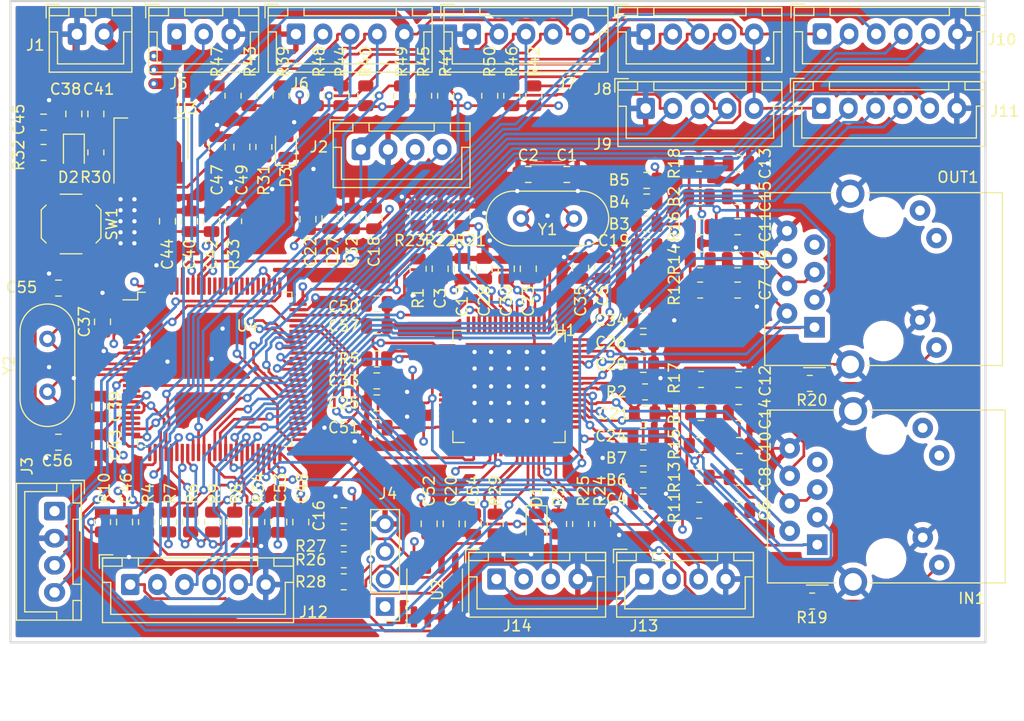
<source format=kicad_pcb>
(kicad_pcb (version 20221018) (generator pcbnew)
  (title_block (comment 4 "AISLER Project ID: DIRZJBAO"))
  (layers (0 "F.Cu" signal) (1 "In1.Cu" power "GND") (2 "In2.Cu" power "PWR") (31 "B.Cu" signal) (34 "B.Paste" user) (35 "F.Paste" user) (36 "B.SilkS" user "B.Silkscreen") (37 "F.SilkS" user "F.Silkscreen") (38 "B.Mask" user) (39 "F.Mask" user) (44 "Edge.Cuts" user))
  (net 0 "")
  (net 1 "+1V2")
  (net 2 "VDD12TX1")
  (net 3 "+3.3V")
  (net 4 "+3.3VA")
  (net 5 "GND")
  (net 6 "DAC1")
  (net 7 "Net-(D1-K)")
  (net 8 "Net-(D1-A)")
  (net 9 "FXLOSA")
  (net 10 "FXLOSB")
  (net 11 "FXLOSEN")
  (net 12 "GPIO0")
  (net 13 "GPIO1")
  (net 14 "Net-(U2-SDA)")
  (net 15 "Net-(U2-SCL)")
  (net 16 "SPI_SCK")
  (net 17 "SPI_CS")
  (net 18 "SPI_MISO")
  (net 19 "SPI_MOSI")
  (net 20 "I2C_SDA")
  (net 21 "I2C_SCL")
  (net 22 "IRQ")
  (net 23 "+5V")
  (net 24 "TXPA")
  (net 25 "TXNA")
  (net 26 "RXPA")
  (net 27 "RXNA")
  (net 28 "TXPB")
  (net 29 "TXNB")
  (net 30 "RXPB")
  (net 31 "RXNB")
  (net 32 "Net-(IN1-Pad9)")
  (net 33 "Net-(OUT1-Pad9)")
  (net 34 "NRST")
  (net 35 "SWCLK")
  (net 36 "SWDIO")
  (net 37 "RX")
  (net 38 "TX")
  (net 39 "/STM32F4/BOOT1")
  (net 40 "I2C2_SCL")
  (net 41 "ENC1_Z")
  (net 42 "ENC1_B")
  (net 43 "ENC1_A")
  (net 44 "I2C2_SDA")
  (net 45 "ENC2_A")
  (net 46 "ENC2_B")
  (net 47 "ENC2_Z")
  (net 48 "ENC3_A")
  (net 49 "ENC3_B")
  (net 50 "ENC3_Z")
  (net 51 "ENC4_A")
  (net 52 "ENC4_B")
  (net 53 "ENC4_Z")
  (net 54 "Net-(IN1-RCT)")
  (net 55 "Net-(OUT1-RCT)")
  (net 62 "Net-(U1-OSCI)")
  (net 63 "Net-(U1-OSCO)")
  (net 64 "Net-(U1-~{RST})")
  (net 65 "Net-(U4-VCAP_1)")
  (net 66 "Net-(U4-PH0)")
  (net 67 "Net-(U4-PH1)")
  (net 68 "Net-(U4-VCAP_2)")
  (net 69 "Net-(D2-A)")
  (net 70 "Net-(D3-A)")
  (net 71 "Net-(U1-RBIAS)")
  (net 72 "Net-(U1-SYNC0{slash}LATCH0)")
  (net 73 "SYNC0")
  (net 74 "Net-(U1-SYNC1{slash}LATCH1)")
  (net 75 "SYNC1")
  (net 76 "Net-(U1-D0{slash}AD0{slash}WD_STATE{slash}SI{slash}SIO0)")
  (net 77 "Net-(U1-D1{slash}AD1{slash}EOF{slash}SO{slash}SIO1)")
  (net 78 "Net-(U1-D5{slash}AD5{slash}OUTVALID{slash}SCS#)")
  (net 79 "Net-(U1-D9{slash}AD9{slash}LATCH_IN{slash}SCK)")
  (net 80 "Net-(U1-IRQ)")
  (net 81 "Net-(U4-BOOT0)")
  (net 122 "STEP1_DIR")
  (net 123 "STEP1_STEP")
  (net 124 "STEP2_DIR")
  (net 126 "STEP2_STEP")
  (net 143 "IO1")
  (net 144 "IO2")
  (net 145 "IO3")
  (net 146 "IO4")
  (net 147 "IO5")
  (net 148 "IO6")
  (net 149 "IO7")
  (net 150 "IO8")
  (net 151 "IO9")
  (net 152 "IO10")
  (net 153 "IO11")
  (net 154 "IO12")
  (footprint "Connector_JST:JST_XH_B5B-XH-A_1x05_P2.50mm_Vertical" (layer "F.Cu") (at 201.074 65.532)
    (fp_text reference "J8")
    (fp_text value "Encoder 3")
  )
  (footprint "Package_QFP:TQFP-64-1EP_10x10mm_P0.5mm_EP8x8mm" (layer "F.Cu") (at 188.468 98.044 -90)
    (fp_text reference "U1")
    (fp_text value "LAN9252_PT")
  )
  (footprint "Package_SO:SOIC-8_3.9x4.9mm_P1.27mm" (layer "F.Cu") (at 181.61 116.84 90)
    (fp_text reference "U2")
    (fp_text value "AT24CS32-SSHM")
  )
  (footprint "Resistor_SMD:R_0805_2012Metric" (layer "F.Cu") (at 193.04 110.744 -90)
    (fp_text reference "R3")
    (fp_text value "1k")
  )
  (footprint "Capacitor_SMD:C_0805_2012Metric" (layer "F.Cu") (at 190.246 87.188 90)
    (fp_text reference "C23")
    (fp_text value "0.1uF")
  )
  (footprint "Connector_JST:JST_XH_B4B-XH-A_1x04_P2.50mm_Vertical" (layer "F.Cu") (at 146.558 109.554 -90)
    (fp_text reference "J3")
    (fp_text value "STLINK")
  )
  (footprint "Connector_PinHeader_2.54mm:PinHeader_1x04_P2.54mm_Vertical" (layer "F.Cu") (at 177.038 118.364 180)
    (fp_text reference "J4")
    (fp_text value "I2C bus2")
  )
  (footprint "Connector_JST:JST_XH_B5B-XH-A_1x05_P2.50mm_Vertical" (layer "F.Cu") (at 201.074 72.39)
    (fp_text reference "J9")
    (fp_text value "Encoder 4")
  )
  (footprint "Resistor_SMD:R_0805_2012Metric" (layer "F.Cu") (at 178.562 71.2235 -90)
    (fp_text reference "R49")
    (fp_text value "1k")
  )
  (footprint "Capacitor_SMD:C_0805_2012Metric" (layer "F.Cu") (at 200.848 106.68)
    (fp_text reference "B6")
    (fp_text value "BLM18EG221SN1D")
  )
  (footprint "Capacitor_SMD:C_0805_2012Metric" (layer "F.Cu") (at 145.542 73.66 180)
    (fp_text reference "C45")
    (fp_text value "0.1uF")
  )
  (footprint "Crystal:Crystal_HC49-U_Vertical" (layer "F.Cu") (at 145.899 98.534 90)
    (fp_text reference "Y2")
    (fp_text value "8 MHz")
  )
  (footprint "Resistor_SMD:R_0805_2012Metric" (layer "F.Cu") (at 206.0115 109.474 180)
    (fp_text reference "R11")
    (fp_text value "49.9")
  )
  (footprint "LED_SMD:LED_0805_2012Metric" (layer "F.Cu") (at 191.008 110.744 -90)
    (fp_text reference "D1")
    (fp_text value "Green led")
  )
  (footprint "Capacitor_SMD:C_0805_2012Metric" (layer "F.Cu") (at 200.98 100.584)
    (fp_text reference "C21")
    (fp_text value "0.1uF")
  )
  (footprint "Resistor_SMD:R_0805_2012Metric" (layer "F.Cu") (at 173.228 116.078 180)
    (fp_text reference "R28")
    (fp_text value "22")
  )
  (footprint "Connector_JST:JST_XH_B4B-XH-A_1x04_P2.50mm_Vertical" (layer "F.Cu") (at 187.318 115.824)
    (fp_text reference "J14")
    (fp_text value "Stepper 2")
  )
  (footprint "Resistor_SMD:R_0805_2012Metric" (layer "F.Cu") (at 157.075 110.562 90)
    (fp_text reference "R7")
    (fp_text value "22")
  )
  (footprint "Resistor_SMD:R_0805_2012Metric" (layer "F.Cu") (at 187.198 110.744 -90)
    (fp_text reference "R29")
    (fp_text value "22")
  )
  (footprint "Capacitor_SMD:C_0805_2012Metric" (layer "F.Cu") (at 200.848 91.948)
    (fp_text reference "C34")
    (fp_text value "0.1uF")
  )
  (footprint "Capacitor_SMD:C_0805_2012Metric" (layer "F.Cu") (at 200.848 102.616)
    (fp_text reference "C24")
    (fp_text value "0.1uF")
  )
  (footprint "Capacitor_SMD:C_0805_2012Metric" (layer "F.Cu") (at 195.072 87.122 90)
    (fp_text reference "C35")
    (fp_text value "0.1uF")
  )
  (footprint "Resistor_SMD:R_0805_2012Metric" (layer "F.Cu") (at 167.444 71.2235 -90)
    (fp_text reference "R39")
    (fp_text value "1k")
  )
  (footprint "Resistor_SMD:R_0805_2012Metric" (layer "F.Cu") (at 145.542 76.454)
    (fp_text reference "R32")
    (fp_text value "1k")
  )
  (footprint "Capacitor_SMD:C_0805_2012Metric" (layer "F.Cu") (at 150.979 92.086 90)
    (fp_text reference "C37")
    (fp_text value "0.1uF")
  )
  (footprint "Capacitor_SMD:C_0805_2012Metric" (layer "F.Cu") (at 167.235 110.562 -90)
    (fp_text reference "C53")
    (fp_text value "2.2uF")
  )
  (footprint "Capacitor_SMD:C_0805_2012Metric" (layer "F.Cu") (at 148.336 72.898 90)
    (fp_text reference "C38")
    (fp_text value "0.1uF")
  )
  (footprint "Capacitor_SMD:C_0805_2012Metric" (layer "F.Cu") (at 169.926 82.616 90)
    (fp_text reference "C22")
    (fp_text value "0.1uF")
  )
  (footprint "Capacitor_SMD:C_0805_2012Metric" (layer "F.Cu") (at 185.166 110.744 -90)
    (fp_text reference "C54")
    (fp_text value "0.1uF")
  )
  (footprint "Capacitor_SMD:C_0805_2012Metric" (layer "F.Cu") (at 209.55 86.36 180)
    (fp_text reference "C9")
    (fp_text value "10pF")
  )
  (footprint "Capacitor_SMD:C_0805_2012Metric" (layer "F.Cu") (at 163.83 75.946 90)
    (fp_text reference "C49")
    (fp_text value "10uF")
  )
  (footprint "Resistor_SMD:R_0805_2012Metric" (layer "F.Cu") (at 195.072 110.744 -90)
    (fp_text reference "R25")
    (fp_text value "10k")
  )
  (footprint "Capacitor_SMD:C_0805_2012Metric" (layer "F.Cu") (at 169.267 110.562 -90)
    (fp_text reference "C48")
    (fp_text value "0.1uF")
  )
  (footprint "Capacitor_SMD:C_0805_2012Metric" (layer "F.Cu") (at 150.725 99.894 -90)
    (fp_text reference "C39")
    (fp_text value "0.1uF")
  )
  (footprint "Resistor_SMD:R_0805_2012Metric" (layer "F.Cu") (at 206.0975 86.36 180)
    (fp_text reference "R14")
    (fp_text value "49.9")
  )
  (footprint "Resistor_SMD:R_0805_2012Metric" (layer "F.Cu") (at 182.118 82.296 90)
    (fp_text reference "R22")
    (fp_text value "10k")
  )
  (footprint "Resistor_SMD:R_0805_2012Metric" (layer "F.Cu") (at 150.368 76.454 90)
    (fp_text reference "R30")
    (fp_text value "1k")
  )
  (footprint "Resistor_SMD:R_0805_2012Metric" (layer "F.Cu") (at 206.0975 83.312 180)
    (fp_text reference "R16")
    (fp_text value "49.9")
  )
  (footprint "Capacitor_SMD:C_0805_2012Metric" (layer "F.Cu") (at 171.958 82.55 90)
    (fp_text reference "C27")
    (fp_text value "0.1uF")
  )
  (footprint "Capacitor_SMD:C_0805_2012Metric" (layer "F.Cu") (at 184.15 87.188 90)
    (fp_text reference "C17")
    (fp_text value "0.1uF")
  )
  (footprint "Crystal:Crystal_HC49-U_Vertical" (layer "F.Cu") (at 189.574 82.55)
    (fp_text reference "Y1")
    (fp_text value "25MHz")
  )
  (footprint "Resistor_SMD:R_0805_2012Metric" (layer "F.Cu") (at 206.0975 89.154 180)
    (fp_text reference "R12")
    (fp_text value "49.9")
  )
  (footprint "Resistor_SMD:R_0805_2012Metric" (layer "F.Cu") (at 182.626 71.2235 -90)
    (fp_text reference "R41")
    (fp_text value "1k")
  )
  (footprint "Resistor_SMD:R_0805_2012Metric" (layer "F.Cu") (at 180.594 71.2235 -90)
    (fp_text reference "R45")
    (fp_text value "1k")
  )
  (footprint "Connector_JST:JST_XH_B3B-XH-A_1x03_P2.50mm_Vertical" (layer "F.Cu") (at 157.814 65.532)
    (fp_text reference "J5")
    (fp_text value "DAC1")
  )
  (footprint "Capacitor_SMD:C_0805_2012Metric" (layer "F.Cu") (at 176.276 92.456 180)
    (fp_text reference "C57")
    (fp_text value "2.2uF")
  )
  (footprint "Connector_JST:JST_XH_B6B-XH-A_1x06_P2.50mm_Vertical" (layer "F.Cu") (at 153.536 116.332)
    (fp_text reference "J12")
    (fp_text value "Conn_01x06_Pin")
  )
  (footprint "Capacitor_SMD:C_0805_2012Metric" (layer "F.Cu") (at 209.6262 77.47 180)
    (fp_text reference "C13")
    (fp_text value "10pF")
  )
  (footprint "Capacitor_SMD:C_0805_2012Metric" (layer "F.Cu") (at 201.168 85.09)
    (fp_text reference "C19")
    (fp_text value "0.1uF")
  )
  (footprint "Capacitor_SMD:C_0805_2012Metric" (layer "F.Cu") (at 209.652 97.409 180)
    (fp_text reference "C12")
    (fp_text value "10pF")
  )
  (footprint "Resistor_SMD:R_0805_2012Metric" (layer "F.Cu") (at 176.276 95.504 180)
    (fp_text reference "R5")
    (fp_text value "22")
  )
  (footprint "Connector_JST:JST_XH_B2B-XH-A_1x02_P2.50mm_Vertical" (layer "F.Cu") (at 148.63 65.532)
    (fp_text reference "J1")
    (fp_text value "Conn_01x02_Pin")
  )
  (footprint "Capacitor_SMD:C_0805_2012Metric" (layer "F.Cu") (at 159.004 82.804 90)
    (fp_text reference "C40")
    (fp_text value "0.1uF")
  )
  (footprint "HakansLibrary:PulseJack JB0011D01BNL" (layer "F.Cu") (at 216.896 112.649 -90)
    (fp_text reference "IN1")
    (fp_text value "J0011D01BNL")
  )
  (footprint "Connector_JST:JST_XH_B4B-XH-A_1x04_P2.50mm_Vertical" (layer "F.Cu") (at 174.812 76.183)
    (fp_text reference "J2")
    (fp_text value "Serial usart1")
  )
  (footprint "Resistor_SMD:R_0805_2012Metric" (layer "F.Cu") (at 161.544 71.2235 -90)
    (fp_text reference "R47")
    (fp_text value "1k")
  )
  (footprint "Capacitor_SMD:C_0805_2012Metric" (layer "F.Cu") (at 209.718 103.505 180)
    (fp_text reference "C10")
    (fp_text value "10pF")
  )
  (footprint "Capacitor_SMD:C_0805_2012Metric" (layer "F.Cu") (at 205.994 80.518)
    (fp_text reference "B2")
    (fp_text value "BLM18EG221S")
  )
  (footprint "Resistor_SMD:R_0805_2012Metric" (layer "F.Cu") (at 150.979 110.562 90)
    (fp_text reference "R10")
    (fp_text value "22")
  )
  (footprint "Resistor_SMD:R_0805_2012Metric" (layer "F.Cu") (at 201.0175 98.552 180)
    (fp_text reference "R2")
    (fp_text value "12.1k")
  )
  (footprint "Capacitor_SMD:C_0805_2012Metric" (layer "F.Cu") (at 209.718 106.426 180)
    (fp_text reference "C8")
    (fp_text value "10pF")
  )
  (footprint "Capacitor_SMD:C_0805_2012Metric" (layer "F.Cu") (at 206.162 100.457)
    (fp_text reference "B1")
    (fp_text value "BLM18EG221S")
  )
  (footprint "Capacitor_SMD:C_0805_2012Metric" (layer "F.Cu") (at 161.544 75.946 90)
    (fp_text reference "C47")
    (fp_text value "0.1uF")
  )
  (footprint "Resistor_SMD:R_0805_2012Metric" (layer "F.Cu") (at 205.994 77.47 180)
    (fp_text reference "R18")
    (fp_text value "49.9")
  )
  (footprint "Capacitor_SMD:C_0805_2012Metric" (layer "F.Cu") (at 209.718 109.474 180)
    (fp_text reference "C6")
    (fp_text value "10pF")
  )
  (footprint "Connector_JST:JST_XH_B6B-XH-A_1x06_P2.50mm_Vertical" (layer "F.Cu") (at 217.33 65.515)
    (fp_text reference "J10")
    (fp_text value "Conn_01x06_Pin")
  )
  (footprint "Resistor_SMD:R_0805_2012Metric" (layer "F.Cu") (at 173.228 114.046 180)
    (fp_text reference "R26")
    (fp_text value "2k")
  )
  (footprint "Capacitor_SMD:C_0805_2012Metric" (layer "F.Cu") (at 200.848 96.012)
    (fp_text reference "C29")
    (fp_text value "0.1uF")
  )
  (footprint "Capacitor_SMD:C_0805_2012Metric" (layer "F.Cu") (at 201.168 83.058 180)
    (fp_text reference "B3")
    (fp_text value "BLM18EG221SN1D")
  )
  (footprint "Resistor_SMD:R_0805_2012Metric" (layer "F.Cu") (at 216.428 117.856)
    (fp_text reference "R19")
    (fp_text value "1k")
  )
  (footprint "Capacitor_SMD:C_0805_2012Metric" (layer "F.Cu") (at 209.55 83.312 180)
    (fp_text reference "C11")
    (fp_text value "10pF")
  )
  (footprint "Capacitor_SMD:C_0805_2012Metric" (layer "F.Cu") (at 153.011 110.562 -90)
    (fp_text reference "C46")
    (fp_text value "0.1uF")
  )
  (footprint "Capacitor_SMD:C_0805_2012Metric" (layer "F.Cu") (at 200.848 104.648)
    (fp_text reference "B7")
    (fp_text value "BLM18EG221SN1D")
  )
  (footprint "Capacitor_SMD:C_0805_2012Metric" (layer "F.Cu") (at 209.55 80.518 180)
    (fp_text reference "C15")
    (fp_text value "0.1uF")
  )
  (footprint "Package_QFP:LQFP-100_14x14mm_P0.5mm" (layer "F.Cu") (at 161.338 96.465)
    (fp_text reference "U4")
    (fp_text value "STM32F407VGT6")
  )
  (footprint "Capacitor_SMD:C_0805_2012Metric" (layer "F.Cu") (at 186.182 87.188 90)
    (fp_text reference "C28")
    (fp_text value "0.1uF")
  )
  (footprint "Capacitor_SMD:C_0805_2012Metric" (layer "F.Cu") (at 176.276 101.854 180)
    (fp_text reference "C51")
    (fp_text value "0.1uF")
  )
  (footprint "Capacitor_SMD:C_0805_2012Metric" (layer "F.Cu") (at 182.118 87.188 -90)
    (fp_text reference "C3")
    (fp_text value "0.1uF")
  )
  (footprint "Resistor_SMD:R_0805_2012Metric" (layer "F.Cu") (at 164.494 71.2235 -90)
    (fp_text reference "R43")
    (fp_text value "1k")
  )
  (footprint "Connector_JST:JST_XH_B5B-XH-A_1x05_P2.50mm_Vertical" (layer "F.Cu") (at 185.032 65.532)
    (fp_text reference "J7")
    (fp_text value "Encoder 2")
  )
  (footprint "Connector_JST:JST_XH_B5B-XH-A_1x05_P2.50mm_Vertical" (layer "F.Cu") (at 168.816 65.532)
    (fp_text reference "J6")
    (fp_text value "Encoder 1")
  )
  (footprint "Resistor_SMD:R_0805_2012Metric" (layer "F.Cu") (at 186.69 71.2235 -90)
    (fp_text reference "R50")
    (fp_text value "1k")
  )
  (footprint "Button_Switch_SMD:SW_Push_1P1T_XKB_TS-1187A" (layer "F.Cu") (at 148.082 83.058 -90)
    (fp_text reference "SW1")
    (fp_text value "SW_Push")
  )
  (footprint "Resistor_SMD:R_0805_2012Metric" (layer "F.Cu") (at 161.139 110.562 90)
    (fp_text reference "R9")
    (fp_text value "22")
  )
  (footprint "Resistor_SMD:R_0805_2012Metric" (layer "F.Cu") (at 172.974 71.2235 -90)
    (fp_text reference "R44")
    (fp_text value "1k")
  )
  (footprint "Capacitor_SMD:C_0805_2012Metric" (layer "F.Cu") (at 173.228 109.982)
    (fp_text reference "C16")
    (fp_text value "0.1uF")
  )
  (footprint "Capacitor_SMD:C_0805_2012Metric" (layer "F.Cu") (at 176.276 99.568 180)
    (fp_text reference "C25")
    (fp_text value "0.1uF")
  )
  (footprint "LED_SMD:LED_0805_2012Metric" (layer "F.Cu") (at 167.894 75.946 90)
    (fp_text reference "D3")
    (fp_text value "Blue led")
  )
  (footprint "Capacitor_SMD:C_0805_2012Metric" (layer "F.Cu") (at 176.276 97.536 180)
    (fp_text reference "C33")
    (fp_text value "0.1uF")
  )
  (footprint "Resistor_SMD:R_0805_2012Metric" (layer "F.Cu") (at 155.043 110.562 90)
    (fp_text reference "R4")
    (fp_text value "22")
  )
  (footprint "Connector_JST:JST_XH_B4B-XH-A_1x04_P2.50mm_Vertical" (layer "F.Cu") (at 200.954 115.824)
    (fp_text reference "J13")
    (fp_text value "Stepper 1")
  )
  (footprint "Capacitor_SMD:C_0805_2012Metric" (layer "F.Cu") (at 201.168 81.026 180)
    (fp_text reference "B4")
    (fp_text value "BLM18EG221SN1D")
  )
  (footprint "Connector_JST:JST_XH_B6B-XH-A_1x06_P2.50mm_Vertical" (layer "F.Cu") (at 217.27 72.373)
    (fp_text reference "J11")
    (fp_text value "Conn_01x06_Pin")
  )
  (footprint "Resistor_SMD:R_0805_2012Metric" (layer "F.Cu") (at 165.862 75.946 -90)
    (fp_text reference "R31")
    (fp_text value "1k")
  )
  (footprint "Resistor_SMD:R_0805_2012Metric" (layer "F.Cu") (at 206.0115 106.426 180)
    (fp_text reference "R13")
    (fp_text value "49.9")
  )
  (footprint "Capacitor_SMD:C_0805_2012Metric" (layer "F.Cu") (at 150.368 72.898 90)
    (fp_text reference "C41")
    (fp_text value "10uF")
  )
  (footprint "Capacitor_SMD:C_0805_2012Metric" (layer "F.Cu") (at 197.104 87.122 90)
    (fp_text reference "C5")
    (fp_text value "1uF")
  )
  (footprint "Capacitor_SMD:C_0805_2012Metric" (layer "F.Cu") (at 190.246 78.486)
    (fp_text reference "C2")
    (fp_text value "20pF")
  )
  (footprint "Capacitor_SMD:C_0805_2012Metric" (layer "F.Cu") (at 200.848 93.98)
    (fp_text reference "C26")
    (fp_text value "0.1uF")
  )
  (footprint "LED_SMD:LED_0805_2012Metric" (layer "F.Cu") (at 148.336 76.454 -90)
    (fp_text reference "D2")
    (fp_text value "Blue led")
  )
  (footprint "Capacitor_SMD:C_0805_2012Metric" (layer "F.Cu") (at 173.99 82.55 90)
    (fp_text reference "C32")
    (fp_text value "0.1uF")
  )
  (footprint "Resistor_SMD:R_0805_2012Metric" (layer "F.Cu") (at 170.688 71.2235 -90)
    (fp_text reference "R48")
    (fp_text value "1k")
  )
  (footprint "Resistor_SMD:R_0805_2012Metric" (layer "F.Cu") (at 175.26 71.2235 -90)
    (fp_text reference "R40")
    (fp_text value "1k")
  )
  (footprint "Package_TO_SOT_SMD:SOT-223-3_TabPin2" (layer "F.Cu") (at 155.448 75.184 90)
    (fp_text reference "U3")
    (fp_text value "AMS1117-3.3")
  )
  (footprint "Capacitor_SMD:C_0805_2012Metric" (layer "F.Cu") (at 176.022 82.55 90)
    (fp_text reference "C18")
    (fp_text value "0.1uF")
  )
  (footprint "Capacitor_SMD:C_0805_2012Metric" (layer "F.Cu") (at 161.036 82.804 90)
    (fp_text reference "C42")
    (fp_text value "0.1uF")
  )
  (footprint "Resistor_SMD:R_0805_2012Metric" (layer "F.Cu") (at 216.2102 97.7646)
    (fp_text reference "R20")
    (fp_text value "1k")
  )
  (footprint "Resistor_SMD:R_0805_2012Metric" (layer "F.Cu") (at 206.182 97.409 180)
    (fp_text reference "R17")
    (fp_text value "49.9")
  )
  (footprint "Resistor_SMD:R_0805_2012Metric" (layer "F.Cu") (at 180.086 82.296 90)
    (fp_text reference "R23")
    (fp_text value "10k")
  )
  (footprint "Capacitor_SMD:C_0805_2012Metric" (layer "F.Cu") (at 150.725 103.45 -90)
    (fp_text reference "C43")
    (fp_text value "0.1uF")
  )
  (footprint "Resistor_SMD:R_0805_2012Metric" (layer "F.Cu") (at 163.068 82.804 -90)
    (fp_text reference "R33")
    (fp_text value "22")
  )
  (footprint "Resistor_SMD:R_0805_2012Metric" (layer "F.Cu") (at 180.086 87.188 -90)
    (fp_text reference "R1")
    (fp_text value "10k")
  )
  (footprint "Resistor_SMD:R_0805_2012Metric" (layer "F.Cu") (at 173.228 112.014 180)
    (fp_text reference "R27")
    (fp_text value "2k")
  )
  (footprint "Capacitor_SMD:C_0805_2012Metric" (layer "F.Cu") (at 146.915 88.972)
    (fp_text reference "C55")
    (fp_text value "22pF")
  )
  (footprint "Capacitor_SMD:C_0805_2012Metric" (layer "F.Cu") (at 209.652 100.457 180)
    (fp_text reference "C14")
    (fp_text value "0.1uF")
  )
  (footprint "Capacitor_SMD:C_0805_2012Metric" (layer "F.Cu") (at 146.915 103.196)
    (fp_text reference "C56")
    (fp_text value "22pF")
  )
  (footprint "HakansLibrary:PulseJack JB0011D01BNL" (layer "F.Cu") (at 216.642 92.583 -90)
    (fp_text reference "OUT1")
    (fp_text value "J0011D01BNL")
  )
  (footprint "Resistor_SMD:R_0805_2012Metric" (layer "F.Cu") (at 190.754 71.2235 -90)
    (fp_text reference "R42")
    (fp_text value "1k")
  )
  (footprint "Capacitor_SMD:C_0805_2012Metric" (layer "F.Cu") (at 201.168 79.032 180)
    (fp_text reference "B5")
    (fp_text value "BLM18EG221SN1D")
  )
  (footprint "Capacitor_SMD:C_0805_2012Metric" (layer "F.Cu") (at 183.134 110.724 -90)
    (fp_text reference "C20")
    (fp_text value "0.1uF")
  )
  (footprint "Capacitor_SMD:C_0805_2012Metric" (layer "F.Cu") (at 156.972 82.804 90)
    (fp_text reference "C44")
    (fp_text value "0.1uF")
  )
  (footprint "Resistor_SMD:R_0805_2012Metric" (layer "F.Cu") (at 163.171 110.562 90)
    (fp_text reference "R8")
    (fp_text value "22")
  )
  (footprint "Resistor_SMD:R_0805_2012Metric" (layer "F.Cu") (at 159.107 110.562 90)
    (fp_text reference "R6")
    (fp_text value "22")
  )
  (footprint "Capacitor_SMD:C_0805_2012Metric" (layer "F.Cu") (at 200.848 108.712)
    (fp_text reference "C4")
    (fp_text value "470pF")
  )
  (footprint "Capacitor_SMD:C_0805_2012Metric" (layer "F.Cu") (at 188.214 87.188 90)
    (fp_text reference "C30")
    (fp_text value "0.1uF")
  )
  (footprint "Resistor_SMD:R_0805_2012Metric" (layer "F.Cu") (at 188.722 71.2235 -90)
    (fp_text reference "R46")
    (fp_text value "1k")
  )
  (footprint "Capacitor_SMD:C_0805_2012Metric" (layer "F.Cu") (at 209.55 89.154 180)
    (fp_text reference "C7")
    (fp_text value "10pF")
  )
  (footprint "Resistor_SMD:R_0805_2012Metric" (layer "F.Cu") (at 184.15 82.296 90)
    (fp_text reference "R21")
    (fp_text value "10k")
  )
  (footprint "Resistor_SMD:R_0805_2012Metric" (layer "F.Cu") (at 206.0115 103.505 180)
    (fp_text reference "R15")
    (fp_text value "49.9")
  )
  (footprint "Capacitor_SMD:C_0805_2012Metric" (layer "F.Cu") (at 193.802 78.486 180)
    (fp_text reference "C1")
    (fp_text value "20pF")
  )
  (footprint "Capacitor_SMD:C_0805_2012Metric" (layer "F.Cu") (at 176.276 90.424)
    (fp_text reference "C50")
    (fp_text value "0.1uF")
  )
  (footprint "Resistor_SMD:R_0805_2012Metric" (layer "F.Cu") (at 197.104 110.744 -90)
    (fp_text reference "R24")
    (fp_text value "10k")
  )
  (footprint "Resistor_SMD:R_0805_2012Metric" (layer "F.Cu") (at 165.203 110.562 90)
    (fp_text reference "R34")
    (fp_text value "22")
  )
  (footprint "Capacitor_SMD:C_0805_2012Metric" (layer "F.Cu") (at 181.102 110.724 -90)
    (fp_text reference "C52")
    (fp_text value "0.1uF")
  )
  (gr_rect (start 142.494 62.484) (end 232.41 121.666) (stroke (width 0.2)) (fill none) (layer "Edge.Cuts"))
  (segment (start 189.718 91.32613) (end 189.718 92.344) (width 0.25) (layer "F.Cu") (net 1))
  (segment (start 195.4307 102.8831) (end 198.1331 102.8831) (width 0.25) (layer "F.Cu") (net 1))
  (segment (start 195.072 88.072) (end 196.85 89.85) (width 0.25) (layer "F.Cu") (net 1))
  (segment (start 190.246 89.84214) (end 190.246 90.79813) (width 0.25) (layer "F.Cu") (net 1))
  (segment (start 189.5286 89.4526) (end 189.23 89.154) (width 0.25) (layer "F.Cu") (net 1))
  (segment (start 198.1554 87.0206) (end 198.1554 85.6791) (width 0.25) (layer "F.Cu") (net 1))
  (segment (start 187.4486 105.1124) (end 183.134 109.427) (width 0.25) (layer "F.Cu") (net 1))
  (segment (start 180.9803 99.568) (end 181.3972 99.1511) (width 0.25) (layer "F.Cu") (net 1))
  (segment (start 199.898 108.712) (end 199.898 106.68) (width 0.25) (layer "F.Cu") (net 1))
  (segment (start 196.85 89.85) (end 196.85 91.694) (width 0.25) (layer "F.Cu") (net 1))
  (segment (start 188.214 88.138) (end 189.5286 89.4526) (width 0.25) (layer "F.Cu") (net 1))
  (segment (start 195.072 88.072) (end 197.104 88.072) (width 0.25) (layer "F.Cu") (net 1))
  (segment (start 198.1554 85.6791) (end 197.3123 84.836) (width 0.25) (layer "F.Cu") (net 1))
  (segment (start 190.246 90.79813) (end 189.718 91.32613) (width 0.25) (layer "F.Cu") (net 1))
  (segment (start 187.218 104.8818) (end 187.4486 105.1124) (width 0.25) (layer "F.Cu") (net 1))
  (segment (start 197.104 88.072) (end 198.1554 87.0206) (width 0.25) (layer "F.Cu") (net 1))
  (segment (start 199.898 104.648) (end 199.898 106.68) (width 0.25) (layer "F.Cu") (net 1))
  (segment (start 181.3972 98.0895) (end 181.6927 97.794) (width 0.25) (layer "F.Cu") (net 1))
  (segment (start 189.5286 89.4526) (end 189.85646 89.4526) (width 0.25) (layer "F.Cu") (net 1))
  (segment (start 189.85646 89.4526) (end 190.246 89.84214) (width 0.25) (layer "F.Cu") (net 1))
  (segment (start 198.1331 102.8831) (end 199.898 104.648) (width 0.25) (layer "F.Cu") (net 1))
  (segment (start 182.768 97.794) (end 181.6927 97.794) (width 0.25) (layer "F.Cu") (net 1))
  (segment (start 177.226 99.568) (end 180.9803 99.568) (width 0.25) (layer "F.Cu") (net 1))
  (segment (start 197.3123 84.836) (end 195.834 84.836) (width 0.25) (layer "F.Cu") (net 1))
  (segment (start 181.3972 99.1511) (end 181.3972 98.0895) (width 0.25) (layer "F.Cu") (net 1))
  (segment (start 187.218 103.744) (end 187.218 104.8818) (width 0.25) (layer "F.Cu") (net 1))
  (via (at 181.3972 99.1511) (size 0.8) (drill 0.4) (layers "F.Cu" "B.Cu") (net 1))
  (via (at 187.4486 105.1124) (size 0.8) (drill 0.4) (layers "F.Cu" "B.Cu") (net 1))
  (via (at 195.834 84.836) (size 0.8) (drill 0.4) (layers "F.Cu" "B.Cu") (net 1))
  (via (at 189.23 89.154) (size 0.8) (drill 0.4) (layers "F.Cu" "B.Cu") (net 1))
  (via (at 195.4307 102.8831) (size 0.8) (drill 0.4) (layers "F.Cu" "B.Cu") (net 1))
  (via (at 196.85 91.694) (size 0.8) (drill 0.4) (layers "F.Cu" "B.Cu") (net 1))
  (segment (start 194.9911 102.4435) (end 195.4307 102.8831) (width 0.25) (layer "B.Cu") (net 1))
  (segment (start 182.5824 105.1124) (end 181.3972 103.9272) (width 0.25) (layer "B.Cu") (net 1))
  (segment (start 187.4486 105.1124) (end 187.4922 105.156) (width 0.25) (layer "B.Cu") (net 1))
  (segment (start 189.23 89.154) (end 191.596016 89.154) (width 0.25) (layer "B.Cu") (net 1))
  (segment (start 191.596016 89.154) (end 195.834 84.916016) (width 0.25) (layer "B.Cu") (net 1))
  (segment (start 187.4922 105.156) (end 194.056 105.156) (width 0.25) (layer "B.Cu") (net 1))
  (segment (start 181.3972 103.9272) (end 181.3972 99.1511) (width 0.25) (layer "B.Cu") (net 1))
  (segment (start 195.834 84.916016) (end 195.834 84.836) (width 0.25) (layer "B.Cu") (net 1))
  (segment (start 194.9911 104.2209) (end 194.9911 102.4435) (width 0.25) (layer "B.Cu") (net 1))
  (segment (start 194.9911 93.5529) (end 196.85 91.694) (width 0.25) (layer "B.Cu") (net 1))
  (segment (start 187.4486 105.1124) (end 182.5824 105.1124) (width 0.25) (layer "B.Cu") (net 1))
  (segment (start 194.056 105.156) (end 194.9911 104.2209) (width 0.25) (layer "B.Cu") (net 1))
  (segment (start 194.9911 102.4435) (end 194.9911 93.5529) (width 0.25) (layer "B.Cu") (net 1))
  (segment (start 194.168 98.294) (end 193.0927 98.294) (width 0.25) (layer "F.Cu") (net 2))
  (segment (start 201.798 106.68) (end 201.798 104.648) (width 0.25) (layer "F.Cu") (net 2))
  (segment (start 200.03 100.584) (end 200.848 101.402) (width 0.25) (layer "F.Cu") (net 2))
  (segment (start 195.5645 98.294) (end 195.6635 98.195) (width 0.25) (layer "F.Cu") (net 2))
  (segment (start 194.168 98.294) (end 195.5645 98.294) (width 0.25) (layer "F.Cu") (net 2))
  (segment (start 200.9716 95.0536) (end 200.9716 99.2538) (width 0.25) (layer "F.Cu") (net 2))
  (segment (start 200.848 103.698) (end 201.798 104.648) (width 0.25) (layer "F.Cu") (net 2))
  (segment (start 200.9716 99.2538) (end 200.0531 100.1723) (width 0.25) (layer "F.Cu") (net 2))
  (segment (start 196.6105 98.294) (end 198.1747 98.294) (width 0.25) (layer "F.Cu") (net 2))
  (segment (start 194.168 96.794) (end 193.0927 96.794) (width 0.25) (layer "F.Cu") (net 2))
  (segment (start 199.898 93.98) (end 200.9716 95.0536) (width 0.25) (layer "F.Cu") (net 2))
  (segment (start 195.6635 98.195) (end 196.5115 98.195) (width 0.25) (layer "F.Cu") (net 2))
  (segment (start 193.0927 96.794) (end 193.0927 98.294) (width 0.25) (layer "F.Cu") (net 2))
  (segment (start 200.848 101.402) (end 200.848 103.698) (width 0.25) (layer "F.Cu") (net 2))
  (segment (start 196.5115 98.195) (end 196.6105 98.294) (width 0.25) (layer "F.Cu") (net 2))
  (segment (start 198.1747 98.294) (end 200.0531 100.1723) (width 0.25) (layer "F.Cu") (net 2))
  (segment (start 150.725 102.5) (end 152.619 104.394) (width 0.25) (layer "F.Cu") (net 3))
  (segment (start 169.013 90.465) (end 169.451657 90.026343) (width 0.25) (layer "F.Cu") (net 3))
  (segment (start 203.454 83.566) (end 203.7508 83.8628) (width 0.25) (layer "F.Cu") (net 3))
  (segment (start 156.662461 101.724355) (end 156.662461 101.082323) (width 0.25) (layer "F.Cu") (net 3))
  (segment (start 160.471 75.823) (end 160.471 73.209) (width 0.25) (layer "F.Cu") (net 3))
  (segment (start 185.718 91.294) (end 185.418498 90.994498) (width 0.25) (layer "F.Cu") (net 3))
  (segment (start 204.931 83.058) (end 203.454 83.058) (width 0.25) (layer "F.Cu") (net 3))
  (segment (start 156.208477 100.628339) (end 156.208477 100.582477) (width 0.25) (layer "F.Cu") (net 3))
  (segment (start 178.1045 89.154) (end 178.1045 87.557) (width 0.25) (layer "F.Cu") (net 3))
  (segment (start 169.451657 90.026343) (end 169.451657 88.830303) (width 0.25) (layer "F.Cu") (net 3))
  (segment (start 177.226 101.854) (end 176.3947 101.854) (width 0.25) (layer "F.Cu") (net 3))
  (segment (start 178.1045 87.557) (end 179.386 86.2755) (width 0.25) (layer "F.Cu") (net 3))
  (segment (start 155.448 78.334) (end 154.3727 78.334) (width 0.25) (layer "F.Cu") (net 3))
  (segment (start 153.663 100.465) (end 154.5869 100.465) (width 0.25) (layer "F.Cu") (net 3))
  (segment (start 169.164 72.136) (end 170.688 72.136) (width 0.25) (layer "F.Cu") (net 3))
  (segment (start 203.454 83.058) (end 202.118 83.058) (width 0.25) (layer "F.Cu") (net 3))
  (segment (start 205.185 89.154) (end 205.185 86.36) (width 0.25) (layer "F.Cu") (net 3))
  (segment (start 184.3597 110.6003) (end 182.3336 110.6003) (width 0.25) (layer "F.Cu") (net 3))
  (segment (start 161.544 72.136) (end 164.494 72.136) (width 0.25) (layer "F.Cu") (net 3))
  (segment (start 154.66605 99.58795) (end 154.5431 99.465) (width 0.25) (layer "F.Cu") (net 3))
  (segment (start 188.722 72.136) (end 190.754 72.136) (width 0.25) (layer "F.Cu") (net 3))
  (segment (start 179.705 112.395) (end 179.745008 112.354992) (width 0.25) (layer "F.Cu") (net 3))
  (segment (start 182.2304 101.794) (end 181.6927 101.794) (width 0.25) (layer "F.Cu") (net 3))
  (segment (start 204.8663 106.1933) (end 204.8663 103.7377) (width 0.25) (layer "F.Cu") (net 3))
  (segment (start 179.9507 97.536) (end 181.6927 95.794) (width 0.25) (layer "F.Cu") (net 3))
  (segment (start 167.444 72.136) (end 169.164 72.136) (width 0.25) (layer "F.Cu") (net 3))
  (segment (start 185.718 92.344) (end 185.718 91.294) (width 0.25) (layer "F.Cu") (net 3))
  (segment (start 152.3778 92.965) (end 152.01899 93.32381) (width 0.25) (layer "F.Cu") (net 3))
  (segment (start 180.594 101.854) (end 180.594 103.124) (width 0.25) (layer "F.Cu") (net 3))
  (segment (start 205.0815 80.4805) (end 205.0815 77.47) (width 0.25) (layer "F.Cu") (net 3))
  (segment (start 193.04 109.8315) (end 192.127504 110.743996) (width 0.25) (layer "F.Cu") (net 3))
  (segment (start 170.688 72.136) (end 172.974 72.136) (width 0.25) (layer "F.Cu") (net 3))
  (segment (start 203.454 83.058) (end 203.454 83.566) (width 0.25) (layer "F.Cu") (net 3))
  (segment (start 176.3947 101.854) (end 176.3947 98.3673) (width 0.25) (layer "F.Cu") (net 3))
  (segment (start 161.544 76.896) (end 160.471 75.823) (width 0.25) (layer "F.Cu") (net 3))
  (segment (start 190.754 72.136) (end 193.04 72.136) (width 0.25) (layer "F.Cu") (net 3))
  (segment (start 189.4147 87.3067) (end 187.0133 87.3067) (width 0.25) (layer "F.Cu") (net 3))
  (segment (start 191.718 103.744) (end 191.718 105.62499) (width 0.25) (layer "F.Cu") (net 3))
  (segment (start 152.01899 93.32381) (end 152.01899 94.10699) (width 0.25) (layer "F.Cu") (net 3))
  (segment (start 180.34 109.012) (end 180.34 108.31) (width 0.25) (layer "F.Cu") (net 3))
  (segment (start 190.852979 90.042691) (end 191.008 89.88767) (width 0.25) (layer "F.Cu") (net 3))
  (segment (start 156.338 105.536) (end 155.702 106.172) (width 0.25) (layer "F.Cu") (net 3))
  (segment (start 154.5869 100.465) (end 154.8115 100.2404) (width 0.25) (layer "F.Cu") (net 3))
  (segment (start 180.594 72.136) (end 182.626 72.136) (width 0.25) (layer "F.Cu") (net 3))
  (segment (start 184.15 88.138) (end 183.388 88.9) (width 0.25) (layer "F.Cu") (net 3))
  (segment (start 179.578 97.536) (end 179.9507 97.536) (width 0.25) (layer "F.Cu") (net 3))
  (segment (start 205.185 83.312) (end 205.185 86.36) (width 0.25) (layer "F.Cu") (net 3))
  (segment (start 185.166 109.794) (end 184.3597 110.6003) (width 0.25) (layer "F.Cu") (net 3))
  (segment (start 185.418498 90.994498) (end 184.847787 90.994498) (width 0.25) (layer "F.Cu") (net 3))
  (segment (start 161.544 76.896) (end 163.83 76.896) (width 0.25) (layer "F.Cu") (net 3))
  (segment (start 153.663 99.465) (end 151.246 99.465) (width 0.25) (layer "F.Cu") (net 3))
  (segment (start 155.702 70.104) (end 157.226 70.104) (width 1) (layer "F.Cu") (net 3))
  (segment (start 190.218 92.344) (end 190.218 91.462526) (width 0.25) (layer "F.Cu") (net 3))
  (segment (start 193.04 108.895516) (end 192.948242 108.803758) (width 0.25) (layer "F.Cu") (net 3))
  (segment (start 151.246 99.465) (end 150.725 98.944) (width 0.25) (layer "F.Cu") (net 3))
  (segment (start 183.904606 105.50865) (end 183.525856 105.8874) (width 0.25) (layer "F.Cu") (net 3))
  (segment (start 153.011 108.307) (end 152.4 107.696) (width 0.25) (layer "F.Cu") (net 3))
  (segment (start 156.338 104.14) (end 156.338 102.048816) (width 0.25) (layer "F.Cu") (net 3))
  (segment (start 171.892 83.566) (end 169.926 83.566) (width 0.25) (layer "F.Cu") (net 3))
  (segment (start 190.246 88.138) (end 189.4147 87.3067) (width 0.25) (layer "F.Cu") (net 3))
  (segment (start 154.66605 99.58795) (end 154.9001 99.822) (width 0.25) (layer "F.Cu") (net 3))
  (segment (start 204.931 83.058) (end 204.931 80.631) (width 0.25) (layer "F.Cu") (net 3))
  (segment (start 176.3947 98.3673) (end 177.226 97.536) (width 0.25) (layer "F.Cu") (net 3))
  (segment (start 160.471 73.209) (end 161.544 72.136) (width 0.25) (layer "F.Cu") (net 3))
  (segment (start 155.9206 82.7026) (end 156.972 83.754) (width 0.25) (layer "F.Cu") (net 3))
  (segment (start 153.663 92.965) (end 152.3778 92.965) (width 0.25) (layer "F.Cu") (net 3))
  (segment (start 177.444749 81.686749) (end 177.444749 82.077251) (width 0.25) (layer "F.Cu") (net 3))
  (segment (start 186.182 88.138) (end 184.15 88.138) (width 0.25) (layer "F.Cu") (net 3))
  (segment (start 181.6327 101.854) (end 180.594 101.854) (width 0.25) (layer "F.Cu") (net 3))
  (segment (start 169.013 90.315001) (end 170.252005 89.075996) (width 0.25) (layer "F.Cu") (net 3))
  (segment (start 156.7734 79.6594) (end 155.448 78.334) (width 0.25) (layer "F.Cu") (net 3))
  (segment (start 157.814 65.532) (end 157.814 67.23) (width 1) (layer "F.Cu") (net 3))
  (segment (start 175.3507 72.2267) (end 176.784 72.2267) (width 0.25) (layer "F.Cu") (net 3))
  (segment (start 167.338 104.14) (end 169.267 106.069) (width 0.25) (layer "F.Cu") (net 3))
  (segment (start 205.2695 97.409) (end 205.2695 100.3995) (width 0.25) (layer "F.Cu") (net 3))
  (segment (start 185.166 109.794) (end 186.115996 110.743996) (width 0.25) (layer "F.Cu") (net 3))
  (segment (start 174.1405 110.0195) (end 174.1405 112.014) (width 0.25) (layer "F.Cu") (net 3))
  (segment (start 186.115996 110.743996) (end 189.23 110.743996) (width 0.25) (layer "F.Cu") (net 3))
  (segment (start 169.267 106.069) (end 169.267 107.95) (width 0.25) (layer "F.Cu") (net 3))
  (segment (start 156.338 102.048816) (end 156.662461 101.724355) (width 0.25) (layer "F.Cu") (net 3))
  (segment (start 182.768 95.794) (end 181.6927 95.794) (width 0.25) (layer "F.Cu") (net 3))
  (segment (start 156.662461 101.082323) (end 156.208477 100.628339) (width 0.25) (layer "F.Cu") (net 3))
  (segment (start 180.594 101.854) (end 177.226 101.854) (width 0.25) (layer "F.Cu") (net 3))
  (segment (start 180.594 72.136) (end 178.562 72.136) (width 0.25) (layer "F.Cu") (net 3))
  (segment (start 154.8115 100.2404) (end 154.8115 99.7334) (width 0.25) (layer "F.Cu") (net 3))
  (segment (start 154.3727 77.2587) (end 153.568 76.454) (width 0.25) (layer "F.Cu") (net 3))
  (segment (start 189.218 90.573135) (end 189.471 90.320135) (width 0.25) (layer "F.Cu") (net 3))
  (segment (start 174.1405 112.1086) (end 177.5418 112.1086) (width 0.25) (layer "F.Cu") (net 3))
  (segment (start 159.004 83.754) (end 156.972 83.754) (width 0.25) (layer "F.Cu") (net 3))
  (segment (start 153.011 109.612) (end 153.011 108.307) (width 0.25) (layer "F.Cu") (net 3))
  (segment (start 161.036 84.582) (end 160.528 85.09) (width 0.25) (layer "F.Cu") (net 3))
  (segment (start 190.852979 89.460579) (end 190.5464 89.154) (width 0.25) (layer "F.Cu") (net 3))
  (segment (start 179.578 97.536) (end 179.578 96.52) (width 0.25) (layer "F.Cu") (net 3))
  (segment (start 169.164 72.136) (end 169.164 71.12) (width 0.25) (layer "F.Cu") (net 3))
  (segment (start 154.5687 92.9894) (end 153.6873 92.9894) (width 0.25) (layer "F.Cu") (net 3))
  (segment (start 170.252005 89.075996) (end 173.895996 89.075996) (width 0.25) (layer "F.Cu") (net 3))
  (segment (start 157.48 68.834) (end 157.48 67.564) (width 1) (layer "F.Cu") (net 3))
  (segment (start 169.013 90.465) (end 169.013 90.315001) (width 0.25) (layer "F.Cu") (net 3))
  (segment (start 157.814 67.23) (end 157.480001 67.563999) (width 1) (layer "F.Cu") (net 3))
  (segment (start 173.99 83.5) (end 176.022 83.5) (width 0.25) (layer "F.Cu") (net 3))
  (segment (start 181.6927 101.794) (end 181.6327 101.854) (width 0.25) (layer "F.Cu") (net 3))
  (segment (start 152.26 100.965) (end 150.725 102.5) (width 0.25) (layer "F.Cu") (net 3))
  (segment (start 186.718 104.8193) (end 186.02865 105.50865) (width 0.25) (layer "F.Cu") (net 3))
  (segment (start 156.338 104.14) (end 156.338 105.536) (width 0.25) (layer "F.Cu") (net 3))
  (segment (start 190.852979 90.17) (end 190.852979 90.042691) (width 0.25) (layer "F.Cu") (net 3))
  (segment (start 157.48 71.1147) (end 157.48 69.85) (width 1) (layer "F.Cu") (net 3))
  (segment (start 205.099 109.474) (end 205.099 106.426) (width 0.25) (layer "F.Cu") (net 3))
  (segment (start 186.69 72.136) (end 188.722 72.136) (width 0.25) (layer "F.Cu") (net 3))
  (segment (start 158.7806 79.6594) (end 161.544 76.896) (width 0.25) (layer "F.Cu") (net 3))
  (segment (start 155.702 67.564) (end 155.701999 67.563999) (width 0.25) (layer "F.Cu") (net 3))
  (segment (start 202.118 79.032) (end 202.118 81.026) (width 0.25) (layer "F.Cu") (net 3))
  (segment (start 164.494 72.136) (end 167.444 72.136) (width 0.25) (layer "F.Cu") (net 3))
  (segment (start 172.974 72.136) (end 175.26 72.136) (width 0.25) (layer "F.Cu") (net 3))
  (segment (start 181.102 109.774) (end 180.34 109.012) (width 0.25) (layer "F.Cu") (net 3))
  (segment (start 156.7734 79.6594) (end 155.9206 80.5122) (width 0.25) (layer "F.Cu") (net 3))
  (segment (start 186.02865 105.50865) (end 183.904606 105.50865) (width 0.25) (layer "F.Cu") (net 3))
  (segment (start 192.127504 110.743996) (end 189.23 110.743996) (width 0.25) (layer "F.Cu") (net 3))
  (segment (start 168.656 85.09) (end 168.656 84.836) (width 0.25) (layer "F.Cu") (net 3))
  (segment (start 191.718 105.62499) (end 192.02401 105.931) (width 0.25) (layer "F.Cu") (net 3))
  (segment (start 154.8115 99.7334) (end 154.66605 99.58795) (width 0.25) (layer "F.Cu") (net 3))
  (segment (start 163.83 76.896) (end 165.8245 76.896) (width 0.25) (layer "F.Cu") (net 3))
  (segment (start 205.212 103.392) (end 205.212 100.457) (width 0.25) (layer "F.Cu") (net 3))
  (segment (start 177.5418 112.1086) (end 179.705 114.2718) (width 0.25) (layer "F.Cu") (net 3))
  (segment (start 202.118 77.964) (end 201.93 77.776) (width 0.25) (layer "F.Cu") (net 3))
  (segment (start 174.1405 114.046) (end 174.1405 112.1086) (width 0.25) (layer "F.Cu") (net 3))
  (segment (start 155.338 88.79) (end 154.322 88.79) (width 0.25) (layer "F.Cu") (net 3))
  (segment (start 177.226 97.536) (end 179.578 97.536) (width 0.25) (layer "F.Cu") (net 3))
  (segment (start 154.3727 78.334) (end 154.3727 77.2587) (width 0.25) (layer "F.Cu") (net 3))
  (segment (start 190.852979 90.17) (end 190.852979 89.460579) (width 0.25) (layer "F.Cu") (net 3))
  (segment (start 159.296 72.034) (end 160.471 73.209) (width 0.25) (layer "F.Cu") (net 3))
  (segment (start 190.5464 89.154) (end 190.5464 88.4384) (width 0.25) (layer "F.Cu") (net 3))
  (segment (start 177.444749 82.077251) (end 176.022 83.5) (width 0.25) (layer "F.Cu") (net 3))
  (segment (start 157.480001 67.563999) (end 155.701999 67.563999) (width 1) (layer "F.Cu") (net 3))
  (segment (start 154.8007 95.1939) (end 154.8007 93.2214) (width 0.25) (layer "F.Cu") (net 3))
  (segment (start 183.388 88.9) (end 183.388 89.154) (width 0.25) (layer "F.Cu") (net 3))
  (segment (start 168.656 84.836) (end 169.926 83.566) (width 0.25) (layer "F.Cu") (net 3))
  (segment (start 161.036 83.754) (end 159.004 83.754) (width 0.25) (layer "F.Cu") (net 3))
  (segment (start 190.218 91.462526) (end 190.852979 90.827547) (width 0.25) (layer "F.Cu") (net 3))
  (segment (start 182.626 72.136) (end 186.69 72.136) (width 0.25) (layer "F.Cu") (net 3))
  (segment (start 152.3778 92.965) (end 151.05 92.965) (width 0.25) (layer "F.Cu") (net 3))
  (segment (start 154.322 88.79) (end 153.924 88.392) (width 0.25) (layer "F.Cu") (net 3))
  (segment (start 174.178 109.982) (end 174.178 107.884) (width 0.25) (layer "F.Cu") (net 3))
  (segment (start 152.619 104.394) (end 152.908 104.394) (width 0.25) (layer "F.Cu") (net 3))
  (segment (start 176.596 89.154) (end 175.326 90.424) (width 0.25) (layer "F.Cu") (net 3))
  (segment (start 179.386 86.2755) (end 180.086 86.2755) (width 0.25) (layer "F.Cu") (net 3))
  (segment (start 202.118 81.026) (end 202.118 83.058) (width 0.25) (layer "F.Cu") (net 3))
  (segment (start 156.5607 72.034) (end 159.296 72.034) (width 0.25) (layer "F.Cu") (net 3))
  (segment (start 182.3336 110.6003) (end 181.5073 109.774) (width 0.25) (layer "F.Cu") (net 3))
  (segment (start 176.784 72.2267) (end 178.4713 72.2267) (width 0.25) (layer "F.Cu") (net 3))
  (segment (start 153.663 95.465) (end 154.5296 95.465) (width 0.25) (layer "F.Cu") (net 3))
  (segment (start 153.663 100.465) (end 153.663 100.965) (width 0.25) (layer "F.Cu") (net 3))
  (segment (start 156.7734 79.6594) (end 158.7806 79.6594) (width 0.25) (layer "F.Cu") (net 3))
  (segment (start 157.226 70.104) (end 157.48 69.85) (width 1) (layer "F.Cu") (net 3))
  (segment (start 189.218 92.344) (end 189.218 90.573135) (width 0.25) (layer "F.Cu") (net 3))
  (segment (start 202.118 79.032) (end 202.118 77.964) (width 0.25) (layer "F.Cu") (net 3))
  (segment (start 187.0133 87.3067) (end 186.182 88.138) (width 0.25) (layer "F.Cu") (net 3))
  (segment (start 190.852979 90.827547) (end 190.852979 90.17) (width 0.25) (layer "F.Cu") (net 3))
  (segment (start 155.702 68.834) (end 157.48 68.834) (width 1) (layer "F.Cu") (net 3))
  (segment (start 156.5607 72.034) (end 157.48 71.1147) (width 1) (layer "F.Cu") (net 3))
  (segment (start 153.568 76.454) (end 146.4545 76.454) (width 0.25) (layer "F.Cu") (net 3))
  (segment (start 179.705 114.365) (end 179.705 112.395) (width 0.25) (layer "F.Cu") (net 3))
  (segment (start 178.1045 89.154) (end 176.596 89.154) (width 0.25) (layer "F.Cu") (net 3))
  (segment (start 156.208477 100.582477) (end 155.448 99.822) (width 0.25) (layer "F.Cu") (net 3))
  (segment (start 193.04 109.8315) (end 193.04 108.895516) (width 0.25) (layer "F.Cu") (net 3))
  (segment (start 154.5296 95.465) (end 154.8007 95.1939) (width 0.25) (layer "F.Cu") (net 3))
  (segment (start 154.9001 99.822) (end 155.448 99.822) (width 0.25) (layer "F.Cu") (net 3))
  (segment (start 171.958 83.5) (end 173.99 83.5) (width 0.25) (layer "F.Cu") (net 3))
  (segment (start 161.036 83.754) (end 161.036 84.582) (width 0.25) (layer "F.Cu") (net 3))
  (segment (start 174.178 107.884) (end 173.99 107.696) (width 0.25) (layer "F.Cu") (net 3))
  (segment (start 153.663 100.965) (end 152.26 100.965) (width 0.25) (layer "F.Cu") (net 3))
  (segment (start 204.47 111.252) (end 204.47 110.103) (width 0.25) (layer "F.Cu") (net 3))
  (segment (start 155.9206 80.5122) (end 155.9206 82.7026) (width 0.25) (layer "F.Cu") (net 3))
  (segment (start 186.718 103.744) (end 186.718 104.8193) (width 0.25) (layer "F.Cu") (net 3))
  (segment (start 169.267 109.612) (end 169.267 107.95) (width 0.25) (layer "F.Cu") (net 3))
  (segment (start 173.895996 89.075996) (end 175.285 90.465) (width 0.25) (layer "F.Cu") (net 3))
  (segment (start 154.5431 99.465) (end 153.663 99.465) (width 0.25) (layer "F.Cu") (net 3))
  (segment (start 154.8007 93.2214) (end 154.5687 92.9894) (width 0.25) (layer "F.Cu") (net 3))
  (segment (start 204.47 110.103) (end 205.099 109.474) (width 0.25) (layer "F.Cu") (net 3))
  (via (at 180.34 108.31) (size 0.8) (drill 0.4) (layers "F.Cu" "B.Cu") (net 3))
  (via (at 152.01899 94.10699) (size 0.8) (drill 0.4) (layers "F.Cu" "B.Cu") (net 3))
  (via (at 152.908 104.394) (size 0.8) (drill 0.4) (layers "F.Cu" "B.Cu") (net 3))
  (via (at 204.47 111.252) (size 0.8) (drill 0.4) (layers "F.Cu" "B.Cu") (net 3))
  (via (at 183.388 89.154) (size 0.8) (drill 0.4) (layers "F.Cu" "B.Cu") (net 3))
  (via (at 168.656 85.09) (size 0.8) (drill 0.4) (layers "F.Cu" "B.Cu") (net 3))
  (via (at 155.702 70.104) (size 0.8) (drill 0.4) (layers "F.Cu" "B.Cu") (net 3))
  (via (at 160.528 85.09) (size 0.8) (drill 0.4) (layers "F.Cu" "B.Cu") (net 3))
  (via (at 193.04 72.136) (size 0.8) (drill 0.4) (layers "F.Cu" "B.Cu") (net 3))
  (via (at 153.924 88.392) (size 0.8) (drill 0.4) (layers "F.Cu" "B.Cu") (net 3))
  (via (at 177.444749 81.686749) (size 0.8) (drill 0.4) (layers "F.Cu" "B.Cu") (net 3))
  (via (at 191.008 89.88767) (size 0.8) (drill 0.4) (layers "F.Cu" "B.Cu") (net 3))
  (via (at 176.784 72.2267) (size 0.8) (drill 0.4) (layers "F.Cu" "B.Cu") (net 3))
  (via (at 183.525856 105.8874) (size 0.8) (drill 0.4) (layers "F.Cu" "B.Cu") (net 3))
  (via (at 155.702 67.564) (size 0.8) (drill 0.4) (layers "F.Cu" "B.Cu") (net 3))
  (via (at 201.93 77.776) (size 0.8) (drill 0.4) (layers "F.Cu" "B.Cu") (net 3))
  (via (at 173.99 107.696) (size 0.8) (drill 0.4) (layers "F.Cu" "B.Cu") (net 3))
  (via (at 152.4 107.696) (size 0.8) (drill 0.4) (layers "F.Cu" "B.Cu") (net 3))
  (via (at 184.658 72.136) (size 0.8) (drill 0.4) (layers "F.Cu" "B.Cu") (net 3))
  (via (at 169.267 107.95) (size 0.8) (drill 0.4) (layers "F.Cu" "B.Cu") (net 3))
  (via (at 180.594 103.124) (size 0.8) (drill 0.4) (layers "F.Cu" "B.Cu") (net 3))
  (via (at 178.1045 89.154) (size 0.8) (drill 0.4) (layers "F.Cu" "B.Cu") (net 3))
  (via (at 155.702 68.834) (size 0.8) (drill 0.4) (layers "F.Cu" "B.Cu") (net 3))
  (via (at 155.702 106.172) (size 0.8) (drill 0.4) (layers "F.Cu" "B.Cu") (net 3))
  (via (at 203.7508 83.8628) (size 0.8) (drill 0.4) (layers "F.Cu" "B.Cu") (net 3))
  (via (at 169.451657 88.830303) (size 0.8) (drill 0.4) (layers "F.Cu" "B.Cu") (net 3))
  (via (at 155.448 99.822) (size 0.8) (drill 0.4) (layers "F.Cu" "B.Cu") (net 3))
  (via (at 184.847787 90.994498) (size 0.8) (drill 0.4) (layers "F.Cu" "B.Cu") (net 3))
  (via (at 179.578 96.52) (size 0.8) (drill 0.4) (layers "F.Cu" "B.Cu") (net 3))
  (via (at 169.164 71.12) (size 0.8) (drill 0.4) (layers "F.Cu" "B.Cu") (net 3))
  (via (at 189.471 90.320135) (size 0.8) (drill 0.4) (layers "F.Cu" "B.Cu") (net 3))
  (via (at 192.02401 105.931) (size 0.8) (drill 0.4) (layers "F.Cu" "B.Cu") (net 3))
  (via (at 192.948242 108.803758) (size 0.8) (drill 0.4) (layers "F.Cu" "B.Cu") (net 3))
  (via (at 179.745008 112.354992) (size 0.8) (drill 0.4) (layers "F.Cu" "B.Cu") (net 3))
  (via (at 189.23 110.743996) (size 0.8) (drill 0.4) (layers "F.Cu" "B.Cu") (net 3))
  (segment (start 200.218 83.058) (end 200.218 85.09) (width 0.25) (layer "F.Cu") (net 4))
  (segment (start 200.218 79.032) (end 200.218 81.026) (width 0.25) (layer "F.Cu") (net 4))
  (segment (start 200.218 81.026) (end 200.218 83.058) (width 0.25) (layer "F.Cu") (net 4))
  (segment (start 195.1064 100.794) (end 195.9296 101.6172) (width 0.25) (layer "F.Cu") (net 4))
  (segment (start 194.168 100.794) (end 195.1064 100.794) (width 0.25) (layer "F.Cu") (net 4))
  (segment (start 199.4362 102.1542) (end 199.898 102.616) (width 0.25) (layer "F.Cu") (net 4))
  (segment (start 194.168 97.294) (end 196.798 97.294) (width 0.25) (layer "F.Cu") (net 4))
  (segment (start 195.9296 101.6172) (end 196.4666 102.1542) (width 0.25) (layer "F.Cu") (net 4))
  (segment (start 196.798 97.294) (end 197.0993 96.9927) (width 0.25) (layer "F.Cu") (net 4))
  (segment (start 196.4666 102.1542) (end 199.4362 102.1542) (width 0.25) (layer "F.Cu") (net 4))
  (segment (start 198.0876 93.7584) (end 198.0876 94.2499) (width 0.25) (layer "F.Cu") (net 4))
  (segment (start 199.898 91.948) (end 199.898 85.41) (width 0.25) (layer "F.Cu") (net 4))
  (segment (start 199.898 91.948) (end 198.0876 93.7584) (width 0.25) (layer "F.Cu") (net 4))
  (segment (start 194.168 94.294) (end 195.2433 94.294) (width 0.25) (layer "F.Cu") (net 4))
  (segment (start 198.0876 94.2499) (end 198.9649 95.1271) (width 0.25) (layer "F.Cu") (net 4))
  (segment (start 195.2874 94.2499) (end 195.2433 94.294) (width 0.25) (layer "F.Cu") (net 4))
  (segment (start 197.0993 96.9927) (end 198.9649 95.1271) (width 0.25) (layer "F.Cu") (net 4))
  (segment (start 198.9649 95.1271) (end 199.8497 96.012) (width 0.25) (layer "F.Cu") (net 4))
  (segment (start 198.0876 94.2499) (end 195.2874 94.2499) (width 0.25) (layer "F.Cu") (net 4))
  (via (at 197.0993 96.9927) (size 0.8) (drill 0.4) (layers "F.Cu" "B.Cu") (net 4))
  (via (at 195.9296 101.6172) (size 0.8) (drill 0.4) (layers "F.Cu" "B.Cu") (net 4))
  (segment (start 196.9993 96.9927) (end 197.0993 96.9927) (width 0.25) (layer "B.Cu") (net 4))
  (segment (start 195.4568 98.5352) (end 196.9993 96.9927) (width 0.25) (layer "B.Cu") (net 4))
  (segment (start 195.9296 101.6172) (end 195.4568 101.1444) (width 0.25) (layer "B.Cu") (net 4))
  (segment (start 195.4568 101.1444) (end 195.4568 98.5352) (width 0.25) (layer "B.Cu") (net 4))
  (segment (start 190.718 92.344) (end 190.718 93.3284) (width 0.25) (layer "F.Cu") (net 5))
  (segment (start 190.718 93.3284) (end 190.7181 93.3284) (width 0.25) (layer "F.Cu") (net 5))
  (segment (start 210.82 106.426) (end 211.836 107.442) (width 0.25) (layer "F.Cu") (net 5))
  (segment (start 173.99 81.6) (end 171.958 81.6) (width 0.25) (layer "F.Cu") (net 5))
  (segment (start 182.245 119.315) (end 180.975 119.315) (width 0.25) (layer "F.Cu") (net 5))
  (segment (start 155.611 105.2788) (end 152.908 105.2788) (width 0.25) (layer "F.Cu") (net 5))
  (segment (start 153.148 78.334) (end 153.148 80.264) (width 1) (layer "F.Cu") (net 5))
  (segment (start 165.608 112.776) (end 165.608 111.8795) (width 0.25) (layer "F.Cu") (net 5))
  (segment (start 210.668 100.523) (end 210.668 103.505) (width 0.25) (layer "F.Cu") (net 5))
  (segment (start 147.5675 87.3695) (end 147.307 87.63) (width 0.25) (layer "F.Cu") (net 5))
  (segment (start 150.979 87.6508) (end 150.2115 86.8833) (width 0.25) (layer "F.Cu") (net 5))
  (segment (start 184.15 81.3835) (end 185.5235 81.3835) (width 0.25) (layer "F.Cu") (net 5))
  (segment (start 195.5328 85.7112) (end 195.9936 86.172) (width 0.25) (layer "F.Cu") (net 5))
  (segment (start 147.2391 104.752) (end 149.306 104.752) (width 0.25) (layer "F.Cu") (net 5))
  (segment (start 152.506 82.804) (end 152.506 84.074) (width 1) (layer "F.Cu") (net 5))
  (segment (start 214.356 103.759) (end 210.922 103.759) (width 0.25) (layer "F.Cu") (net 5))
  (segment (start 201.93 98.552) (end 201.93 100.584) (width 0.25) (layer "F.Cu") (net 5))
  (segment (start 194.752 78.486) (end 194.752 79.944018) (width 0.25) (layer "F.Cu") (net 5))
  (segment (start 163.83 74.996) (end 161.544 74.996) (width 0.25) (layer "F.Cu") (net 5))
  (segment (start 145.965 103.4779) (end 147.2391 104.752) (width 0.25) (layer "F.Cu") (net 5))
  (segment (start 210.5 89.154) (end 210.5 89.85) (width 0.25) (layer "F.Cu") (net 5))
  (segment (start 211.328 109.474) (end 211.836 109.982) (width 0.25) (layer "F.Cu") (net 5))
  (segment (start 195.072 86.172) (end 193.614 86.172) (width 0.25) (layer "F.Cu") (net 5))
  (segment (start 170.622996 90.222768) (end 170.622996 89.850996) (width 0.25) (layer "F.Cu") (net 5))
  (segment (start 153.011 112.673) (end 149.249 112.673) (width 0.25) (layer "F.Cu") (net 5))
  (segment (start 201.93 97.282) (end 201.93 98.552) (width 0.25) (layer "F.Cu") (net 5))
  (segment (start 177.312 80.5419) (end 178.5859 80.5419) (width 0.25) (layer "F.Cu") (net 5))
  (segment (start 195.5328 85.7112) (end 195.072 86.172) (width 0.25) (layer "F.Cu") (net 5))
  (segment (start 167.894 79.8419) (end 167.894 79.756) (width 0.25) (layer "F.Cu") (net 5))
  (segment (start 167.132 67.056) (end 165.608 65.532) (width 0.25) (layer "F.Cu") (net 5))
  (segment (start 202.946 107.95) (end 202.56 107.95) (width 0.25) (layer "F.Cu") (net 5))
  (segment (start 147.307 87.63) (end 146.05 87.63) (width 0.25) (layer "F.Cu") (net 5))
  (segment (start 168.1019 79.8419) (end 169.926 81.666) (width 0.25) (layer "F.Cu") (net 5))
  (segment (start 181.102 111.674) (end 183.134 111.674) (width 0.25) (layer "F.Cu") (net 5))
  (segment (start 180.045 110.744) (end 180.975 111.674) (width 0.25) (layer "F.Cu") (net 5))
  (segment (start 210.5 80.518) (end 210.5 77.5462) (width 0.25) (layer "F.Cu") (net 5))
  (segment (start 210.668 109.474) (end 211.328 109.474) (width 0.25) (layer "F.Cu") (net 5))
  (segment (start 151.604 99.965) (end 153.663 99.965) (width 0.25) (layer "F.Cu") (net 5))
  (segment (start 150.979 91.136) (end 149.9063 92.2087) (width 0.25) (layer "F.Cu") (net 5))
  (segment (start 150.979 86.504) (end 152.647 84.836) (width 0.25) (layer "F.Cu") (net 5))
  (segment (start 151.089992 94.782008) (end 151.570984 95.263) (width 0.25) (layer "F.Cu") (net 5))
  (segment (start 153.148 78.334) (end 152.0727 78.334) (width 0.25) (layer "F.Cu") (net 5))
  (segment (start 184.15 81.3835) (end 182.118 81.3835) (width 0.25) (layer "F.Cu") (net 5))
  (segment (start 155.838 104.14) (end 155.838 105.0518) (width 0.25) (layer "F.Cu") (net 5))
  (segment (start 195.072 111.6565) (end 197.104 111.6565) (width 0.25) (layer "F.Cu") (net 5))
  (segment (start 177.877601 90.424) (end 177.226 90.424) (width 0.25) (layer "F.Cu") (net 5))
  (segment (start 152.0727 78.6426) (end 150.6573 80.058) (width 0.25) (layer "F.Cu") (net 5))
  (segment (start 178.829 89.649) (end 178.816 89.662) (width 0.25) (layer "F.Cu") (net 5))
  (segment (start 152.511016 94.965) (end 153.663 94.965) (width 0.25) (layer "F.Cu") (net 5))
  (segment (start 151.570984 95.263) (end 152.213016 95.263) (width 0.25) (layer "F.Cu") (net 5))
  (segment (start 146.492 75.4126) (end 146.492 73.66) (width 0.25) (layer "F.Cu") (net 5))
  (segment (start 149.957 80.058) (end 150.6573 80.058) (width 0.25) (layer "F.Cu") (net 5))
  (segment (start 180.086 81.3835) (end 179.244402 80.541902) (width 0.25) (layer "F.Cu") (net 5))
  (segment (start 210.602 96.012) (end 210.602 97.409) (width 0.25) (layer "F.Cu") (net 5))
  (segment (start 198.5245 111.6565) (end 198.628 111.76) (width 0.25) (layer "F.Cu") (net 5))
  (segment (start 181.093 87.263) (end 179.3909 87.263) (width 0.25) (layer "F.Cu") (net 5))
  (segment (start 149.957 86.058) (end 149.957 86.8833) (width 0.25) (layer "F.Cu") (net 5))
  (segment (start 180.975 119.315) (end 179.705 119.315) (width 0.25) (layer "F.Cu") (net 5))
  (segment (start 175.326 97.536) (end 175.326 99.568) (width 0.25) (layer "F.Cu") (net 5))
  (segment (start 145.965 88.972) (end 147.5675 87.3695) (width 0.25) (layer "F.Cu") (net 5))
  (segment (start 194.752 79.944018) (end 194.818 80.010018) (width 0.25) (layer "F.Cu") (net 5))
  (segment (start 190.809 93.4193) (end 190.809 95.703) (width 0.25) (layer "F.Cu") (net 5))
  (segment (start 165.608 65.532) (end 162.814 65.532) (width 0.25) (layer "F.Cu") (net 5))
  (segment (start 151.6038 105.2788) (end 150.725 104.4) (width 0.25) (layer "F.Cu") (net 5))
  (segment (start 152.908 105.2788) (end 152.908 105.918) (width 0.25) (layer "F.Cu") (net 5))
  (segment (start 179.3909 87.263) (end 178.829 87.8249) (width 0.25) (layer "F.Cu") (net 5))
  (segment (start 177.226 90.424) (end 177.226 92.456) (width 0.25) (layer "F.Cu") (net 5))
  (segment (start 195.9936 86.172) (end 197.104 86.172) (width 0.25) (layer "F.Cu") (net 5))
  (segment (start 193.6976 77.4316) (end 194.752 78.486) (width 0.25) (layer "F.Cu") (net 5))
  (segment (start 152.633 84.822) (end 152.647 84.836) (width 0.25) (layer "F.Cu") (net 5))
  (segment (start 210.5 89.85) (end 211.328 90.678) (width 0.25) (layer "F.Cu") (net 5))
  (segment (start 189.296 78.486) (end 190.3504 77.4316) (width 0.25) (layer "F.Cu") (net 5))
  (segment (start 146.492 72.07) (end 146.05 71.628) (width 0.25) (layer "F.Cu") (net 5))
  (segment (start 201.798 93.98) (end 201.798 96.012) (width 0.25) (layer "F.Cu") (net 5))
  (segment (start 201.93 97.282) (end 202.438 97.282) (width 0.25) (layer "F.Cu") (net 5))
  (segment (start 148.336 71.948) (end 148.336 65.826) (width 0.25) (layer "F.Cu") (net 5))
  (segment (start 148.204 71.948) (end 146.492 73.66) (width 0.25) (layer "F.Cu") (net 5))
  (segment (start 167.894 78.74) (end 167.894 76.8835) (width 0.25) (layer "F.Cu") (net 5))
  (segment (start 146.558 112.054) (end 144.058 112.054) (width 0.25) (layer "F.Cu") (net 5))
  (segment (start 209.374952 85.234952) (end 209.402639 85.234952) (width 0.25) (layer "F.Cu") (net 5))
  (segment (start 169.267 111.512) (end 167.367 109.612) (width 0.25) (layer "F.Cu") (net 5))
  (segment (start 152.506 84.074) (end 152.506 85.09) (width 1) (layer "F.Cu") (net 5))
  (segment (start 155.838 86.986) (end 155.956 86.868) (width 0.25) (layer "F.Cu") (net 5))
  (segment (start 210.602 96.012) (end 219.944 96.012) (width 0.25) (layer "F.Cu") (net 5))
  (segment (start 150.979 87.6508) (end 150.979 86.504) (width 0.25) (layer "F.Cu") (net 5))
  (segment (start 150.725 104.4) (end 149.658 104.4) (width 0.25) (layer "F.Cu") (net 5))
  (segment (start 172.278 109.982) (end 172.278 108.392) (width 0.25) (layer "F.Cu") (net 5))
  (segment (start 145.965 103.196) (end 145.965 104.479) (width 0.25) (layer "F.Cu") (net 5))
  (segment (start 152.506 81.28) (end 152.506 82.804) (width 1) (layer "F.Cu") (net 5))
  (segment (start 182.245 119.315) (end 183.515 119.315) (width 0.25) (layer "F.Cu") (net 5))
  (segment (start 175.9186 93.637) (end 175.9186 94.3367) (width 0.25) (layer "F.Cu") (net 5))
  (segment (start 178.5859 80.5419) (end 178.585902 80.541902) (width 0.25) (layer "F.Cu") (net 5))
  (segment (start 161.544 74.996) (end 161.544 73.914) (width 0.25) (layer "F.Cu") (net 5))
  (segment (start 148.63 112.054) (end 146.558 112.054) (width 0.25) (layer "F.Cu") (net 5))
  (segment (start 165.203 111.4745) (end 167.0655 109.612) (width 0.25) (layer "F.Cu") (net 5))
  (segment (start 146.492 73.66) (end 146.492 72.07) (width 0.25) (layer "F.Cu") (net 5))
  (segment (start 152.64 82.804) (end 153.924 82.804) (width 0.7) (layer "F.Cu") (net 5))
  (segment (start 150.2115 86.8833) (end 149.957 86.8833) (width 0.25) (layer "F.Cu") (net 5))
  (segment (start 168.816 65.532) (end 168.816 67.056) (width 0.25) (layer "F.Cu") (net 5))
  (segment (start 149.957 80.4706) (end 149.957 86.058) (width 0.25) (layer "F.Cu") (net 5))
  (segment (start 156.972 81.854) (end 159.004 81.854) (width 0.25) (layer "F.Cu") (net 5))
  (segment (start 193.614 86.172) (end 193.548 86.106) (width 0.25) (layer "F.Cu") (net 5))
  (segment (start 186.4637 85.9563) (end 186.4637 84.8083) (width 0.25) (layer "F.Cu") (net 5))
  (segment (start 152.647 84.836) (end 153.917 84.836) (width 0.7) (layer "F.Cu") (net 5))
  (segment (start 182.118 81.3835) (end 180.086 81.3835) (width 0.25) (layer "F.Cu") (net 5))
  (segment (start 149.249 112.673) (end 148.63 112.054) (width 0.25) (layer "F.Cu") (net 5))
  (segment (start 148.879 86.058) (end 149.957 86.058) (width 0.25) (layer "F.Cu") (net 5))
  (segment (start 209.263 85.123) (end 209.374952 85.234952) (width 0.25) (layer "F.Cu") (net 5))
  (segment (start 146.492 75.4126) (end 148.2321 75.4126) (width 0.25) (layer "F.Cu") (net 5))
  (segment (start 197.104 111.6565) (end 198.5245 111.6565) (width 0.25) (layer "F.Cu") (net 5))
  (segment (start 149.306 104.752) (end 149.658 104.4) (width 0.25) (layer "F.Cu") (net 5))
  (segment (start 202.56 107.95) (end 201.798 108.712) (width 0.25) (layer "F.Cu") (net 5))
  (segment (start 175.9186 94.3367) (end 176.2761 94.6942) (width 0.25) (layer "F.Cu") (net 5))
  (segment (start 210.5762 77.47) (end 212.344 77.47) (width 0.25) (layer "F.Cu") (net 5))
  (segment (start 201.798 91.948) (end 203.708 91.948) (width 0.25) (layer "F.Cu") (net 5))
  (segment (start 167.894 79.8419) (end 168.1019 79.8419) (width 0.25) (layer "F.Cu") (net 5))
  (segment (start 163.068 81.8915) (end 165.1176 79.8419) (width 0.25) (layer "F.Cu") (net 5))
  (segment (start 182.118 86.238) (end 184.15 86.238) (width 0.25) (layer "F.Cu") (net 5))
  (segment (start 149.9063 92.2087) (end 149.9063 93.598316) (width 0.25) (layer "F.Cu") (net 5))
  (segment (start 179.244402 80.541902) (end 178.585902 80.541902) (width 0.25) (layer "F.Cu") (net 5))
  (segment (start 189.296 78.486) (end 189.296 79.944) (width 0.25) (layer "F.Cu") (net 5))
  (segment (start 169.880764 90.965) (end 170.622996 90.222768) (width 0.25) (layer "F.Cu") (net 5))
  (segment (start 190.3504 77.4316) (end 193.6976 77.4316) (width 0.25) (layer "F.Cu") (net 5))
  (segment (start 176.022 81.6) (end 173.99 81.6) (width 0.25) (layer "F.Cu") (net 5))
  (segment (start 153.011 111.512) (end 153.011 112.673) (width 0.25) (layer "F.Cu") (net 5))
  (segment (start 189.296 79.944) (end 189.23 80.01) (width 0.25) (layer "F.Cu") (net 5))
  (segment (start 188.722 101.092) (end 188.468 102.3693) (width 0.25) (layer "F.Cu") (net 5))
  (segment (start 201.798 91.948) (end 201.798 93.98) (width 0.25) (layer "F.Cu") (net 5))
  (segment (start 177.038 110.744) (end 180.045 110.744) (width 0.25) (layer "F.Cu") (net 5))
  (segment (start 150.725 100.844) (end 151.604 99.965) (width 0.25) (layer "F.Cu") (net 5))
  (segment (start 150.368 71.948) (end 148.63 71.948) (width 0.25) (layer "F.Cu") (net 5))
  (segment (start 178.6396 89.662) (end 179.578 89.662) (width 0.25) (layer "F.Cu") (net 5))
  (segment (start 145.965 104.479) (end 145.796 104.648) (width 0.25) (layer "F.Cu") (net 5))
  (segment (start 167.894 79.756) (end 167.386 79.248) (width 0.25) (layer "F.Cu") (net 5))
  (segment (start 182.118 86.238) (end 181.093 87.263) (width 0.25) (layer "F.Cu") (net 5))
  (segment (start 183.515 119.315) (end 184.469 119.315) (width 0.25) (layer "F.Cu") (net 5))
  (segment (start 210.5 80.518) (end 210.5 83.312) (width 0.25) (layer "F.Cu") (net 5))
  (segment (start 190.7181 93.3284) (end 190.809 93.4193) (width 0.25) (layer "F.Cu") (net 5))
  (segment (start 188.468 102.3693) (end 188.718 102.6193) (width 0.25) (layer "F.Cu") (net 5))
  (segment (start 169.013 90.965) (end 169.880764 90.965) (width 0.25) (layer "F.Cu") (net 5))
  (segment (start 152.0727 78.334) (end 152.0727 78.6426) (width 0.25) (layer "F.Cu") (net 5))
  (segment (start 175.326 102.042) (end 174.244 103.124) (width 0.25) (layer "F.Cu") (net 5))
  (segment (start 176.022 81.6) (end 177.0801 80.5419) (width 0.25) (layer "F.Cu") (net 5))
  (segment (start 149.658 104.4) (end 149.658 101.911) (width 0.25) (layer "F.Cu") (net 5))
  (segment (start 172.278 108.392) (end 172.466 108.204) (width 0.25) (layer "F.Cu") (net 5))
  (segment (start 185.5235 81.3835) (end 186.182 82.042) (width 0.25) (layer "F.Cu") (net 5))
  (segment (start 180.975 111.674) (end 180.975 114.365) (width 0.25) (layer "F.Cu") (net 5))
  (segment (start 184.469 119.315) (end 184.658 119.126) (width 0.25) (layer "F.Cu") (net 5))
  (segment (start 177.312 76.183) (end 177.312 80.5419) (width 0.25) (layer "F.Cu") (net 5))
  (segment (start 149.658 101.911) (end 150.725 100.844) (width 0.25) (layer "F.Cu") (net 5))
  (segment (start 171.958 81.6) (end 169.992 81.6) (width 0.25) (layer "F.Cu") (net 5))
  (segment (start 144.058 106.386) (end 145.796 104.648) (width 0.25) (layer "F.Cu") (net 5))
  (segment (start 202.118 85.09) (end 203.708 85.09) (width 0.25) (layer "F.Cu") (net 5))
  (segment (start 210.5 86.36) (end 209.263 85.123) (width 0.25) (layer "F.Cu") (net 5))
  (segment (start 153.148 80.264) (end 152.64 80.772) (width 1) (layer "F.Cu") (net 5))
  (segment (start 190.246 86.238) (end 188.214 86.238) (width 0.25) (layer "F.Cu") (net 5))
  (segment (start 186.182 86.238) (end 184.15 86.238) (width 0.25) (layer "F.Cu") (net 5))
  (segment (start 149.957 80.058) (end 149.957 80.4706) (width 0.25) (layer "F.Cu") (net 5))
  (segment (start 165.608 111.8795) (end 165.203 111.4745) (width 0.25) (layer "F.Cu") (net 5))
  (segment (start 168.816 67.056) (end 167.132 67.056) (width 0.25) (layer "F.Cu") (net 5))
  (segment (start 177.0996 92.456) (end 175.9186 93.637) (width 0.25) (layer "F.Cu") (net 5))
  (segment (start 188.718 102.6193) (end 188.718 103.744) (width 0.25) (layer "F.Cu") (net 5))
  (segment (start 149.9063 93.598316) (end 151.089992 94.782008) (width 0.25) (layer "F.Cu") (net 5))
  (segment (start 152.213016 95.263) (end 152.511016 94.965) (width 0.25) (layer "F.Cu") (net 5))
  (segment (start 165.1176 79.8419) (end 167.894 79.8419) (width 0.25) (layer "F.Cu") (net 5))
  (segment (start 177.0801 80.5419) (end 177.312 80.5419) (width 0.25) (layer "F.Cu") (net 5))
  (segment (start 152.908 105.2788) (end 151.6038 105.2788) (width 0.25) (layer "F.Cu") (net 5))
  (segment (start 177.877601 90.424) (end 178.6396 89.662) (width 0.25) (layer "F.Cu") (net 5))
  (segment (start 178.829 87.8249) (end 178.829 89.649) (width 0.25) (layer "F.Cu") (net 5))
  (segment (start 155.838 88.79) (end 155.838 86.986) (width 0.25) (layer "F.Cu") (net 5))
  (segment (start 152.64 80.772) (end 153.924 80.772) (width 0.7) (layer "F.Cu") (net 5))
  (segment (start 201.93 96.144) (end 201.93 97.282) (width 0.25) (layer "F.Cu") (net 5))
  (segment (start 152.64 83.82) (end 153.924 83.82) (width 0.7) (layer "F.Cu") (net 5))
  (segment (start 147.5675 87.3695) (end 148.879 86.058) (width 0.25) (layer "F.Cu") (net 5))
  (segment (start 176.2761 96.5859) (end 175.326 97.536) (width 0.25) (layer "F.Cu") (net 5))
  (segment (start 150.979 87.6508) (end 150.979 91.136) (width 0.25) (layer "F.Cu") (net 5))
  (segment (start 186.4637 84.8083) (end 186.69 84.582) (width 0.25) (layer "F.Cu") (net 5))
  (segment (start 176.2761 94.6942) (end 176.2761 96.5859) (width 0.25) (layer "F.Cu") (net 5))
  (segment (start 144.058 112.054) (end 144.058 106.386) (width 0.25) (layer "F.Cu") (net 5))
  (segment (start 167.386 79.248) (end 167.894 78.74) (width 0.25) (layer "F.Cu") (net 5))
  (segment (start 159.004 81.854) (end 161.036 81.854) (width 0.25) (layer "F.Cu") (net 5))
  (segment (start 163.068 81.8915) (end 161.0735 81.8915) (width 0.25) (layer "F.Cu") (net 5))
  (segment (start 183.134 111.674) (end 185.146 111.674) (width 0.25) (layer "F.Cu") (net 5))
  (segment (start 152.64 81.788) (end 153.924 81.788) (width 0.7) (layer "F.Cu") (net 5))
  (segment (start 175.326 101.854) (end 175.326 99.568) (width 0.25) (layer "F.Cu") (net 5))
  (segment (start 201.798 100.716) (end 201.798 102.616) (width 0.25) (layer "F.Cu") (net 5))
  (segment (start 155.838 105.0518) (end 155.611 105.2788) (width 0.25) (layer "F.Cu") (net 5))
  (segment (start 188.214 86.238) (end 186.7454 86.238) (width 0.25) (layer "F.Cu") (net 5))
  (via (at 202.946 107.95) (size 0.8) (drill 0.4) (layers "F.Cu" "B.Cu") (net 5))
  (via (at 197.104 104.648) (size 0.8) (drill 0.4) (layers "F.Cu" "B.Cu") (net 5))
  (via (at 189.23 80.01) (size 0.8) (drill 0.4) (layers "F.Cu" "B.Cu") (net 5))
  (via (at 188.468 96.393) (size 0.8) (drill 0.4) (layers "F.Cu" "B.Cu") (net 5))
  (via (at 212.344 67.818) (size 0.8) (drill 0.4) (layers "F.Cu" "B.Cu") (net 5))
  (via (at 191.643 99.568) (size 0.8) (drill 0.4) (layers "F.Cu" "B.Cu") (net 5))
  (via (at 156.972 95.758) (size 0.8) (drill 0.4) (layers "F.Cu" "B.Cu") (net 5))
  (via (at 190.119 99.568) (size 0.8) (drill 0.4) (layers "F.Cu" "B.Cu") (net 5))
  (via (at 209.402639 85.234952) (size 0.8) (drill 0.4) (layers "F.Cu" "B.Cu") (net 5))
  (via (at 152.64 81.788) (size 0.8) (drill 0.4) (layers "F.Cu" "B.Cu") (net 5))
  (via (at 166.624 79.8419) (size 0.8) (drill 0.4) (layers "F.Cu" "B.Cu") (net 5))
  (via (at 191.643 98.044) (size 0.8) (drill 0.4) (layers "F.Cu" "B.Cu") (net 5))
  (via (at 153.924 83.82) (size 0.8) (drill 0.4) (layers "F.Cu" "B.Cu") (net 5))
  (via (at 186.817 96.393) (size 0.8) (drill 0.4) (layers "F.Cu" "B.Cu") (net 5))
  (via (at 191.643 94.869) (size 0.8) (drill 0.4) (layers "F.Cu" "B.Cu") (net 5))
  (via (at 190.119 101.219) (size 0.8) (drill 0.4) (layers "F.Cu" "B.Cu") (net 5))
  (via (at 190.119 98.044) (size 0.8) (drill 0.4) (layers "F.Cu" "B.Cu") (net 5))
  (via (at 174.244 103.124) (size 0.8) (drill 0.4) (layers "F.Cu" "B.Cu") (net 5))
  (via (at 161.544 73.914) (size 0.8) (drill 0.4) (layers "F.Cu" "B.Cu") (net 5))
  (via (at 146.05 96.266) (size 0.8) (drill 0.4) (layers "F.Cu" "B.Cu") (net 5))
  (via (at 198.628 111.76) (size 0.8) (drill 0.4) (layers "F.Cu" "B.Cu") (net 5))
  (via (at 152.908 105.918) (size 0.8) (drill 0.4) (layers "F.Cu" "B.Cu") (net 5))
  (via (at 152.64 80.772) (size 0.8) (drill 0.4) (layers "F.Cu" "B.Cu") (net 5))
  (via (at 170.622996 89.850996) (size 0.8) (drill 0.4) (layers "F.Cu" "B.Cu") (net 5))
  (via (at 190.5 113.538) (size 0.8) (drill 0.4) (layers "F.Cu" "B.Cu") (net 5))
  (via (at 211.328 90.678) (size 0.8) (drill 0.4) (layers "F.Cu" "B.Cu") (net 5))
  (via (at 179.07 100.838) (size 0.8) (drill 0.4) (layers "F.Cu" "B.Cu") (net 5))
  (via (at 148.336 97.282) (size 0.8) (drill 0.4) (layers "F.Cu" "B.Cu") (net 5))
  (via (at 196.85 108.355) (size 0.8) (drill 0.4) (layers "F.Cu" "B.Cu") (net 5))
  (via (at 152.647 84.836) (size 0.8) (drill 0.4) (layers "F.Cu" "B.Cu") (net 5))
  (via (at 162.306 99.06) (size 0.8) (drill 0.4) (layers "F.Cu" "B.Cu") (net 5))
  (via (at 211.836 107.442) (size 0.8) (drill 0.4) (layers "F.Cu" "B.Cu") (net 5))
  (via (at 178.585902 80.541902) (size 0.8) (drill 0.4) (layers "F.Cu" "B.Cu") (net 5))
  (via (at 185.293 96.393) (size 0.8) (drill 0.4) (layers "F.Cu" "B.Cu") (net 5))
  (via (at 188.468 99.568) (size 0.8) (drill 0.4) (layers "F.Cu" "B.Cu") (net 5))
  (via (at 150.979 89.408) (size 0.8) (drill 0.4) (layers "F.Cu" "B.Cu") (net 5))
  (via (at 170.434 77.978) (size 0.8) (drill 0.4) (layers "F.Cu" "B.Cu") (net 5))
  (via (at 152.64 82.804) (size 0.8) (drill 0.4) (layers "F.Cu" "B.Cu") (net 5))
  (via (at 146.05 87.63) (size 0.8) (drill 0.4) (layers "F.Cu" "B.Cu") (net 5))
  (via (at 179.07 98.552) (size 0.8) (drill 0.4) (layers "F.Cu" "B.Cu") (net 5))
  (via (at 193.548 86.106) (size 0.8) (drill 0.4) (layers "F.Cu" "B.Cu") (net 5))
  (via (at 192.024 82.296) (size 0.8) (drill 0.4) (layers "F.Cu" "B.Cu") (net 5))
  (via (at 145.796 104.648) (size 0.8) (drill 0.4) (layers "F.Cu" "B.Cu") (net 5))
  (via (at 179.578 89.662) (size 0.8) (drill 0.4) (layers "F.Cu" "B.Cu") (net 5))
  (via (at 188.468 94.869) (size 0.8) (drill 0.4) (layers "F.Cu" "B.Cu") (net 5))
  (via (at 190.119 94.869) (size 0.8) (drill 0.4) (layers "F.Cu" "B.Cu") (net 5))
  (via (at 153.924 81.788) (size 0.8) (drill 0.4) (layers "F.Cu" "B.Cu") (net 5))
  (via (at 165.608 112.776) (size 0.8) (drill 0.4) (layers "F.Cu" "B.Cu") (net 5))
  (via (at 202.438 97.282) (size 0.8) (drill 0.4) (layers "F.Cu" "B.Cu") (net 5))
  (via (at 188.468 98.044) (size 0.8) (drill 0.4) (layers "F.Cu" "B.Cu") (net 5))
  (via (at 185.293 94.869) (size 0.8) (drill 0.4) (layers "F.Cu" "B.Cu") (net 5))
  (via (at 171.45 101.854) (size 0.8) (drill 0.4) (layers "F.Cu" "B.Cu") (net 5))
  (via (at 153.416 113.792) (size 0.8) (drill 0.4) (layers "F.Cu" "B.Cu") (net 5))
  (via (at 184.658 119.126) (size 0.8) (drill 0.4) (layers "F.Cu" "B.Cu") (net 5))
  (via (at 153.917 84.836) (size 0.8) (drill 0.4) (layers "F.Cu" "B.Cu") (net 5))
  (via (at 194.818 80.010018) (size 0.8) (drill 0.4) (layers "F.Cu" "B.Cu") (net 5))
  (via (at 185.293 99.568) (size 0.8) (drill 0.4) (layers "F.Cu" "B.Cu") (net 5))
  (via (at 186.817 101.219) (size 0.8) (drill 0.4) (layers "F.Cu" "B.Cu") (net 5))
  (via (at 162.052 92.71) (size 0.8) (drill 0.4) (layers "F.Cu" "B.Cu") (net 5))
  (via (at 155.956 86.868) (size 0.8) (drill 0.4) (layers "F.Cu" "B.Cu") (net 5))
  (via (at 187.96 113.538) (size 0.8) (drill 0.4) (layers "F.Cu" "B.Cu") (net 5))
  (via (at 188.468 101.219) (size 0.8) (drill 0.4) (layers "F.Cu" "B.Cu") (net 5))
  (via (at 151.089992 94.782008) (size 0.8) (drill 0.4) (layers "F.Cu" "B.Cu") (net 5))
  (via (at 153.924 80.772) (size 0.8) (drill 0.4) (layers "F.Cu" "B.Cu") (net 5))
  (via (at 185.293 101.219) (size 0.8) (drill 0.4) (layers "F.Cu" "B.Cu") (net 5))
  (via (at 153.924 82.804) (size 0.8) (drill 0.4) (layers "F.Cu" "B.Cu") (net 5))
  (via (at 186.817 94.869) (size 0.8) (drill 0.4) (layers "F.Cu" "B.Cu") (net 5))
  (via (at 168.656 73.66) (size 0.8) (drill 0.4) (layers "F.Cu" "B.Cu") (net 5))
  (via (at 152.64 83.82) (size 0.8) (drill 0.4) (layers "F.Cu" "B.Cu") (net 5))
  (via (at 212.344 77.47) (size 0.8) (drill 0.4) (layers "F.Cu" "B.Cu") (net 5))
  (via (at 203.708 85.09) (size 0.8) (drill 0.4) (layers "F.Cu" "B.Cu") (net 5))
  (via (at 161.036 95.504) (size 0.8) (drill 0.4) (layers "F.Cu" "B.Cu") (net 5))
  (via (at 186.817 98.044) (size 0.8) (drill 0.4) (layers "F.Cu" "B.Cu") (net 5))
  (via (at 172.466 108.204) (size 0.8) (drill 0.4) (layers "F.Cu" "B.Cu") (net 5))
  (via (at 191.643 96.393) (size 0.8) (drill 0.4) (layers "F.Cu" "B.Cu") (net 5))
  (via (at 190.119 96.393) (size 0.8) (drill 0.4) (layers "F.Cu" "B.Cu") (net 5))
  (via (at 186.182 82.042) (size 0.8) (drill 0.4) (layers "F.Cu" "B.Cu") (net 5))
  (via (at 186.69 84.582) (size 0.8) (drill 0.4) (layers "F.Cu" "B.Cu") (net 5))
  (via (at 185.293 98.044) (size 0.8) (drill 0.4) (layers "F.Cu" "B.Cu") (net 5))
  (via (at 162.814 79.248) (size 0.8) (drill 0.4) (layers "F.Cu" "B.Cu") (net 5))
  (via (at 191.643 101.219) (size 0.8) (drill 0.4) (layers "F.Cu" "B.Cu") (net 5))
  (via (at 203.708 91.948) (size 0.8) (drill 0.4) (layers "F.Cu" "B.Cu") (net 5))
  (via (at 146.05 71.628) (size 0.8) (drill 0.4) (layers "F.Cu" "B.Cu") (net 5))
  (via (at 186.817 99.568) (size 0.8) (drill 0.4) (layers "F.Cu" "B.Cu") (net 5))
  (via (at 211.836 109.982) (size 0.8) (drill 0.4) (layers "F.Cu" "B.Cu") (net 5))
  (segment (start 157.112461 101.910751) (end 157.112461 100.895927) (width 0.25) (layer "F.Cu") (net 6))
  (segment (start 156.838 104.14) (end 156.838 102.185212) (width 0.25) (layer "F.Cu") (net 6))
  (segment (start 156.9928 98.8559) (end 156.8769 98.74) (width 0.25) (layer "F.Cu") (net 6))
  (segment (start 156.838 102.185212) (end 157.112461 101.910751) (width 0.25) (layer "F.Cu") (net 6))
  (segment (start 156.9928 100.776266) (end 156.9928 98.8559) (width 0.25) (layer "F.Cu") (net 6))
  (segment (start 157.112461 100.895927) (end 156.9928 100.776266) (width 0.25) (layer "F.Cu") (net 6))
  (via (at 156.8769 98.74) (size 0.8) (drill 0.4) (layers "F.Cu" "B.Cu") (net 6))
  (segment (start 158.4545 97.1624) (end 156.8769 98.74) (width 0.25) (layer "B.Cu") (net 6))
  (segment (start 160.274 65.697) (end 160.274 67.31) (width 0.25) (layer "B.Cu") (net 6))
  (segment (start 158.4545 69.1295) (end 158.4545 97.1624) (width 0.25) (layer "B.Cu") (net 6))
  (segment (start 160.274 67.31) (end 158.4545 69.1295) (width 0.25) (layer "B.Cu") (net 6))
  (segment (start 190.718 103.744) (end 190.718 109.5165) (width 0.25) (layer "F.Cu") (net 7))
  (segment (start 191.008 111.6815) (end 193.015 111.6815) (width 0.25) (layer "F.Cu") (net 8))
  (segment (start 187.646776 90.600706) (end 187.646776 89.958674) (width 0.25) (layer "F.Cu") (net 9))
  (segment (start 188.218 92.344) (end 188.218 91.17193) (width 0.25) (layer "F.Cu") (net 9))
  (segment (start 187.830131 89.775319) (end 187.830131 89.408) (width 0.25) (layer "F.Cu") (net 9))
  (segment (start 184.15 83.2085) (end 185.5835 83.2085) (width 0.25) (layer "F.Cu") (net 9))
  (segment (start 187.646776 89.958674) (end 187.830131 89.775319) (width 0.25) (layer "F.Cu") (net 9))
  (segment (start 188.218 91.17193) (end 187.646776 90.600706) (width 0.25) (layer "F.Cu") (net 9))
  (segment (start 185.5835 83.2085) (end 185.674 83.299) (width 0.25) (layer "F.Cu") (net 9))
  (via (at 187.830131 89.408) (size 0.8) (drill 0.4) (layers "F.Cu" "B.Cu") (net 9))
  (via (at 185.674 83.299) (size 0.8) (drill 0.4) (layers "F.Cu" "B.Cu") (net 9))
  (segment (start 187.830131 89.408) (end 187.830131 87.044447) (width 0.25) (layer "B.Cu") (net 9))
  (segment (start 187.830131 87.044447) (end 185.674 84.888316) (width 0.25) (layer "B.Cu") (net 9))
  (segment (start 185.674 84.888316) (end 185.674 83.299) (width 0.25) (layer "B.Cu") (net 9))
  (segment (start 182.2685 83.2085) (end 183.375 84.315) (width 0.25) (layer "F.Cu") (net 10))
  (segment (start 186.849316 90.439642) (end 187.718 91.308326) (width 0.25) (layer "F.Cu") (net 10))
  (segment (start 187.718 91.308326) (end 187.718 92.344) (width 0.25) (layer "F.Cu") (net 10))
  (segment (start 186.849316 89.215628) (end 186.849316 90.439642) (width 0.25) (layer "F.Cu") (net 10))
  (segment (start 184.57709 84.315) (end 184.769654 84.507564) (width 0.25) (layer "F.Cu") (net 10))
  (segment (start 183.375 84.315) (end 184.57709 84.315) (width 0.25) (layer "F.Cu") (net 10))
  (via (at 186.849316 89.215628) (size 0.8) (drill 0.4) (layers "F.Cu" "B.Cu") (net 10))
  (via (at 184.769654 84.507564) (size 0.8) (drill 0.4) (layers "F.Cu" "B.Cu") (net 10))
  (segment (start 184.769654 87.135966) (end 184.769654 84.507564) (width 0.25) (layer "B.Cu") (net 10))
  (segment (start 186.849316 89.215628) (end 184.769654 87.135966) (width 0.25) (layer "B.Cu") (net 10))
  (segment (start 188.718 90.575914) (end 188.421776 90.27969) (width 0.25) (layer "F.Cu") (net 11))
  (segment (start 180.086 83.2085) (end 181.9675 85.09) (width 0.25) (layer "F.Cu") (net 11))
  (segment (start 181.9675 85.09) (end 183.896 85.09) (width 0.25) (layer "F.Cu") (net 11))
  (segment (start 188.718 92.344) (end 188.718 90.575914) (width 0.25) (layer "F.Cu") (net 11))
  (via (at 183.896 85.09) (size 0.8) (drill 0.4) (layers "F.Cu" "B.Cu") (net 11))
  (via (at 188.421776 90.27969) (size 0.8) (drill 0.4) (layers "F.Cu" "B.Cu") (net 11))
  (segment (start 188.421776 90.27969) (end 186.79969 90.27969) (width 0.25) (layer "B.Cu") (net 11))
  (segment (start 183.896 87.376) (end 183.896 85.09) (width 0.25) (layer "B.Cu") (net 11))
  (segment (start 186.79969 90.27969) (end 183.896 87.376) (width 0.25) (layer "B.Cu") (net 11))
  (segment (start 197.104 109.7053) (end 196.097 109.7053) (width 0.25) (layer "F.Cu") (net 12))
  (segment (start 197.856342 109.8315) (end 198.222151 109.465691) (width 0.25) (layer "F.Cu") (net 12))
  (segment (start 192.786 106.68) (end 192.786 103.912) (width 0.25) (layer "F.Cu") (net 12))
  (segment (start 196.097 109.7053) (end 196.097 109.3239) (width 0.25) (layer "F.Cu") (net 12))
  (segment (start 196.097 109.3239) (end 195.7671 108.994) (width 0.25) (layer "F.Cu") (net 12))
  (segment (start 195.7671 108.994) (end 195.1 108.994) (width 0.25) (layer "F.Cu") (net 12))
  (segment (start 202.6515 113.1805) (end 204.704 115.233) (width 0.25) (layer "F.Cu") (net 12))
  (segment (start 204.704 116.4007) (end 206.1593 117.856) (width 0.25) (layer "F.Cu") (net 12))
  (segment (start 192.618 103.744) (end 192.218 103.744) (width 0.25) (layer "F.Cu") (net 12))
  (segment (start 197.104 109.8315) (end 197.856342 109.8315) (width 0.25) (layer "F.Cu") (net 12))
  (segment (start 192.786 103.912) (end 192.618 103.744) (width 0.25) (layer "F.Cu") (net 12))
  (segment (start 206.1593 117.856) (end 215.5155 117.856) (width 0.25) (layer "F.Cu") (net 12))
  (segment (start 204.704 115.233) (end 204.704 116.4007) (width 0.25) (layer "F.Cu") (net 12))
  (segment (start 195.1 108.994) (end 192.786 106.68) (width 0.25) (layer "F.Cu") (net 12))
  (segment (start 202.2974 113.1805) (end 202.6515 113.1805) (width 0.25) (layer "F.Cu") (net 12))
  (via (at 202.2974 113.1805) (size 0.8) (drill 0.4) (layers "F.Cu" "B.Cu") (net 12))
  (via (at 198.222151 109.465691) (size 0.8) (drill 0.4) (layers "F.Cu" "B.Cu") (net 12))
  (segment (start 198.222151 109.722551) (end 198.222151 109.465691) (width 0.25) (layer "B.Cu") (net 12))
  (segment (start 202.2974 113.1805) (end 201.6801 113.1805) (width 0.25) (layer "B.Cu") (net 12))
  (segment (start 201.6801 113.1805) (end 198.222151 109.722551) (width 0.25) (layer "B.Cu") (net 12))
  (segment (start 201.385227 110.780773) (end 204.216 107.95) (width 0.25) (layer "F.Cu") (net 13))
  (segment (start 209.2261 96.3488) (end 209.652 96.7747) (width 0.25) (layer "F.Cu") (net 13))
  (segment (start 209.652 98.026) (end 210.1233 98.4973) (width 0.25) (layer "F.Cu") (net 13))
  (segment (start 204.216 107.95) (end 204.216 96.8747) (width 0.25) (layer "F.Cu") (net 13))
  (segment (start 191.218 106.221006) (end 191.702994 106.706) (width 0.25) (layer "F.Cu") (net 13))
  (segment (start 191.9465 106.706) (end 195.072 109.8315) (width 0.25) (layer "F.Cu") (net 13))
  (segment (start 196.021273 110.780773) (end 201.385227 110.780773) (width 0.25) (layer "F.Cu") (net 13))
  (segment (start 204.7419 96.3488) (end 209.2261 96.3488) (width 0.25) (layer "F.Cu") (net 13))
  (segment (start 195.072 109.8315) (end 196.021273 110.780773) (width 0.25) (layer "F.Cu") (net 13))
  (segment (start 209.652 96.7747) (end 209.652 98.026) (width 0.25) (layer "F.Cu") (net 13))
  (segment (start 191.218 103.744) (end 191.218 106.221006) (width 0.25) (layer "F.Cu") (net 13))
  (segment (start 214.565 98.4973) (end 215.2977 97.7646) (width 0.25) (layer "F.Cu") (net 13))
  (segment (start 191.702994 106.706) (end 191.9465 106.706) (width 0.25) (layer "F.Cu") (net 13))
  (segment (start 210.1233 98.4973) (end 214.565 98.4973) (width 0.25) (layer "F.Cu") (net 13))
  (segment (start 204.216 96.8747) (end 204.7419 96.3488) (width 0.25) (layer "F.Cu") (net 13))
  (segment (start 173.4242 117.5848) (end 174.9409 117.5848) (width 0.25) (layer "F.Cu") (net 14))
  (segment (start 172.3155 116.4761) (end 173.4242 117.5848) (width 0.25) (layer "F.Cu") (net 14))
  (segment (start 181.2336 117.1345) (end 183.515 114.8531) (width 0.25) (layer "F.Cu") (net 14))
  (segment (start 175.3912 117.1345) (end 181.2336 117.1345) (width 0.25) (layer "F.Cu") (net 14))
  (segment (start 174.9409 117.5848) (end 175.3912 117.1345) (width 0.25) (layer "F.Cu") (net 14))
  (segment (start 172.3155 114.046) (end 172.3155 116.078) (width 0.25) (layer "F.Cu") (net 14))
  (segment (start 173.6107 117.1344) (end 174.6116 117.1344) (width 0.25) (layer "F.Cu") (net 15))
  (segment (start 177.5071 114.6235) (end 178.5509 115.6673) (width 0.25) (layer "F.Cu") (net 15))
  (segment (start 186.3098 112.5447) (end 183.6554 112.5447) (width 0.25) (layer "F.Cu") (net 15))
  (segment (start 181.3632 115.6673) (end 182.245 114.7855) (width 0.25) (layer "F.Cu") (net 15))
  (segment (start 172.3155 112.014) (end 173.228 112.9265) (width 0.25) (layer "F.Cu") (net 15))
  (segment (start 183.6554 112.5447) (end 182.245 113.9551) (width 0.25) (layer "F.Cu") (net 15))
  (segment (start 175.2617 115.9331) (end 176.5713 114.6235) (width 0.25) (layer "F.Cu") (net 15))
  (segment (start 173.228 116.7517) (end 173.6107 117.1344) (width 0.25) (layer "F.Cu") (net 15))
  (segment (start 175.2617 116.4843) (end 175.2617 115.9331) (width 0.25) (layer "F.Cu") (net 15))
  (segment (start 176.5713 114.6235) (end 177.5071 114.6235) (width 0.25) (layer "F.Cu") (net 15))
  (segment (start 174.6116 117.1344) (end 175.2617 116.4843) (width 0.25) (layer "F.Cu") (net 15))
  (segment (start 178.5509 115.6673) (end 181.3632 115.6673) (width 0.25) (layer "F.Cu") (net 15))
  (segment (start 173.228 112.9265) (end 173.228 116.7517) (width 0.25) (layer "F.Cu") (net 15))
  (segment (start 187.198 111.6565) (end 186.3098 112.5447) (width 0.25) (layer "F.Cu") (net 15))
  (segment (start 157.338 104.14) (end 157.338 105.8532) (width 0.25) (layer "F.Cu") (net 16))
  (segment (start 157.338 105.8532) (end 158.8128 107.328) (width 0.25) (layer "F.Cu") (net 16))
  (segment (start 160.0616 112.5519) (end 161.139 111.4745) (width 0.25) (layer "F.Cu") (net 16))
  (via (at 158.8128 107.328) (size 0.8) (drill 0.4) (layers "F.Cu" "B.Cu") (net 16))
  (via (at 160.0616 112.5519) (size 0.8) (drill 0.4) (layers "F.Cu" "B.Cu") (net 16))
  (segment (start 158.8128 111.3031) (end 160.0616 112.5519) (width 0.25) (layer "B.Cu") (net 16))
  (segment (start 158.8128 107.328) (end 158.8128 111.3031) (width 0.25) (layer "B.Cu") (net 16))
  (segment (start 158.838 104.14) (end 158.838 105.0168) (width 0.25) (layer "F.Cu") (net 17))
  (segment (start 158.838 105.0168) (end 159.389 105.5678) (width 0.25) (layer "F.Cu") (net 17))
  (segment (start 163.171 111.4745) (end 162.0242 112.6213) (width 0.25) (layer "F.Cu") (net 17))
  (segment (start 162.0242 112.6213) (end 161.1821 112.6213) (width 0.25) (layer "F.Cu") (net 17))
  (via (at 159.389 105.5678) (size 0.8) (drill 0.4) (layers "F.Cu" "B.Cu") (net 17))
  (via (at 161.1821 112.6213) (size 0.8) (drill 0.4) (layers "F.Cu" "B.Cu") (net 17))
  (segment (start 159.5828 111.022) (end 159.5828 105.7616) (width 0.25) (layer "B.Cu") (net 17))
  (segment (start 159.5828 105.7616) (end 159.389 105.5678) (width 0.25) (layer "B.Cu") (net 17))
  (segment (start 161.1821 112.6213) (end 159.5828 111.022) (width 0.25) (layer "B.Cu") (net 17))
  (segment (start 157.838 104.14) (end 157.838 102.917624) (width 0.25) (layer "F.Cu") (net 18))
  (segment (start 157.075 111.4745) (end 157.075 112.5778) (width 0.25) (layer "F.Cu") (net 18))
  (segment (start 157.075 112.5778) (end 157.0621 112.5907) (width 0.25) (layer "F.Cu") (net 18))
  (segment (start 157.838 102.917624) (end 157.997212 102.758412) (width 0.25) (layer "F.Cu") (net 18))
  (via (at 157.0621 112.5907) (size 0.8) (drill 0.4) (layers "F.Cu" "B.Cu") (net 18))
  (via (at 157.997212 102.758412) (size 0.8) (drill 0.4) (layers "F.Cu" "B.Cu") (net 18))
  (segment (start 157.0621 103.8374) (end 157.997212 102.902288) (width 0.25) (layer "B.Cu") (net 18))
  (segment (start 157.0621 112.5907) (end 157.0621 103.8374) (width 0.25) (layer "B.Cu") (net 18))
  (segment (start 157.997212 102.902288) (end 157.997212 102.758412) (width 0.25) (layer "B.Cu") (net 18))
  (segment (start 158.338 104.14) (end 158.338 105.545) (width 0.25) (layer "F.Cu") (net 19))
  (segment (start 158.5979 112.6081) (end 159.107 112.099) (width 0.25) (layer "F.Cu") (net 19))
  (segment (start 159.107 112.099) (end 159.107 111.4745) (width 0.25) (layer "F.Cu") (net 19))
  (via (at 158.5979 112.6081) (size 0.8) (drill 0.4) (layers "F.Cu" "B.Cu") (net 19))
  (via (at 158.338 105.545) (size 0.8) (drill 0.4) (layers "F.Cu" "B.Cu") (net 19))
  (segment (start 158.0875 112.0977) (end 158.5979 112.6081) (width 0.25) (layer "B.Cu") (net 19))
  (segment (start 158.338 105.545) (end 158.0875 105.7955) (width 0.25) (layer "B.Cu") (net 19))
  (segment (start 158.0875 105.7955) (end 158.0875 112.0977) (width 0.25) (layer "B.Cu") (net 19))
  (segment (start 189.218 104.9468) (end 189.218 103.744) (width 0.25) (layer "F.Cu") (net 20))
  (segment (start 174.1405 116.078) (end 175.7148 114.5037) (width 0.25) (layer "F.Cu") (net 20))
  (segment (start 175.7148 114.5037) (end 175.7148 114.026) (width 0.25) (layer "F.Cu") (net 20))
  (segment (start 175.7148 114.026) (end 175.7149 114.026) (width 0.25) (layer "F.Cu") (net 20))
  (segment (start 186.206831 107.957969) (end 189.218 104.9468) (width 0.25) (layer "F.Cu") (net 20))
  (segment (start 186.206831 108.904717) (end 186.206831 107.957969) (width 0.25) (layer "F.Cu") (net 20))
  (via (at 175.7149 114.026) (size 0.8) (drill 0.4) (layers "F.Cu" "B.Cu") (net 20))
  (via (at 186.206831 108.904717) (size 0.8) (drill 0.4) (layers "F.Cu" "B.Cu") (net 20))
  (segment (start 175.7149 116.1774) (end 175.7149 114.026) (width 0.25) (layer "B.Cu") (net 20))
  (segment (start 186.206831 108.904717) (end 186.206831 110.719169) (width 0.25) (layer "B.Cu") (net 20))
  (segment (start 186.206831 110.719169) (end 179.9191 117.0069) (width 0.25) (layer "B.Cu") (net 20))
  (segment (start 176.5444 117.0069) (end 175.7149 116.1774) (width 0.25) (layer "B.Cu") (net 20))
  (segment (start 179.9191 117.0069) (end 176.5444 117.0069) (width 0.25) (layer "B.Cu") (net 20))
  (segment (start 187.198 109.8315) (end 187.198 107.6269) (width 0.25) (layer "F.Cu") (net 21))
  (segment (start 187.198 107.6269) (end 189.718 105.1069) (width 0.25) (layer "F.Cu") (net 21))
  (segment (start 189.718 105.1069) (end 189.718 103.744) (width 0.25) (layer "F.Cu") (net 21))
  (segment (start 152.7567 97.465) (end 152.2593 97.9624) (width 0.25) (layer "F.Cu") (net 22))
  (segment (start 149.2231 109.7328) (end 150.4572 108.4987) (width 0.25) (layer "F.Cu") (net 22))
  (segment (start 153.663 97.465) (end 152.7567 97.465) (width 0.25) (layer "F.Cu") (net 22))
  (segment (start 149.8163 111.4745) (end 149.2231 110.8813) (width 0.25) (layer "F.Cu") (net 22))
  (segment (start 150.979 111.4745) (end 149.8163 111.4745) (width 0.25) (layer "F.Cu") (net 22))
  (segment (start 149.2231 110.8813) (end 149.2231 109.7328) (width 0.25) (layer "F.Cu") (net 22))
  (via (at 150.4572 108.4987) (size 0.8) (drill 0.4) (layers "F.Cu" "B.Cu") (net 22))
  (via (at 152.2593 97.9624) (size 0.8) (drill 0.4) (layers "F.Cu" "B.Cu") (net 22))
  (segment (start 150.4572 108.4987) (end 152.133 106.8229) (width 0.25) (layer "B.Cu") (net 22))
  (segment (start 152.133 106.8229) (end 152.133 98.0887) (width 0.25) (layer "B.Cu") (net 22))
  (segment (start 152.133 98.0887) (end 152.2593 97.9624) (width 0.25) (layer "B.Cu") (net 22))
  (segment (start 162.276 117.632) (end 162.306 117.602) (width 0.25) (layer "F.Cu") (net 23))
  (segment (start 196.2073 65.532) (end 197.5217 64.2176) (width 0.25) (layer "F.Cu") (net 23))
  (segment (start 183.957908 120.523) (end 196.255 120.523) (width 0.25) (layer "F.Cu") (net 23))
  (segment (start 209.8987 65.0178) (end 209.8987 65.532) (width 0.25) (layer "F.Cu") (net 23))
  (segment (start 154.861 116.943701) (end 155.549299 117.632) (width 0.25) (layer "F.Cu") (net 23))
  (segment (start 196.255 120.523) (end 200.954 115.824) (width 0.25) (layer "F.Cu") (net 23))
  (segment (start 211.074 65.532) (end 209.8987 65.532) (width 0.25) (layer "F.Cu") (net 23))
  (segment (start 150.368 73.848) (end 148.336 73.848) (width 0.25) (layer "F.Cu") (net 23))
  (segment (start 181.3026 64.2207) (end 193.0596 64.2207) (width 0.25) (layer "F.Cu") (net 23))
  (segment (start 177.003 120.615) (end 183.865908 120.615) (width 0.25) (layer "F.Cu") (net 23))
  (segment (start 154.2655 75.5415) (end 152.146 73.422) (width 1) (layer "F.Cu") (net 23))
  (segment (start 155.549299 117.632) (end 162.276 117.632) (width 0.25) (layer "F.Cu") (net 23))
  (segment (start 157.734 75.946) (end 157.3295 75.5415) (width 1) (layer "F.Cu") (net 23))
  (segment (start 211.074 65.532) (end 212.2493 65.532) (width 0.25) (layer "F.Cu") (net 23))
  (segment (start 195.032 65.532) (end 193.8567 65.532) (width 0.25) (layer "F.Cu") (net 23))
  (segment (start 150.368 75.5415) (end 150.368 73.848) (width 0.25) (layer "F.Cu") (net 23))
  (segment (start 162.306 117.602) (end 163.576 118.872) (width 0.25) (layer "F.Cu") (net 23))
  (segment (start 193.0596 64.2207) (end 193.8567 65.0178) (width 0.25) (layer "F.Cu") (net 23))
  (segment (start 212.2663 65.515) (end 212.2493 65.532) (width 0.25) (layer "F.Cu") (net 23))
  (segment (start 211.074 72.39) (end 212.2493 72.39) (width 0.25) (layer "F.Cu") (net 23))
  (segment (start 179.9913 65.532) (end 181.3026 64.2207) (width 0.25) (layer "F.Cu") (net 23))
  (segment (start 195.032 65.532) (end 196.2073 65.532) (width 0.25) (layer "F.Cu") (net 23))
  (segment (start 151.13 65.8588) (end 152.146 66.8748) (width 1) (layer "F.Cu") (net 23))
  (segment (start 217.33 65.515) (end 212.2663 65.515) (width 0.25) (layer "F.Cu") (net 23))
  (segment (start 197.5217 64.2176) (end 209.0985 64.2176) (width 0.25) (layer "F.Cu") (net 23))
  (segment (start 212.2663 72.373) (end 212.2493 72.39) (width 0.25) (layer "F.Cu") (net 23))
  (segment (start 163.576 118.872) (end 175.26 118.872) (width 0.25) (layer "F.Cu") (net 23))
  (segment (start 177.673 63.627) (end 153.035 63.627) (width 1) (layer "F.Cu") (net 23))
  (segment (start 209.0985 64.2176) (end 209.8987 65.0178) (width 0.25) (layer "F.Cu") (net 23))
  (segment (start 178.816 65.532) (end 179.9913 65.532) (width 0.25) (layer "F.Cu") (net 23))
  (segment (start 175.26 118.872) (end 177.003 120.615) (width 0.25) (layer "F.Cu") (net 23))
  (segment (start 217.27 72.373) (end 212.2663 72.373) (width 0.25) (layer "F.Cu") (net 23))
  (segment (start 178.816 64.77) (end 177.673 63.627) (width 1) (layer "F.Cu") (net 23))
  (segment (start 153.536 116.332) (end 154.861 116.332) (width 0.25) (layer "F.Cu") (net 23))
  (segment (start 153.035 63.627) (end 151.13 65.532) (width 1) (layer "F.Cu") (net 23))
  (segment (start 183.865908 120.615) (end 183.957908 120.523) (width 0.25) (layer "F.Cu") (net 23))
  (segment (start 150.368 73.848) (end 150.794 73.422) (width 0.25) (layer "F.Cu") (net 23))
  (segment (start 150.794 73.422) (end 152.146 73.422) (width 0.25) (layer "F.Cu") (net 23))
  (segment (start 152.146 66.8748) (end 152.146 73.422) (width 1) (layer "F.Cu") (net 23))
  (segment (start 178.816 65.532) (end 178.816 64.77) (width 1) (layer "F.Cu") (net 23))
  (segment (start 193.8567 65.0178) (end 193.8567 65.532) (width 0.25) (layer "F.Cu") (net 23))
  (segment (start 157.734 78.08) (end 157.734 75.946) (width 1) (layer "F.Cu") (net 23))
  (segment (start 154.861 116.332) (end 154.861 116.943701) (width 0.25) (layer "F.Cu") (net 23))
  (segment (start 157.3295 75.5415) (end 154.2655 75.5415) (width 1) (layer "F.Cu") (net 23))
  (segment (start 211.074 65.532) (end 211.074 72.39) (width 0.25) (layer "B.Cu") (net 23))
  (segment (start 157.195 102.464608) (end 157.562461 102.097147) (width 0.25) (layer "B.Cu") (net 23))
  (segment (start 163.890896 91.729999) (end 174.812 80.808895) (width 0.25) (layer "B.Cu") (net 23))
  (segment (start 156.3237 106.646316) (end 156.477 106.493016) (width 0.25) (layer "B.Cu") (net 23))
  (segment (start 157.562461 102.097147) (end 157.562461 101.977939) (width 0.25) (layer "B.Cu") (net 23))
  (segment (start 189.1063 117.6123) (end 199.1657 117.6123) (width 0.25) (layer "B.Cu") (net 23))
  (segment (start 156.3237 113.5443) (end 156.3237 106.646316) (width 0.25) (layer "B.Cu") (net 23))
  (segment (start 163.890896 92.372031) (end 163.890896 91.729999) (width 0.25) (layer "B.Cu") (net 23))
  (segment (start 157.562461 101.977939) (end 164.1058 95.4346) (width 0.25) (layer "B.Cu") (net 23))
  (segment (start 174.812 80.808895) (end 174.812 76.183) (width 0.25) (layer "B.Cu") (net 23))
  (segment (start 156.477 106.493016) (end 156.477 103.7856) (width 0.25) (layer "B.Cu") (net 23))
  (segment (start 178.816 65.532) (end 178.816 72.136) (width 1) (layer "B.Cu") (net 23))
  (segment (start 178.816 72.136) (end 175.4059 75.5461) (width 1) (layer "B.Cu") (net 23))
  (segment (start 157.195 103.0676) (end 157.195 102.464608) (width 0.25) (layer "B.Cu") (net 23))
  (segment (start 199.1657 117.6123) (end 200.954 115.824) (width 0.25) (layer "B.Cu") (net 23))
  (segment (start 164.1058 95.4346) (end 164.1058 92.586935) (width 0.25) (layer "B.Cu") (net 23))
  (segment (start 153.536 116.332) (end 156.3237 113.5443) (width 0.25) (layer "B.Cu") (net 23))
  (segment (start 156.477 103.7856) (end 157.195 103.0676) (width 0.25) (layer "B.Cu") (net 23))
  (segment (start 164.1058 92.586935) (end 163.890896 92.372031) (width 0.25) (layer "B.Cu") (net 23))
  (segment (start 175.4059 75.5461) (end 174.812 75.5461) (width 1) (layer "B.Cu") (net 23))
  (segment (start 187.318 115.824) (end 189.1063 117.6123) (width 0.25) (layer "B.Cu") (net 23))
  (segment (start 208.768 109.474) (end 206.924 109.474) (width 0.25) (layer "F.Cu") (net 24))
  (segment (start 216.896 112.649) (end 215.6207 112.649) (width 0.25) (layer "F.Cu") (net 24))
  (segment (start 196.8309 100.334) (end 195.9202 100.334) (width 0.25) (layer "F.Cu") (net 24))
  (segment (start 195.9202 100.334) (end 195.3802 99.794) (width 0.25) (layer "F.Cu") (net 24))
  (segment (start 211.9931 112.6991) (end 208.768 109.474) (width 0.25) (layer "F.Cu") (net 24))
  (segment (start 195.3802 99.794) (end 194.168 99.794) (width 0.25) (layer "F.Cu") (net 24))
  (segment (start 215.6207 112.649) (end 215.5706 112.6991) (width 0.25) (layer "F.Cu") (net 24))
  (segment (start 215.5706 112.6991) (end 211.9931 112.6991) (width 0.25) (layer "F.Cu") (net 24))
  (via (at 196.8309 100.334) (size 0.8) (drill 0.4) (layers "F.Cu" "B.Cu") (net 24))
  (segment (start 215.5691 112.7006) (end 213.458584 112.7006) (width 0.25) (layer "B.Cu") (net 24))
  (segment (start 216.896 112.649) (end 215.6207 112.649) (width 0.25) (layer "B.Cu") (net 24))
  (segment (start 203.6735 101.9462) (end 198.4431 101.9462) (width 0.25) (layer "B.Cu") (net 24))
  (segment (start 206.3956 105.637616) (end 206.3956 104.6683) (width 0.25) (layer "B.Cu") (net 24))
  (segment (start 215.6207 112.649) (end 215.5691 112.7006) (width 0.25) (layer "B.Cu") (net 24))
  (segment (start 198.4431 101.9462) (end 196.8309 100.334) (width 0.25) (layer "B.Cu") (net 24))
  (segment (start 206.3956 104.6683) (end 203.6735 101.9462) (width 0.25) (layer "B.Cu") (net 24))
  (segment (start 213.458584 112.7006) (end 206.3956 105.637616) (width 0.25) (layer "B.Cu") (net 24))
  (segment (start 208.768 106.426) (end 206.924 106.426) (width 0.25) (layer "F.Cu") (net 25))
  (segment (start 210.6187 108.2767) (end 211.2537 108.2767) (width 0.25) (layer "F.Cu") (net 25))
  (segment (start 194.168 100.294) (end 195.2433 100.294) (width 0.25) (layer "F.Cu") (net 25))
  (segment (start 198.8937 101.1924) (end 196.6452 101.1924) (width 0.25) (layer "F.Cu") (net 25))
  (segment (start 208.768 106.426) (end 210.6187 108.2767) (width 0.25) (layer "F.Cu") (net 25))
  (segment (start 211.2537 108.2767) (end 214.356 111.379) (width 0.25) (layer "F.Cu") (net 25))
  (segment (start 195.8412 100.8919) (end 195.2433 100.294) (width 0.25) (layer "F.Cu") (net 25))
  (segment (start 196.3447 100.8919) (end 195.8412 100.8919) (width 0.25) (layer "F.Cu") (net 25))
  (segment (start 196.6452 101.1924) (end 196.3447 100.8919) (width 0.25) (layer "F.Cu") (net 25))
  (via (at 198.8937 101.1924) (size 0.8) (drill 0.4) (layers "F.Cu" "B.Cu") (net 25))
  (segment (start 204.1694 101.1924) (end 198.8937 101.1924) (width 0.25) (layer "B.Cu") (net 25))
  (segment (start 214.356 111.379) (end 204.1694 101.1924) (width 0.25) (layer "B.Cu") (net 25))
  (segment (start 208.768 103.505) (end 206.924 103.505) (width 0.25) (layer "F.Cu") (net 26))
  (segment (start 205.5916 104.9171) (end 206.924 103.5847) (width 0.25) (layer "F.Cu") (net 26))
  (segment (start 196.0663 98.794) (end 196.1927 98.9204) (width 0.25) (layer "F.Cu") (net 26))
  (segment (start 194.168 98.794) (end 196.0663 98.794) (width 0.25) (layer "F.Cu") (net 26))
  (via (at 196.1927 98.9204) (size 0.8) (drill 0.4) (layers "F.Cu" "B.Cu") (net 26))
  (via (at 205.5916 104.9171) (size 0.8) (drill 0.4) (layers "F.Cu" "B.Cu") (net 26))
  (segment (start 205.5916 105.470012) (end 205.5916 104.9171) (width 0.25) (layer "B.Cu") (net 26))
  (segment (start 203.2905 102.616) (end 198.0752 102.616) (width 0.25) (layer "B.Cu") (net 26))
  (segment (start 214.118188 113.9966) (end 205.5916 105.470012) (width 0.25) (layer "B.Cu") (net 26))
  (segment (start 205.5916 104.9171) (end 203.2905 102.616) (width 0.25) (layer "B.Cu") (net 26))
  (segment (start 196.0948 100.6356) (end 196.0948 99.0183) (width 0.25) (layer "B.Cu") (net 26))
  (segment (start 196.0948 99.0183) (end 196.1927 98.9204) (width 0.25) (layer "B.Cu") (net 26))
  (segment (start 218.1714 111.3844) (end 218.1714 113.802) (width 0.25) (layer "B.Cu") (net 26))
  (segment (start 218.1714 113.802) (end 217.9768 113.9966) (width 0.25) (layer "B.Cu") (net 26))
  (segment (start 198.0752 102.616) (end 196.0948 100.6356) (width 0.25) (layer "B.Cu") (net 26))
  (segment (start 217.9768 113.9966) (end 214.118188 113.9966) (width 0.25) (layer "B.Cu") (net 26))
  (segment (start 216.896 110.109) (end 218.1714 111.3844) (width 0.25) (layer "B.Cu") (net 26))
  (segment (start 211.6658 99.2518) (end 210.1642 99.2518) (width 0.25) (layer "F.Cu") (net 27))
  (segment (start 215.6589 103.2449) (end 211.6658 99.2518) (width 0.25) (layer "F.Cu") (net 27))
  (segment (start 196.4932 99.6457) (end 196.6092 99.5297) (width 0.25) (layer "F.Cu") (net 27))
  (segment (start 194.168 99.294) (end 195.5362 99.294) (width 0.25) (layer "F.Cu") (net 27))
  (segment (start 196.6092 99.5297) (end 198.3475 99.5297) (width 0.25) (layer "F.Cu") (net 27))
  (segment (start 210.1642 99.2518) (end 208.702 97.7896) (width 0.25) (layer "F.Cu") (net 27))
  (segment (start 214.356 105.7653) (end 215.6589 104.4624) (width 0.25) (layer "F.Cu") (net 27))
  (segment (start 215.6589 104.4624) (end 215.6589 103.2449) (width 0.25) (layer "F.Cu") (net 27))
  (segment (start 195.8879 99.6457) (end 196.4932 99.6457) (width 0.25) (layer "F.Cu") (net 27))
  (segment (start 195.5362 99.294) (end 195.8879 99.6457) (width 0.25) (layer "F.Cu") (net 27))
  (segment (start 208.702 97.409) (end 207.0945 97.409) (width 0.25) (layer "F.Cu") (net 27))
  (via (at 198.3475 99.5297) (size 0.8) (drill 0.4) (layers "F.Cu" "B.Cu") (net 27))
  (segment (start 199.1478 100.33) (end 198.3475 99.5297) (width 0.25) (layer "B.Cu") (net 27))
  (segment (start 214.356 106.299) (end 208.387 100.33) (width 0.25) (layer "B.Cu") (net 27))
  (segment (start 208.387 100.33) (end 199.1478 100.33) (width 0.25) (layer "B.Cu") (net 27))
  (segment (start 212.0865 92.6405) (end 208.6 89.154) (width 0.25) (layer "F.Cu") (net 28))
  (segment (start 215.3667 92.583) (end 215.3092 92.6405) (width 0.25) (layer "F.Cu") (net 28))
  (segment (start 194.168 95.294) (end 196.6091 95.294) (width 0.25) (layer "F.Cu") (net 28))
  (segment (start 215.3092 92.6405) (end 212.0865 92.6405) (width 0.25) (layer "F.Cu") (net 28))
  (segment (start 196.6091 95.294) (end 197.1022 95.7871) (width 0.25) (layer "F.Cu") (net 28))
  (segment (start 216.642 92.583) (end 215.3667 92.583) (width 0.25) (layer "F.Cu") (net 28))
  (segment (start 208.6 89.154) (end 207.01 89.154) (width 0.25) (layer "F.Cu") (net 28))
  (via (at 197.1022 95.7871) (size 0.8) (drill 0.4) (layers "F.Cu" "B.Cu") (net 28))
  (segment (start 210.5369 95.7871) (end 197.1022 95.7871) (width 0.25) (layer "B.Cu") (net 28))
  (segment (start 216.642 92.583) (end 214.635123 92.583) (width 0.25) (layer "B.Cu") (net 28))
  (segment (start 214.630123 92.588) (end 213.736 92.588) (width 0.25) (layer "B.Cu") (net 28))
  (segment (start 213.736 92.588) (end 210.5369 95.7871) (width 0.25) (layer "B.Cu") (net 28))
  (segment (start 214.635123 92.583) (end 214.630123 92.588) (width 0.25) (layer "B.Cu") (net 28))
  (segment (start 194.168 94.794) (end 197.5617 94.794) (width 0.25) (layer "F.Cu") (net 29))
  (segment (start 197.5617 94.794) (end 197.8258 95.0581) (width 0.25) (layer "F.Cu") (net 29))
  (segment (start 214.102 91.2161) (end 210.3449 87.459) (width 0.25) (layer "F.Cu") (net 29))
  (segment (start 208.6 86.36) (end 207.01 86.36) (width 0.25) (layer "F.Cu") (net 29))
  (segment (start 209.699 87.459) (end 208.6 86.36) (width 0.25) (layer "F.Cu") (net 29))
  (segment (start 210.3449 87.459) (end 209.699 87.459) (width 0.25) (layer "F.Cu") (net 29))
  (via (at 197.8258 95.0581) (size 0.8) (drill 0.4) (layers "F.Cu" "B.Cu") (net 29))
  (segment (start 214.102 91.313) (end 210.3569 95.0581) (width 0.25) (layer "B.Cu") (net 29))
  (segment (start 210.3569 95.0581) (end 197.8258 95.0581) (width 0.25) (layer "B.Cu") (net 29))
  (segment (start 193.093 93.819) (end 193.186 93.726) (width 0.25) (layer "F.Cu") (net 30))
  (segment (start 207.5813 81.77166) (end 207.628794 81.724166) (width 0.25) (layer "F.Cu") (net 30))
  (segment (start 207.5813 82.7407) (end 208.0287 82.7407) (width 0.25) (layer "F.Cu") (net 30))
  (segment (start 195.914016 93.726) (end 197.764124 91.875892) (width 0.25) (layer "F.Cu") (net 30))
  (segment (start 208.0287 82.7407) (end 208.6 83.312) (width 0.25) (layer "F.Cu") (net 30))
  (segment (start 207.5813 82.7407) (end 207.5813 81.9711) (width 0.25) (layer "F.Cu") (net 30))
  (segment (start 193.186 93.726) (end 195.914016 93.726) (width 0.25) (layer "F.Cu") (net 30))
  (segment (start 194.168 96.294) (end 193.168 96.294) (width 0.25) (layer "F.Cu") (net 30))
  (segment (start 193.093 96.219) (end 193.093 93.819) (width 0.25) (layer "F.Cu") (net 30))
  (segment (start 207.5813 81.9711) (end 207.5813 81.77166) (width 0.25) (layer "F.Cu") (net 30))
  (segment (start 207.5813 82.7407) (end 207.01 83.312) (width 0.25) (layer "F.Cu") (net 30))
  (segment (start 197.764124 91.875892) (end 197.764124 91.177394) (width 0.25) (layer "F.Cu") (net 30))
  (segment (start 193.168 96.294) (end 193.093 96.219) (width 0.25) (layer "F.Cu") (net 30))
  (via (at 197.764124 91.177394) (size 0.8) (drill 0.4) (layers "F.Cu" "B.Cu") (net 30))
  (via (at 207.628794 81.724166) (size 0.8) (drill 0.4) (layers "F.Cu" "B.Cu") (net 30))
  (segment (start 217.9518 84.4372) (end 217.9518 88.7332) (width 0.25) (layer "B.Cu") (net 30))
  (segment (start 217.9518 88.7332) (end 216.642 90.043) (width 0.25) (layer "B.Cu") (net 30))
  (segment (start 215.3026 81.788) (end 217.9518 84.4372) (width 0.25) (layer "B.Cu") (net 30))
  (segment (start 207.264628 81.36) (end 205.157584 81.36) (width 0.25) (layer "B.Cu") (net 30))
  (segment (start 207.628794 81.724166) (end 207.692628 81.788) (width 0.25) (layer "B.Cu") (net 30))
  (segment (start 207.628794 81.724166) (end 207.264628 81.36) (width 0.25) (layer "B.Cu") (net 30))
  (segment (start 207.692628 81.788) (end 215.3026 81.788) (width 0.25) (layer "B.Cu") (net 30))
  (segment (start 197.764124 88.75346) (end 197.764124 91.177394) (width 0.25) (layer "B.Cu") (net 30))
  (segment (start 205.157584 81.36) (end 197.764124 88.75346) (width 0.25) (layer "B.Cu") (net 30))
  (segment (start 194.168 95.794) (end 195.2433 95.794) (width 0.25) (layer "F.Cu") (net 31))
  (segment (start 206.1151 81.9906) (end 206.2595 82.135) (width 0.25) (layer "F.Cu") (net 31))
  (segment (start 206.9065 77.47) (end 206.1151 78.2614) (width 0.25) (layer "F.Cu") (net 31))
  (segment (start 195.2433 95.794) (end 195.4696 96.0203) (width 0.25) (layer "F.Cu") (net 31))
  (segment (start 208.6762 77.47) (end 206.9065 77.47) (width 0.25) (layer "F.Cu") (net 31))
  (segment (start 206.1151 78.2614) (end 206.1151 81.9906) (width 0.25) (layer "F.Cu") (net 31))
  (segment (start 195.4696 96.0203) (end 195.8306 96.0203) (width 0.25) (layer "F.Cu") (net 31))
  (via (at 195.8306 96.0203) (size 0.8) (drill 0.4) (layers "F.Cu" "B.Cu") (net 31))
  (via (at 206.2595 82.135) (size 0.8) (drill 0.4) (layers "F.Cu" "B.Cu") (net 31))
  (segment (start 195.8306 96.0203) (end 205.6179 86.233) (width 0.25) (layer "B.Cu") (net 31))
  (segment (start 206.2595 86.233) (end 214.102 86.233) (width 0.25) (layer "B.Cu") (net 31))
  (segment (start 206.2595 86.233) (end 206.2595 82.135) (width 0.25) (layer "B.Cu") (net 31))
  (segment (start 205.6179 86.233) (end 206.2595 86.233) (width 0.25) (layer "B.Cu") (net 31))
  (segment (start 224.8208 117.856) (end 217.3405 117.856) (width 0.25) (layer "F.Cu") (net 32))
  (segment (start 228.1482 114.5286) (end 224.8208 117.856) (width 0.25) (layer "F.Cu") (net 32))
  (segment (start 224.5922 97.7646) (end 217.1227 97.7646) (width 0.25) (layer "F.Cu") (net 33))
  (segment (start 227.8942 94.4626) (end 224.5922 97.7646) (width 0.25) (layer "F.Cu") (net 33))
  (segment (start 148.36 104.246) (end 147.37 104.246) (width 0.25) (layer "F.Cu") (net 34))
  (segment (start 144.78 99.06) (end 144.78 87.61) (width 0.25) (layer "F.Cu") (net 34))
  (segment (start 153.663 96.965) (end 150.350984 96.965) (width 0.25) (layer "F.Cu") (net 34))
  (segment (start 145.8569 84.8826) (end 145.8569 80.058) (width 0.25) (layer "F.Cu") (net 34))
  (segment (start 144.78 87.61) (end 146.207 86.183) (width 0.25) (layer "F.Cu") (net 34))
  (segment (start 145.8569 80.058) (end 144.6295 78.8306) (width 0.25) (layer "F.Cu") (net 34))
  (segment (start 144.6295 76.454) (end 144.6295 73.6975) (width 0.25) (layer "F.Cu") (net 34))
  (segment (start 146.207 85.2327) (end 145.8569 84.8826) (width 0.25) (layer "F.Cu") (net 34))
  (segment (start 150.350984 96.965) (end 149.098 98.217984) (width 0.25) (layer "F.Cu") (net 34))
  (segment (start 149.098 98.217984) (end 149.098 103.508) (width 0.25) (layer "F.Cu") (net 34))
  (segment (start 147.37 104.246) (end 146.812 103.688) (width 0.25) (layer "F.Cu") (net 34))
  (segment (start 146.812 101.092) (end 144.78 99.06) (width 0.25) (layer "F.Cu") (net 34))
  (segment (start 144.6295 78.8306) (end 144.6295 76.454) (width 0.25) (layer "F.Cu") (net 34))
  (segment (start 146.812 103.688) (end 146.812 101.092) (width 0.25) (layer "F.Cu") (net 34))
  (segment (start 149.098 103.508) (end 148.36 104.246) (width 0.25) (layer "F.Cu") (net 34))
  (segment (start 146.207 85.8516) (end 146.207 85.2327) (width 0.25) (layer "F.Cu") (net 34))
  (segment (start 146.207 80.058) (end 145.8569 80.058) (width 0.25) (layer "F.Cu") (net 34))
  (segment (start 166.8546 90.17) (end 157.7745 90.17) (width 0.25) (layer "F.Cu") (net 35))
  (segment (start 167.338 89.6866) (end 166.8546 90.17) (width 0.25) (layer "F.Cu") (net 35))
  (segment (start 167.338 88.79) (end 167.338 89.6866) (width 0.25) (layer "F.Cu") (net 35))
  (segment (start 157.7745 90.17) (end 157.723 90.2215) (width 0.25) (layer "F.Cu") (net 35))
  (via (at 157.723 90.2215) (size 0.8) (drill 0.4) (layers "F.Cu" "B.Cu") (net 35))
  (segment (start 150.876 106.172) (end 150.876 97.536) (width 0.25) (layer "B.Cu") (net 35))
  (segment (start 147.8826 113.1044) (end 147.8826 109.1654) (width 0.25) (layer "B.Cu") (net 35))
  (segment (start 150.876 97.536) (end 157.723 90.689) (width 0.25) (layer "B.Cu") (net 35))
  (segment (start 146.558 114.429) (end 147.8826 113.1044) (width 0.25) (layer "B.Cu") (net 35))
  (segment (start 157.723 90.689) (end 157.723 90.2215) (width 0.25) (layer "B.Cu") (net 35))
  (segment (start 147.8826 109.1654) (end 150.876 106.172) (width 0.25) (layer "B.Cu") (net 35))
  (segment (start 169.013 91.965) (end 167.911 91.965) (width 0.25) (layer "F.Cu") (net 36))
  (segment (start 166.566 90.62) (end 158.808 90.62) (width 0.25) (layer "F.Cu") (net 36))
  (segment (start 158.808 90.62) (end 158.255 91.173) (width 0.25) (layer "F.Cu") (net 36))
  (segment (start 167.911 91.965) (end 166.566 90.62) (width 0.25) (layer "F.Cu") (net 36))
  (segment (start 158.255 91.173) (end 158.255 91.253016) (width 0.25) (layer "F.Cu") (net 36))
  (segment (start 158.255 91.253016) (end 157.413358 92.094658) (width 0.25) (layer "F.Cu") (net 36))
  (via (at 157.413358 92.094658) (size 0.8) (drill 0.4) (layers "F.Cu" "B.Cu") (net 36))
  (segment (start 148.6817 114.8053) (end 148.6817 109.002696) (width 0.25) (layer "B.Cu") (net 36))
  (segment (start 146.558 116.929) (end 148.6817 114.8053) (width 0.25) (layer "B.Cu") (net 36))
  (segment (start 156.953738 92.094658) (end 157.413358 92.094658) (width 0.25) (layer "B.Cu") (net 36))
  (segment (start 151.4237 106.260696) (end 151.4237 97.624696) (width 0.25) (layer "B.Cu") (net 36))
  (segment (start 148.6817 109.002696) (end 151.4237 106.260696) (width 0.25) (layer "B.Cu") (net 36))
  (segment (start 151.4237 97.624696) (end 156.953738 92.094658) (width 0.25) (layer "B.Cu") (net 36))
  (segment (start 165.051589 92.051015) (end 164.665896 92.051015) (width 0.25) (layer "F.Cu") (net 37))
  (segment (start 166.9106 92.239) (end 166.047604 92.239) (width 0.25) (layer "F.Cu") (net 37))
  (segment (start 169.013 93.465) (end 168.1366 93.465) (width 0.25) (layer "F.Cu") (net 37))
  (segment (start 166.047604 92.239) (end 165.77662 91.968016) (width 0.25) (layer "F.Cu") (net 37))
  (segment (start 165.77662 91.968016) (end 165.134588 91.968016) (width 0.25) (layer "F.Cu") (net 37))
  (segment (start 168.1366 93.465) (end 166.9106 92.239) (width 0.25) (layer "F.Cu") (net 37))
  (segment (start 165.134588 91.968016) (end 165.051589 92.051015) (width 0.25) (layer "F.Cu") (net 37))
  (via (at 164.665896 92.051015) (size 0.8) (drill 0.4) (layers "F.Cu" "B.Cu") (net 37))
  (segment (start 179.812 76.737548) (end 164.665896 91.883652) (width 0.25) (layer "B.Cu") (net 37))
  (segment (start 164.665896 91.883652) (end 164.665896 92.051015) (width 0.25) (layer "B.Cu") (net 37))
  (segment (start 168.000204 93.965) (end 167.511732 93.476528) (width 0.25) (layer "F.Cu") (net 38))
  (segment (start 166.777716 92.743016) (end 165.455604 92.743016) (width 0.25) (layer "F.Cu") (net 38))
  (segment (start 167.511228 93.476528) (end 166.777716 92.743016) (width 0.25) (layer "F.Cu") (net 38))
  (segment (start 167.511732 93.476528) (end 167.511228 93.476528) (width 0.25) (layer "F.Cu") (net 38))
  (segment (start 169.013 93.965) (end 168.000204 93.965) (width 0.25) (layer "F.Cu") (net 38))
  (via (at 165.455604 92.743016) (size 0.8) (drill 0.4) (layers "F.Cu" "B.Cu") (net 38))
  (segment (start 166.415611 92.181782) (end 165.854377 92.743016) (width 0.25) (layer "B.Cu") (net 38))
  (segment (start 168.676657 90.229359) (end 166.724234 92.181782) (width 0.25) (layer "B.Cu") (net 38))
  (segment (start 169.594655 88.055303) (end 169.130641 88.055303) (width 0.25) (layer "B.Cu") (net 38))
  (segment (start 165.854377 92.743016) (end 165.455604 92.743016) (width 0.25) (layer "B.Cu") (net 38))
  (segment (start 168.676657 88.509287) (end 168.676657 90.229359) (width 0.25) (layer "B.Cu") (net 38))
  (segment (start 182.312 76.308) (end 181.212 77.408) (width 0.25) (layer "B.Cu") (net 38))
  (segment (start 166.724234 92.181782) (end 166.415611 92.181782) (width 0.25) (layer "B.Cu") (net 38))
  (segment (start 169.130641 88.055303) (end 168.676657 88.509287) (width 0.25) (layer "B.Cu") (net 38))
  (segment (start 180.241958 77.408) (end 169.594655 88.055303) (width 0.25) (layer "B.Cu") (net 38))
  (segment (start 181.212 77.408) (end 180.241958 77.408) (width 0.25) (layer "B.Cu") (net 38))
  (segment (start 164.312 108.2232) (end 163.5748 107.486) (width 0.25) (layer "F.Cu") (net 39))
  (segment (start 163.15 106.4303) (end 162.2425 106.4303) (width 0.25) (layer "F.Cu") (net 39))
  (segment (start 163.5748 107.486) (end 163.5748 106.8551) (width 0.25) (layer "F.Cu") (net 39))
  (segment (start 160.838 105.0258) (end 160.838 104.14) (width 0.25) (layer "F.Cu") (net 39))
  (segment (start 162.2425 106.4303) (end 160.838 105.0258) (width 0.25) (layer "F.Cu") (net 39))
  (segment (start 164.312 108.7585) (end 164.312 108.2232) (width 0.25) (layer "F.Cu") (net 39))
  (segment (start 163.5748 106.8551) (end 163.15 106.4303) (width 0.25) (layer "F.Cu") (net 39))
  (segment (start 165.203 109.6495) (end 164.312 108.7585) (width 0.25) (layer "F.Cu") (net 39))
  (segment (start 165.838 104.14) (end 165.838 106.1822) (width 0.25) (layer "F.Cu") (net 40))
  (segment (start 165.838 106.1822) (end 166.0665 106.4107) (width 0.25) (layer "F.Cu") (net 40))
  (via (at 166.0665 106.4107) (size 0.8) (drill 0.4) (layers "F.Cu" "B.Cu") (net 40))
  (segment (start 173.7631 105.0516) (end 167.2711 105.0516) (width 0.25) (layer "B.Cu") (net 40))
  (segment (start 167.2711 105.0516) (end 166.0665 106.2562) (width 0.25) (layer "B.Cu") (net 40))
  (segment (start 166.0665 106.2562) (end 166.0665 106.4107) (width 0.25) (layer "B.Cu") (net 40))
  (segment (start 177.4053 114.6487) (end 178.7151 113.3389) (width 0.25) (layer "B.Cu") (net 40))
  (segment (start 178.7151 110.0036) (end 173.7631 105.0516) (width 0.25) (layer "B.Cu") (net 40))
  (segment (start 178.7151 113.3389) (end 178.7151 110.0036) (width 0.25) (layer "B.Cu") (net 40))
  (segment (start 177.038 114.6487) (end 177.4053 114.6487) (width 0.25) (layer "B.Cu") (net 40))
  (segment (start 177.038 115.824) (end 177.038 114.6487) (width 0.25) (layer "B.Cu") (net 40))
  (segment (start 153.663 102.465) (end 153.9184 102.7204) (width 0.25) (layer "F.Cu") (net 41))
  (segment (start 171.316 65.657) (end 168.959 68.014) (width 0.25) (layer "F.Cu") (net 41))
  (segment (start 163.841 68.014) (end 161.544 70.311) (width 0.25) (layer "F.Cu") (net 41))
  (segment (start 153.9184 102.7204) (end 155.0832 102.7204) (width 0.25) (layer "F.Cu") (net 41))
  (segment (start 168.959 68.014) (end 163.841 68.014) (width 0.25) (layer "F.Cu") (net 41))
  (via (at 155.0832 102.7204) (size 0.8) (drill 0.4) (layers "F.Cu" "B.Cu") (net 41))
  (segment (start 158.9045 91.4132) (end 160.1279 90.1898) (width 0.25) (layer "B.Cu") (net 41))
  (segment (start 160.1279 85.785916) (end 159.753 85.411016) (width 0.25) (layer "B.Cu") (net 41))
  (segment (start 159.753 85.411016) (end 159.753 77.095) (width 0.25) (layer "B.Cu") (net 41))
  (segment (start 155.0832 101.1319) (end 155.6181 100.597) (width 0.25) (layer "B.Cu") (net 41))
  (segment (start 160.1279 90.1898) (end 160.1279 85.785916) (width 0.25) (layer "B.Cu") (net 41))
  (segment (start 159.753 77.095) (end 171.316 65.532) (width 0.25) (layer "B.Cu") (net 41))
  (segment (start 158.9045 97.808416) (end 158.9045 91.4132) (width 0.25) (layer "B.Cu") (net 41))
  (segment (start 155.6181 100.597) (end 156.115916 100.597) (width 0.25) (layer "B.Cu") (net 41))
  (segment (start 155.0832 102.7204) (end 155.0832 101.1319) (width 0.25) (layer "B.Cu") (net 41))
  (segment (start 156.115916 100.597) (end 158.9045 97.808416) (width 0.25) (layer "B.Cu") (net 41))
  (segment (start 169.9676 68.718) (end 166.087 68.718) (width 0.25) (layer "F.Cu") (net 42))
  (segment (start 172.6407 65.6073) (end 172.6407 66.0449) (width 0.25) (layer "F.Cu") (net 42))
  (segment (start 153.663 101.965) (end 155.3258 101.965) (width 0.25) (layer "F.Cu") (net 42))
  (segment (start 166.087 68.718) (end 164.494 70.311) (width 0.25) (layer "F.Cu") (net 42))
  (segment (start 173.816 65.532) (end 172.716 65.532) (width 0.25) (layer "F.Cu") (net 42))
  (segment (start 172.716 65.532) (end 172.6407 65.6073) (width 0.25) (layer "F.Cu") (net 42))
  (segment (start 172.6407 66.0449) (end 169.9676 68.718) (width 0.25) (layer "F.Cu") (net 42))
  (segment (start 155.3258 101.965) (end 155.887461 101.403339) (width 0.25) (layer "F.Cu") (net 42))
  (via (at 155.887461 101.403339) (size 0.8) (drill 0.4) (layers "F.Cu" "B.Cu") (net 42))
  (segment (start 162.0314 83.0271) (end 162.0314 88.9232) (width 0.25) (layer "B.Cu") (net 42))
  (segment (start 159.3545 97.994812) (end 155.945973 101.403339) (width 0.25) (layer "B.Cu") (net 42))
  (segment (start 173.816 71.2425) (end 162.0314 83.0271) (width 0.25) (layer "B.Cu") (net 42))
  (segment (start 173.816 65.532) (end 173.816 71.2425) (width 0.25) (layer "B.Cu") (net 42))
  (segment (start 155.945973 101.403339) (end 155.887461 101.403339) (width 0.25) (layer "B.Cu") (net 42))
  (segment (start 159.3545 91.6001) (end 159.3545 97.994812) (width 0.25) (layer "B.Cu") (net 42))
  (segment (start 162.0314 88.9232) (end 159.3545 91.6001) (width 0.25) (layer "B.Cu") (net 42))
  (segment (start 176.316 65.532) (end 175.1407 65.532) (width 0.25) (layer "F.Cu") (net 43))
  (segment (start 169.1605 70.311) (end 172.6391 66.8324) (width 0.25) (layer "F.Cu") (net 43))
  (segment (start 167.444 70.311) (end 169.1605 70.311) (width 0.25) (layer "F.Cu") (net 43))
  (segment (start 153.663 101.465) (end 152.7869 101.465) (width 0.25) (layer "F.Cu") (net 43))
  (segment (start 152.5373 102.7108) (end 153.4096 103.5831) (width 0.25) (layer "F.Cu") (net 43))
  (segment (start 153.4096 103.5831) (end 154.5198 103.5831) (width 0.25) (layer "F.Cu") (net 43))
  (segment (start 174.3066 66.8324) (end 175.1407 65.9983) (width 0.25) (layer "F.Cu") (net 43))
  (segment (start 152.5373 101.7146) (end 152.5373 102.7108) (width 0.25) (layer "F.Cu") (net 43))
  (segment (start 152.7869 101.465) (end 152.5373 101.7146) (width 0.25) (layer "F.Cu") (net 43))
  (segment (start 175.1407 65.9983) (end 175.1407 65.532) (width 0.25) (layer "F.Cu") (net 43))
  (segment (start 172.6391 66.8324) (end 174.3066 66.8324) (width 0.25) (layer "F.Cu") (net 43))
  (via (at 154.5198 103.5831) (size 0.8) (drill 0.4) (layers "F.Cu" "B.Cu") (net 43))
  (segment (start 156.208477 102.178339) (end 156.662461 101.724355) (width 0.25) (layer "B.Cu") (net 43))
  (segment (start 176.316 70.299366) (end 176.316 65.532) (width 0.25) (layer "B.Cu") (net 43))
  (segment (start 156.21 102.179862) (end 156.208477 102.178339) (width 0.25) (layer "B.Cu") (net 43))
  (segment (start 156.21 102.6196) (end 156.21 102.179862) (width 0.25) (layer "B.Cu") (net 43))
  (segment (start 156.662461 101.604139) (end 159.8045 98.4621) (width 0.25) (layer "B.Cu") (net 43))
  (segment (start 168.4361 78.179266) (end 176.316 70.299366) (width 0.25) (layer "B.Cu") (net 43))
  (segment (start 155.2465 103.5831) (end 156.21 102.6196) (width 0.25) (layer "B.Cu") (net 43))
  (segment (start 154.5198 103.5831) (end 155.2465 103.5831) (width 0.25) (layer "B.Cu") (net 43))
  (segment (start 159.8045 91.787) (end 168.4361 83.1554) (width 0.25) (layer "B.Cu") (net 43))
  (segment (start 156.662461 101.724355) (end 156.662461 101.604139) (width 0.25) (layer "B.Cu") (net 43))
  (segment (start 159.8045 98.4621) (end 159.8045 91.787) (width 0.25) (layer "B.Cu") (net 43))
  (segment (start 168.4361 83.1554) (end 168.4361 78.179266) (width 0.25) (layer "B.Cu") (net 43))
  (segment (start 167.3323 106.6462) (end 168.5107 106.6462) (width 0.25) (layer "F.Cu") (net 44))
  (segment (start 166.338 104.14) (end 166.338 105.6519) (width 0.25) (layer "F.Cu") (net 44))
  (segment (start 166.338 105.6519) (end 167.3323 106.6462) (width 0.25) (layer "F.Cu") (net 44))
  (via (at 168.5107 106.6462) (size 0.8) (drill 0.4) (layers "F.Cu" "B.Cu") (net 44))
  (segment (start 177.3407 112.1087) (end 177.038 112.1087) (width 0.25) (layer "B.Cu") (net 44))
  (segment (start 178.2159 110.182) (end 178.2159 111.2335) (width 0.25) (layer "B.Cu") (net 44))
  (segment (start 168.5107 106.6462) (end 174.6801 106.6462) (width 0.25) (layer "B.Cu") (net 44))
  (segment (start 174.6801 106.6462) (end 178.2159 110.182) (width 0.25) (layer "B.Cu") (net 44))
  (segment (start 177.038 113.284) (end 177.038 112.1087) (width 0.25) (layer "B.Cu") (net 44))
  (segment (start 178.2159 111.2335) (end 177.3407 112.1087) (width 0.25) (layer "B.Cu") (net 44))
  (segment (start 191.3567 66.0462) (end 191.3567 65.532) (width 0.25) (layer "F.Cu") (net 45))
  (segment (start 171.8678 71.2235) (end 174.3475 71.2235) (width 0.25) (layer "F.Cu") (net 45))
  (segment (start 174.3475 71.2235) (end 175.26 70.311) (width 0.25) (layer "F.Cu") (net 45))
  (segment (start 160.338 87.9139) (end 160.865 87.3869) (width 0.25) (layer "F.Cu") (net 45))
  (segment (start 177.4499 68.1211) (end 187.3867 68.1211) (width 0.25) (layer "F.Cu") (net 45))
  (segment (start 190.1295 67.2734) (end 191.3567 66.0462) (width 0.25) (layer "F.Cu") (net 45))
  (segment (start 188.2344 67.2734) (end 190.1295 67.2734) (width 0.25) (layer "F.Cu") (net 45))
  (segment (start 160.865 87.3869) (end 161.1551 87.3869) (width 0.25) (layer "F.Cu") (net 45))
  (segment (start 192.532 65.532) (end 191.3567 65.532) (width 0.25) (layer "F.Cu") (net 45))
  (segment (start 187.3867 68.1211) (end 188.2344 67.2734) (width 0.25) (layer "F.Cu") (net 45))
  (segment (start 160.338 88.79) (end 160.338 87.9139) (width 0.25) (layer "F.Cu") (net 45))
  (segment (start 175.26 70.311) (end 177.4499 68.1211) (width 0.25) (layer "F.Cu") (net 45))
  (via (at 171.8678 71.2235) (size 0.8) (drill 0.4) (layers "F.Cu" "B.Cu") (net 45))
  (via (at 161.1551 87.3869) (size 0.8) (drill 0.4) (layers "F.Cu" "B.Cu") (net 45))
  (segment (start 171.8678 72.4802) (end 171.8678 71.2235) (width 0.25) (layer "B.Cu") (net 45))
  (segment (start 161.303 84.768984) (end 161.1551 84.621084) (width 0.25) (layer "B.Cu") (net 45))
  (segment (start 161.1551 87.3869) (end 161.1551 85.558916) (width 0.25) (layer "B.Cu") (net 45))
  (segment (start 161.1551 84.621084) (end 161.1551 83.1929) (width 0.25) (layer "B.Cu") (net 45))
  (segment (start 161.1551 83.1929) (end 171.8678 72.4802) (width 0.25) (layer "B.Cu") (net 45))
  (segment (start 161.303 85.411016) (end 161.303 84.768984) (width 0.25) (layer "B.Cu") (net 45))
  (segment (start 161.1551 85.558916) (end 161.303 85.411016) (width 0.25) (layer "B.Cu") (net 45))
  (segment (start 161.039 86.4773) (end 173.527828 86.4773) (width 0.25) (layer "F.Cu") (net 46))
  (segment (start 159.838 87.777) (end 160.4298 87.1852) (width 0.25) (layer "F.Cu") (net 46))
  (segment (start 160.4298 87.1852) (end 160.4298 87.0865) (width 0.25) (layer "F.Cu") (net 46))
  (segment (start 187.4428 67.4109) (end 188.8567 65.997) (width 0.25) (layer "F.Cu") (net 46))
  (segment (start 160.4298 87.0865) (end 161.039 86.4773) (width 0.25) (layer "F.Cu") (net 46))
  (segment (start 190.032 65.532) (end 188.8567 65.532) (width 0.25) (layer "F.Cu") (net 46))
  (segment (start 188.8567 65.997) (end 188.8567 65.532) (width 0.25) (layer "F.Cu") (net 46))
  (segment (start 159.838 88.79) (end 159.838 87.777) (width 0.25) (layer "F.Cu") (net 46))
  (segment (start 175.8741 67.4109) (end 187.4428 67.4109) (width 0.25) (layer "F.Cu") (net 46))
  (segment (start 173.527828 86.4773) (end 173.795814 86.209314) (width 0.25) (layer "F.Cu") (net 46))
  (segment (start 172.974 70.311) (end 175.8741 67.4109) (width 0.25) (layer "F.Cu") (net 46))
  (via (at 173.795814 86.209314) (size 0.8) (drill 0.4) (layers "F.Cu" "B.Cu") (net 46))
  (segment (start 190.032 65.532) (end 190.032 70.901612) (width 0.25) (layer "B.Cu") (net 46))
  (segment (start 174.724298 86.209314) (end 173.795814 86.209314) (width 0.25) (layer "B.Cu") (net 46))
  (segment (start 190.032 70.901612) (end 174.724298 86.209314) (width 0.25) (layer "B.Cu") (net 46))
  (segment (start 186.3567 66.3587) (end 185.7663 66.9491) (width 0.25) (layer "F.Cu") (net 47))
  (segment (start 173.6159 67.3831) (end 170.688 70.311) (width 0.25) (layer "F.Cu") (net 47))
  (segment (start 185.7663 66.9491) (end 174.9823 66.9491) (width 0.25) (layer "F.Cu") (net 47))
  (segment (start 174.5483 67.3831) (end 173.6159 67.3831) (width 0.25) (layer "F.Cu") (net 47))
  (segment (start 187.532 65.532) (end 186.3567 65.532) (width 0.25) (layer "F.Cu") (net 47))
  (segment (start 159.338 87.5034) (end 159.2093 87.3747) (width 0.25) (layer "F.Cu") (net 47))
  (segment (start 186.3567 65.532) (end 186.3567 66.3587) (width 0.25) (layer "F.Cu") (net 47))
  (segment (start 159.338 88.79) (end 159.338 87.5034) (width 0.25) (layer "F.Cu") (net 47))
  (segment (start 174.9823 66.9491) (end 174.5483 67.3831) (width 0.25) (layer "F.Cu") (net 47))
  (via (at 159.2093 87.3747) (size 0.8) (drill 0.4) (layers "F.Cu" "B.Cu") (net 47))
  (segment (start 159.2093 72.724304) (end 167.925604 64.008) (width 0.25) (layer "B.Cu") (net 47))
  (segment (start 167.925604 64.008) (end 186.133 64.008) (width 0.25) (layer "B.Cu") (net 47))
  (segment (start 186.133 64.008) (end 187.532 65.407) (width 0.25) (layer "B.Cu") (net 47))
  (segment (start 159.2093 87.3747) (end 159.2093 72.724304) (width 0.25) (layer "B.Cu") (net 47))
  (segment (start 182.626 70.311) (end 183.4648 69.4722) (width 0.25) (layer "F.Cu") (net 48))
  (segment (start 167.5359 98.465) (end 166.676389 97.605489) (width 0.25) (layer "F.Cu") (net 48))
  (segment (start 169.013 98.465) (end 167.5359 98.465) (width 0.25) (layer "F.Cu") (net 48))
  (segment (start 165.867043 96.831608) (end 165.772225 96.831608) (width 0.25) (layer "F.Cu") (net 48))
  (segment (start 165.772225 96.831608) (end 165.318241 96.377624) (width 0.25) (layer "F.Cu") (net 48))
  (segment (start 183.7731 71.3146) (end 183.7731 71.3147) (width 0.25) (layer "F.Cu") (net 48))
  (segment (start 182.626 70.311) (end 183.6296 71.3146) (width 0.25) (layer "F.Cu") (net 48))
  (segment (start 188.4437 69.4722) (end 188.9549 68.961) (width 0.25) (layer "F.Cu") (net 48))
  (segment (start 166.584631 97.605489) (end 165.867043 96.887901) (width 0.25) (layer "F.Cu") (net 48))
  (segment (start 164.9058 95.8349) (end 164.9058 94.306) (width 0.25) (layer "F.Cu") (net 48))
  (segment (start 204.4839 68.961) (end 207.3987 66.0462) (width 0.25) (layer "F.Cu") (net 48))
  (segment (start 166.676389 97.605489) (end 166.584631 97.605489) (width 0.25) (layer "F.Cu") (net 48))
  (segment (start 165.318241 96.377624) (end 165.318241 96.247341) (width 0.25) (layer "F.Cu") (net 48))
  (segment (start 188.9549 68.961) (end 204.4839 68.961) (width 0.25) (layer "F.Cu") (net 48))
  (segment (start 207.3987 66.0462) (end 207.3987 65.532) (width 0.25) (layer "F.Cu") (net 48))
  (segment (start 165.867043 96.887901) (end 165.867043 96.831608) (width 0.25) (layer "F.Cu") (net 48))
  (segment (start 165.318241 96.247341) (end 164.9058 95.8349) (width 0.25) (layer "F.Cu") (net 48))
  (segment (start 183.4648 69.4722) (end 188.4437 69.4722) (width 0.25) (layer "F.Cu") (net 48))
  (segment (start 208.574 65.532) (end 207.3987 65.532) (width 0.25) (layer "F.Cu") (net 48))
  (segment (start 183.6296 71.3146) (end 183.7731 71.3146) (width 0.25) (layer "F.Cu") (net 48))
  (via (at 183.7731 71.3147) (size 0.8) (drill 0.4) (layers "F.Cu" "B.Cu") (net 48))
  (via (at 164.9058 94.306) (size 0.8) (drill 0.4) (layers "F.Cu" "B.Cu") (net 48))
  (segment (start 165.3275 94.306) (end 165.620815 94.012685) (width 0.25) (layer "B.Cu") (net 48))
  (segment (start 173.565112 85.344) (end 174.937701 85.344) (width 0.25) (layer "B.Cu") (net 48))
  (segment (start 174.937701 85.344) (end 183.7731 76.508601) (width 0.25) (layer "B.Cu") (net 48))
  (segment (start 173.020814 86.48717) (end 173.020814 85.888298) (width 0.25) (layer "B.Cu") (net 48))
  (segment (start 173.020814 85.888298) (end 173.565112 85.344) (width 0.25) (layer "B.Cu") (net 48))
  (segment (start 164.9058 94.306) (end 165.3275 94.306) (width 0.25) (layer "B.Cu") (net 48))
  (segment (start 166.602007 92.631782) (end 167.210222 92.631782) (width 0.25) (layer "B.Cu") (net 48))
  (segment (start 167.210222 92.631782) (end 169.847996 89.994008) (width 0.25) (layer "B.Cu") (net 48))
  (segment (start 169.847996 89.52998) (end 170.30198 89.075996) (width 0.25) (layer "B.Cu") (net 48))
  (segment (start 165.620815 93.612974) (end 166.602007 92.631782) (width 0.25) (layer "B.Cu") (net 48))
  (segment (start 170.431988 89.075996) (end 173.020814 86.48717) (width 0.25) (layer "B.Cu") (net 48))
  (segment (start 169.847996 89.994008) (end 169.847996 89.52998) (width 0.25) (layer "B.Cu") (net 48))
  (segment (start 170.30198 89.075996) (end 170.431988 89.075996) (width 0.25) (layer "B.Cu") (net 48))
  (segment (start 183.7731 76.508601) (end 183.7731 71.3147) (width 0.25) (layer "B.Cu") (net 48))
  (segment (start 165.620815 94.012685) (end 165.620815 93.612974) (width 0.25) (layer "B.Cu") (net 48))
  (segment (start 181.8832 69.0218) (end 180.594 70.311) (width 0.25) (layer "F.Cu") (net 49))
  (segment (start 166.771027 97.155489) (end 166.317043 96.701505) (width 0.25) (layer "F.Cu") (net 49))
  (segment (start 188.2276 69.0218) (end 181.8832 69.0218) (width 0.25) (layer "F.Cu") (net 49))
  (segment (start 202.6484 68.2965) (end 188.9529 68.2965) (width 0.25) (layer "F.Cu") (net 49))
  (segment (start 166.317043 96.433743) (end 166.093241 96.209941) (width 0.25) (layer "F.Cu") (net 49))
  (segment (start 166.317043 96.701505) (end 166.317043 96.433743) (width 0.25) (layer "F.Cu") (net 49))
  (segment (start 167.038789 97.155489) (end 166.771027 97.155489) (width 0.25) (layer "F.Cu") (net 49))
  (segment (start 204.8987 65.532) (end 204.8987 66.0462) (width 0.25) (layer "F.Cu") (net 49))
  (segment (start 167.8483 97.965) (end 167.038789 97.155489) (width 0.25) (layer "F.Cu") (net 49))
  (segment (start 204.8987 66.0462) (end 202.6484 68.2965) (width 0.25) (layer "F.Cu") (net 49))
  (segment (start 188.9529 68.2965) (end 188.2276 69.0218) (width 0.25) (layer "F.Cu") (net 49))
  (segment (start 206.074 65.532) (end 204.8987 65.532) (width 0.25) (layer "F.Cu") (net 49))
  (segment (start 166.093241 96.209941) (end 166.093241 96.056608) (width 0.25) (layer "F.Cu") (net 49))
  (segment (start 169.013 97.965) (end 167.8483 97.965) (width 0.25) (layer "F.Cu") (net 49))
  (via (at 166.093241 96.056608) (size 0.8) (drill 0.4) (layers "F.Cu" "B.Cu") (net 49))
  (segment (start 187.905404 74.301) (end 168.48184 93.724564) (width 0.25) (layer "B.Cu") (net 49))
  (segment (start 199.4294 64.1789) (end 189.3073 74.301) (width 0.25) (layer "B.Cu") (net 49))
  (segment (start 166.520815 94.386485) (end 166.093241 94.814059) (width 0.25) (layer "B.Cu") (net 49))
  (segment (start 167.809613 93.724564) (end 167.616831 93.531782) (width 0.25) (layer "B.Cu") (net 49))
  (segment (start 167.616831 93.531782) (end 166.974799 93.531782) (width 0.25) (layer "B.Cu") (net 49))
  (segment (start 166.974799 93.531782) (end 166.520815 93.985766) (width 0.25) (layer "B.Cu") (net 49))
  (segment (start 166.093241 94.814059) (end 166.093241 96.056608) (width 0.25) (layer "B.Cu") (net 49))
  (segment (start 189.3073 74.301) (end 187.905404 74.301) (width 0.25) (layer "B.Cu") (net 49))
  (segment (start 206.074 65.532) (end 204.7209 64.1789) (width 0.25) (layer "B.Cu") (net 49))
  (segment (start 166.520815 93.985766) (end 166.520815 94.386485) (width 0.25) (layer "B.Cu") (net 49))
  (segment (start 168.48184 93.724564) (end 167.809613 93.724564) (width 0.25) (layer "B.Cu") (net 49))
  (segment (start 204.7209 64.1789) (end 199.4294 64.1789) (width 0.25) (layer "B.Cu") (net 49))
  (segment (start 167.269221 98.965) (end 169.013 98.965) (width 0.25) (layer "F.Cu") (net 50))
  (segment (start 200.966 67.8462) (end 188.7663 67.8462) (width 0.25) (layer "F.Cu") (net 50))
  (segment (start 164.868241 96.56402) (end 167.269221 98.965) (width 0.25) (layer "F.Cu") (net 50))
  (segment (start 177.400382 70.311) (end 176.493779 71.217603) (width 0.25) (layer "F.Cu") (net 50))
  (segment (start 188.041 68.5715) (end 180.3015 68.5715) (width 0.25) (layer "F.Cu") (net 50))
  (segment (start 163.3805 95.0188) (end 164.868241 96.506541) (width 0.25) (layer "F.Cu") (net 50))
  (segment (start 202.3987 66.4135) (end 200.966 67.8462) (width 0.25) (layer "F.Cu") (net 50))
  (segment (start 178.562 70.311) (end 177.400382 70.311) (width 0.25) (layer "F.Cu") (net 50))
  (segment (start 180.3015 68.5715) (end 178.562 70.311) (width 0.25) (layer "F.Cu") (net 50))
  (segment (start 188.7663 67.8462) (end 188.041 68.5715) (width 0.25) (layer "F.Cu") (net 50))
  (segment (start 203.574 65.532) (end 202.3987 65.532) (width 0.25) (layer "F.Cu") (net 50))
  (segment (start 164.868241 96.506541) (end 164.868241 96.56402) (width 0.25) (layer "F.Cu") (net 50))
  (segment (start 202.3987 65.532) (end 202.3987 66.4135) (width 0.25) (layer "F.Cu") (net 50))
  (via (at 176.493779 71.217603) (size 0.8) (drill 0.4) (layers "F.Cu" "B.Cu") (net 50))
  (via (at 163.3805 95.0188) (size 0.8) (drill 0.4) (layers "F.Cu" "B.Cu") (net 50))
  (segment (start 176.009 72.0678) (end 176.009 71.905684) (width 0.25) (layer "B.Cu") (net 50))
  (segment (start 173.1952 81.6172) (end 173.1952 74.8816) (width 0.25) (layer "B.Cu") (net 50))
  (segment (start 176.493779 71.4517) (end 176.493779 71.217603) (width 0.25) (layer "B.Cu") (net 50))
  (segment (start 163.3805 91.4319) (end 173.1952 81.6172) (width 0.25) (layer "B.Cu") (net 50))
  (segment (start 163.3805 95.0188) (end 163.3805 91.4319) (width 0.25) (layer "B.Cu") (net 50))
  (segment (start 176.009 71.905684) (end 176.462984 71.4517) (width 0.25) (layer "B.Cu") (net 50))
  (segment (start 173.1952 74.8816) (end 176.009 72.0678) (width 0.25) (layer "B.Cu") (net 50))
  (segment (start 176.462984 71.4517) (end 176.493779 71.4517) (width 0.25) (layer "B.Cu") (net 50))
  (segment (start 205.8339 70.311) (end 207.3987 71.8758) (width 0.25) (layer "F.Cu") (net 51))
  (segment (start 169.013 96.465) (end 167.176554 96.465) (width 0.25) (layer "F.Cu") (net 51))
  (segment (start 190.754 70.311) (end 205.8339 70.311) (width 0.25) (layer "F.Cu") (net 51))
  (segment (start 207.3987 71.8758) (end 207.3987 72.39) (width 0.25) (layer "F.Cu") (net 51))
  (segment (start 208.574 72.39) (end 207.3987 72.39) (width 0.25) (layer "F.Cu") (net 51))
  (segment (start 167.176554 96.465) (end 167.092043 96.380489) (width 0.25) (layer "F.Cu") (net 51))
  (via (at 167.092043 96.380489) (size 0.8) (drill 0.4) (layers "F.Cu" "B.Cu") (net 51))
  (segment (start 167.466831 96.380489) (end 167.092043 96.380489) (width 0.25) (layer "B.Cu") (net 51))
  (segment (start 175.929 88.186592) (end 175.929 88.1876) (width 0.25) (layer "B.Cu") (net 51))
  (segment (start 188.4656 75.651) (end 177.3546 86.762) (width 0.25) (layer "B.Cu") (net 51))
  (segment (start 205.438 75.651) (end 188.4656 75.651) (width 0.25) (layer "B.Cu") (net 51))
  (segment (start 177.353592 86.762) (end 175.929 88.186592) (width 0.25) (layer "B.Cu") (net 51))
  (segment (start 175.929 88.1876) (end 168.396389 95.720211) (width 0.25) (layer "B.Cu") (net 51))
  (segment (start 168.396389 95.720211) (end 168.127109 95.720211) (width 0.25) (layer "B.Cu") (net 51))
  (segment (start 208.574 72.515) (end 205.438 75.651) (width 0.25) (layer "B.Cu") (net 51))
  (segment (start 168.127109 95.720211) (end 167.466831 96.380489) (width 0.25) (layer "B.Cu") (net 51))
  (segment (start 177.3546 86.762) (end 177.353592 86.762) (width 0.25) (layer "B.Cu") (net 51))
  (segment (start 209.7522 71.7576) (end 207.4622 69.4676) (width 0.25) (layer "F.Cu") (net 52))
  (segment (start 168.013032 95.965) (end 167.399668 95.351636) (width 0.25) (layer "F.Cu") (net 52))
  (segment (start 189.5654 69.4676) (end 188.722 70.311) (width 0.25) (layer "F.Cu") (net 52))
  (segment (start 209.7522 73.0372) (end 209.7522 71.7576) (width 0.25) (layer "F.Cu") (net 52))
  (segment (start 206.074 72.39) (end 207.3901 73.7061) (width 0.25) (layer "F.Cu") (net 52))
  (segment (start 207.4622 69.4676) (end 189.5654 69.4676) (width 0.25) (layer "F.Cu") (net 52))
  (segment (start 209.0833 73.7061) (end 209.7522 73.0372) (width 0.25) (layer "F.Cu") (net 52))
  (segment (start 207.3901 73.7061) (end 209.0833 73.7061) (width 0.25) (layer "F.Cu") (net 52))
  (segment (start 169.013 95.965) (end 168.013032 95.965) (width 0.25) (layer "F.Cu") (net 52))
  (via (at 167.399668 95.351636) (size 0.8) (drill 0.4) (layers "F.Cu" "B.Cu") (net 52))
  (segment (start 177.1677 86.312) (end 177.167196 86.312) (width 0.25) (layer "B.Cu") (net 52))
  (segment (start 206.074 72.515) (end 203.388 75.201) (width 0.25) (layer "B.Cu") (net 52))
  (segment (start 168.58636 94.624564) (end 167.859288 95.351636) (width 0.25) (layer "B.Cu") (net 52))
  (segment (start 170.786383 92.692813) (end 168.854632 94.624564) (width 0.25) (layer "B.Cu") (net 52))
  (segment (start 172.813 90.667204) (end 170.787391 92.692813) (width 0.25) (layer "B.Cu") (net 52))
  (segment (start 177.167196 86.312) (end 175.479 88.000196) (width 0.25) (layer "B.Cu") (net 52))
  (segment (start 188.2787 75.201) (end 177.1677 86.312) (width 0.25) (layer "B.Cu") (net 52))
  (segment (start 170.787391 92.692813) (end 170.786383 92.692813) (width 0.25) (layer "B.Cu") (net 52))
  (segment (start 175.479 88.000196) (end 175.479 88.0007) (width 0.25) (layer "B.Cu") (net 52))
  (segment (start 167.859288 95.351636) (end 167.399668 95.351636) (width 0.25) (layer "B.Cu") (net 52))
  (segment (start 172.813 90.6667) (end 172.813 90.667204) (width 0.25) (layer "B.Cu") (net 52))
  (segment (start 175.479 88.0007) (end 172.813 90.6667) (width 0.25) (layer "B.Cu") (net 52))
  (segment (start 203.388 75.201) (end 188.2787 75.201) (width 0.25) (layer "B.Cu") (net 52))
  (segment (start 168.854632 94.624564) (end 168.58636 94.624564) (width 0.25) (layer "B.Cu") (net 52))
  (segment (start 167.454033 94.465) (end 167.295815 94.306782) (width 0.25) (layer "F.Cu") (net 53))
  (segment (start 169.013 94.465) (end 167.454033 94.465) (width 0.25) (layer "F.Cu") (net 53))
  (segment (start 187.5542 71.1752) (end 186.69 70.311) (width 0.25) (layer "F.Cu") (net 53))
  (segment (start 202.3987 72.39) (end 202.3987 71.5085) (width 0.25) (layer "F.Cu") (net 53))
  (segment (start 192.8445 71.1752) (end 187.5542 71.1752) (width 0.25) (layer "F.Cu") (net 53))
  (segment (start 192.9319 71.0878) (end 192.8445 71.1752) (width 0.25) (layer "F.Cu") (net 53))
  (segment (start 201.978 71.0878) (end 192.9319 71.0878) (width 0.25) (layer "F.Cu") (net 53))
  (segment (start 202.3987 71.5085) (end 201.978 71.0878) (width 0.25) (layer "F.Cu") (net 53))
  (segment (start 203.574 72.39) (end 202.3987 72.39) (width 0.25) (layer "F.Cu") (net 53))
  (via (at 167.295815 94.306782) (size 0.8) (drill 0.4) (layers "F.Cu" "B.Cu") (net 53))
  (segment (start 203.574 72.39) (end 201.213 74.751) (width 0.25) (layer "B.Cu") (net 53))
  (segment (start 171.2518 91.591) (end 168.668236 94.174564) (width 0.25) (layer "B.Cu") (net 53))
  (segment (start 201.213 74.751) (end 188.0918 74.751) (width 0.25) (layer "B.Cu") (net 53))
  (segment (start 168.267746 94.306782) (end 167.295815 94.306782) (width 0.25) (layer "B.Cu") (net 53))
  (segment (start 168.668236 94.174564) (end 168.399964 94.174564) (width 0.25) (layer "B.Cu") (net 53))
  (segment (start 188.0918 74.751) (end 172.363 90.4798) (width 0.25) (layer "B.Cu") (net 53))
  (segment (start 168.399964 94.174564) (end 168.267746 94.306782) (width 0.25) (layer "B.Cu") (net 53))
  (segment (start 172.363 90.480808) (end 171.252808 91.591) (width 0.25) (layer "B.Cu") (net 53))
  (segment (start 172.363 90.4798) (end 172.363 90.480808) (width 0.25) (layer "B.Cu") (net 53))
  (segment (start 171.252808 91.591) (end 171.2518 91.591) (width 0.25) (layer "B.Cu") (net 53))
  (segment (start 208.702 100.457) (end 207.112 100.457) (width 0.25) (layer "F.Cu") (net 54))
  (segment (start 216.896 107.569) (end 215.897 108.568) (width 0.25) (layer "F.Cu") (net 54))
  (segment (start 210.4018 104.8419) (end 209.718 104.1581) (width 0.25) (layer "F.Cu") (net 54))
  (segment (start 215.897 108.568) (end 214.356 108.568) (width 0.25) (layer "F.Cu") (net 54))
  (segment (start 210.6299 104.8419) (end 210.4018 104.8419) (width 0.25) (layer "F.Cu") (net 54))
  (segment (start 214.356 108.568) (end 210.6299 104.8419) (width 0.25) (layer "F.Cu") (net 54))
  (segment (start 209.718 104.1581) (end 209.718 101.473) (width 0.25) (layer "F.Cu") (net 54))
  (segment (start 209.718 101.473) (end 208.702 100.457) (width 0.25) (layer "F.Cu") (net 54))
  (segment (start 214.102 88.3936) (end 210.2208 84.5124) (width 0.25) (layer "F.Cu") (net 55))
  (segment (start 209.55 81.468) (end 208.6 80.518) (width 0.25) (layer "F.Cu") (net 55))
  (segment (start 210.1368 84.5124) (end 209.55 83.9256) (width 0.25) (layer "F.Cu") (net 55))
  (segment (start 216.642 87.503) (end 215.7514 88.3936) (width 0.25) (layer "F.Cu") (net 55))
  (segment (start 208.6 80.518) (end 206.944 80.518) (width 0.25) (layer "F.Cu") (net 55))
  (segment (start 215.7514 88.3936) (end 214.102 88.3936) (width 0.25) (layer "F.Cu") (net 55))
  (segment (start 210.2208 84.5124) (end 210.1368 84.5124) (width 0.25) (layer "F.Cu") (net 55))
  (segment (start 209.55 83.9256) (end 209.55 81.468) (width 0.25) (layer "F.Cu") (net 55))
  (segment (start 192.852 80.948) (end 194.454 82.55) (width 0.25) (layer "F.Cu") (net 62))
  (segment (start 192.224992 86.895008) (end 192.224992 92.337008) (width 0.25) (layer "F.Cu") (net 62))
  (segment (start 192.852 78.486) (end 192.852 80.948) (width 0.25) (layer "F.Cu") (net 62))
  (segment (start 191.746 85.258) (end 191.746 86.416016) (width 0.25) (layer "F.Cu") (net 62))
  (segment (start 194.454 82.55) (end 191.746 85.258) (width 0.25) (layer "F.Cu") (net 62))
  (segment (start 191.746 86.416016) (end 192.224992 86.895008) (width 0.25) (layer "F.Cu") (net 62))
  (segment (start 191.196 80.928) (end 189.574 82.55) (width 0.25) (layer "F.Cu") (net 63))
  (segment (start 191.196 78.486) (end 191.196 80.928) (width 0.25) (layer "F.Cu") (net 63))
  (segment (start 191.718 90.273686) (end 191.718 92.344) (width 0.25) (layer "F.Cu") (net 63))
  (segment (start 191.296 84.272) (end 191.296 86.602412) (width 0.25) (layer "F.Cu") (net 63))
  (segment (start 191.774992 90.216694) (end 191.718 90.273686) (width 0.25) (layer "F.Cu") (net 63))
  (segment (start 191.774992 87.081404) (end 191.774992 90.216694) (width 0.25) (layer "F.Cu") (net 63))
  (segment (start 191.296 86.602412) (end 191.774992 87.081404) (width 0.25) (layer "F.Cu") (net 63))
  (segment (start 189.574 82.55) (end 191.296 84.272) (width 0.25) (layer "F.Cu") (net 63))
  (segment (start 185.435278 89.662) (end 184.417 89.662) (width 0.25) (layer "F.Cu") (net 64))
  (segment (start 187.218 91.444722) (end 185.435278 89.662) (width 0.25) (layer "F.Cu") (net 64))
  (segment (start 182.812984 90.437) (end 182.118 89.742016) (width 0.25) (layer "F.Cu") (net 64))
  (segment (start 183.642 90.437) (end 182.812984 90.437) (width 0.25) (layer "F.Cu") (net 64))
  (segment (start 184.417 89.662) (end 183.642 90.437) (width 0.25) (layer "F.Cu") (net 64))
  (segment (start 182.118 89.742016) (end 182.118 88.138) (width 0.25) (layer "F.Cu") (net 64))
  (segment (start 182.118 88.138) (end 180.1235 88.138) (width 0.25) (layer "F.Cu") (net 64))
  (segment (start 187.218 92.344) (end 187.218 91.444722) (width 0.25) (layer "F.Cu") (net 64))
  (segment (start 167.1442 112.6263) (end 167.1442 111.6028) (width 0.25) (layer "F.Cu") (net 65))
  (segment (start 166.838 105.1262) (end 167.5302 105.8184) (width 0.25) (layer "F.Cu") (net 65))
  (segment (start 166.838 104.14) (end 166.838 105.1262) (width 0.25) (layer "F.Cu") (net 65))
  (via (at 167.1442 112.6263) (size 0.8) (drill 0.4) (layers "F.Cu" "B.Cu") (net 65))
  (via (at 167.5302 105.8184) (size 0.8) (drill 0.4) (layers "F.Cu" "B.Cu") (net 65))
  (segment (start 167.1442 106.2044) (end 167.5302 105.8184) (width 0.25) (layer "B.Cu") (net 65))
  (segment (start 167.1442 112.6263) (end 167.1442 106.2044) (width 0.25) (layer "B.Cu") (net 65))
  (segment (start 147.865 91.688) (end 147.865 88.972) (width 0.25) (layer "F.Cu") (net 66))
  (segment (start 148.21 95.965) (end 145.899 93.654) (width 0.25) (layer "F.Cu") (net 66))
  (segment (start 153.663 95.965) (end 148.21 95.965) (width 0.25) (layer "F.Cu") (net 66))
  (segment (start 145.899 93.654) (end 147.865 91.688) (width 0.25) (layer "F.Cu") (net 66))
  (segment (start 145.899 98.534) (end 147.968 96.465) (width 0.25) (layer "F.Cu") (net 67))
  (segment (start 147.865 100.5) (end 147.865 103.196) (width 0.25) (layer "F.Cu") (net 67))
  (segment (start 147.968 96.465) (end 153.663 96.465) (width 0.25) (layer "F.Cu") (net 67))
  (segment (start 145.899 98.534) (end 147.865 100.5) (width 0.25) (layer "F.Cu") (net 67))
  (segment (start 175.326 92.456) (end 174.335 91.465) (width 0.25) (layer "F.Cu") (net 68))
  (segment (start 174.335 91.465) (end 169.013 91.465) (width 0.25) (layer "F.Cu") (net 68))
  (segment (start 148.336 77.3915) (end 150.343 77.3915) (width 0.25) (layer "F.Cu") (net 69))
  (segment (start 167.894 75.0085) (end 165.887 75.0085) (width 0.25) (layer "F.Cu") (net 70))
  (segment (start 195.2433 97.794) (end 195.2926 97.7447) (width 0.25) (layer "F.Cu") (net 71))
  (segment (start 195.2926 97.7447) (end 199.2977 97.7447) (width 0.25) (layer "F.Cu") (net 71))
  (segment (start 194.168 97.794) (end 195.2433 97.794) (width 0.25) (layer "F.Cu") (net 71))
  (segment (start 199.2977 97.7447) (end 200.105 98.552) (width 0.25) (layer "F.Cu") (net 71))
  (segment (start 156.9832 113.551) (end 168.8389 113.551) (width 0.25) (layer "F.Cu") (net 72))
  (segment (start 170.4511 109.122884) (end 174.938984 104.635) (width 0.25) (layer "F.Cu") (net 72))
  (segment (start 185.218 104.744) (end 185.218 103.744) (width 0.25) (layer "F.Cu") (net 72))
  (segment (start 184.217016 104.635) (end 184.401316 104.8193) (width 0.25) (layer "F.Cu") (net 72))
  (segment (start 174.938984 104.635) (end 184.217016 104.635) (width 0.25) (layer "F.Cu") (net 72))
  (segment (start 168.8389 113.551) (end 170.4511 111.9388) (width 0.25) (layer "F.Cu") (net 72))
  (segment (start 184.401316 104.8193) (end 185.1427 104.8193) (width 0.25) (layer "F.Cu") (net 72))
  (segment (start 185.1427 104.8193) (end 185.218 104.744) (width 0.25) (layer "F.Cu") (net 72))
  (segment (start 155.043 111.6108) (end 156.9832 113.551) (width 0.25) (layer "F.Cu") (net 72))
  (segment (start 170.4511 111.9388) (end 170.4511 109.122884) (width 0.25) (layer "F.Cu") (net 72))
  (segment (start 153.8934 108.4999) (end 155.043 109.6495) (width 0.25) (layer "F.Cu") (net 73))
  (segment (start 154.9294 98.965) (end 155.039813 98.854587) (width 0.25) (layer "F.Cu") (net 73))
  (segment (start 153.663 98.965) (end 154.9294 98.965) (width 0.25) (layer "F.Cu") (net 73))
  (segment (start 153.7553 108.4999) (end 153.8934 108.4999) (width 0.25) (layer "F.Cu") (net 73))
  (via (at 155.039813 98.854587) (size 0.8) (drill 0.4) (layers "F.Cu" "B.Cu") (net 73))
  (via (at 153.7553 108.4999) (size 0.8) (drill 0.4) (layers "F.Cu" "B.Cu") (net 73))
  (segment (start 153.7553 108.4999) (end 153.7553 100.1391) (width 0.25) (layer "B.Cu") (net 73))
  (segment (start 153.7553 100.1391) (end 155.039813 98.854587) (width 0.25) (layer "B.Cu") (net 73))
  (segment (start 177.1885 95.504) (end 177.8985 94.794) (width 0.25) (layer "F.Cu") (net 74))
  (segment (start 177.8985 94.794) (end 182.768 94.794) (width 0.25) (layer "F.Cu") (net 74))
  (segment (start 167.1224 101.947) (end 167.1224 99.8124) (width 0.25) (layer "F.Cu") (net 75))
  (segment (start 175.3635 95.504) (end 174.501 96.3665) (width 0.25) (layer "F.Cu") (net 75))
  (segment (start 174.501 96.3665) (end 174.501 100.405004) (width 0.25) (layer "F.Cu") (net 75))
  (segment (start 168.1417 102.9663) (end 167.1224 101.947) (width 0.25) (layer "F.Cu") (net 75))
  (segment (start 167.1224 99.8124) (end 165.275 97.965) (width 0.25) (layer "F.Cu") (net 75))
  (segment (start 165.275 97.965) (end 153.663 97.965) (width 0.25) (layer "F.Cu") (net 75))
  (segment (start 171.939704 102.9663) (end 168.1417 102.9663) (width 0.25) (layer "F.Cu") (net 75))
  (segment (start 174.501 100.405004) (end 171.939704 102.9663) (width 0.25) (layer "F.Cu") (net 75))
  (segment (start 161.798 107.1556) (end 162.8495 107.1556) (width 0.25) (layer "F.Cu") (net 76))
  (segment (start 159.3041 109.6495) (end 161.798 107.1556) (width 0.25) (layer "F.Cu") (net 76))
  (segment (start 181.6927 94.294) (end 181.435 94.0363) (width 0.25) (layer "F.Cu") (net 76))
  (segment (start 181.435 94.0363) (end 176.6439 94.0363) (width 0.25) (layer "F.Cu") (net 76))
  (segment (start 182.768 94.294) (end 181.6927 94.294) (width 0.25) (layer "F.Cu") (net 76))
  (via (at 176.6439 94.0363) (size 0.8) (drill 0.4) (layers "F.Cu" "B.Cu") (net 76))
  (via (at 162.8495 107.1556) (size 0.8) (drill 0.4) (layers "F.Cu" "B.Cu") (net 76))
  (segment (start 171.400879 98.651013) (end 172.859079 97.192813) (width 0.25) (layer "B.Cu") (net 76))
  (segment (start 172.860087 97.192813) (end 176.0166 94.0363) (width 0.25) (layer "B.Cu") (net 76))
  (segment (start 176.0166 94.0363) (end 176.6439 94.0363) (width 0.25) (layer "B.Cu") (net 76))
  (segment (start 162.8495 107.1556) (end 162.8973 107.1556) (width 0.25) (layer "B.Cu") (net 76))
  (segment (start 171.400879 98.652021) (end 171.400879 98.651013) (width 0.25) (layer "B.Cu") (net 76))
  (segment (start 172.859079 97.192813) (end 172.860087 97.192813) (width 0.25) (layer "B.Cu") (net 76))
  (segment (start 162.8973 107.1556) (end 171.400879 98.652021) (width 0.25) (layer "B.Cu") (net 76))
  (segment (start 184.500787 90.308) (end 183.355787 91.453) (width 0.25) (layer "F.Cu") (net 77))
  (segment (start 185.288396 90.228) (end 184.602792 90.228) (width 0.25) (layer "F.Cu") (net 77))
  (segment (start 157.9139 108.8106) (end 159.1083 108.8106) (width 0.25) (layer "F.Cu") (net 77))
  (segment (start 186.218 92.344) (end 186.218 91.157604) (width 0.25) (layer "F.Cu") (net 77))
  (segment (start 184.522792 90.308) (end 184.500787 90.308) (width 0.25) (layer "F.Cu") (net 77))
  (segment (start 184.602792 90.228) (end 184.522792 90.308) (width 0.25) (layer "F.Cu") (net 77))
  (segment (start 157.075 109.6495) (end 157.9139 108.8106) (width 0.25) (layer "F.Cu") (net 77))
  (segment (start 186.218 91.157604) (end 185.288396 90.228) (width 0.25) (layer "F.Cu") (net 77))
  (segment (start 183.355787 91.453) (end 178.472017 91.453) (width 0.25) (layer "F.Cu") (net 77))
  (segment (start 159.1083 108.8106) (end 160.3081 107.6108) (width 0.25) (layer "F.Cu") (net 77))
  (via (at 178.472017 91.453) (size 0.8) (drill 0.4) (layers "F.Cu" "B.Cu") (net 77))
  (via (at 160.3081 107.6108) (size 0.8) (drill 0.4) (layers "F.Cu" "B.Cu") (net 77))
  (segment (start 175.3432 91.453) (end 178.472017 91.453) (width 0.25) (layer "B.Cu") (net 77))
  (segment (start 160.3081 107.6108) (end 160.3081 104.5257) (width 0.25) (layer "B.Cu") (net 77))
  (segment (start 160.3081 104.5257) (end 163.9188 100.915) (width 0.25) (layer "B.Cu") (net 77))
  (segment (start 167.1451 99.6511) (end 175.3432 91.453) (width 0.25) (layer "B.Cu") (net 77))
  (segment (start 164.6462 100.915) (end 165.9101 99.6511) (width 0.25) (layer "B.Cu") (net 77))
  (segment (start 165.9101 99.6511) (end 167.1451 99.6511) (width 0.25) (layer "B.Cu") (net 77))
  (segment (start 163.9188 100.915) (end 164.6462 100.915) (width 0.25) (layer "B.Cu") (net 77))
  (segment (start 193.0927 101.3693) (end 193.0927 102.432304) (width 0.25) (layer "F.Cu") (net 78))
  (segment (start 193.0927 102.432304) (end 195.196072 104.535676) (width 0.25) (layer "F.Cu") (net 78))
  (segment (start 163.171 109.6495) (end 163.171 108.9024) (width 0.25) (layer "F.Cu") (net 78))
  (segment (start 194.168 101.294) (end 193.168 101.294) (width 0.25) (layer "F.Cu") (net 78))
  (segment (start 163.171 108.9024) (end 163.54 108.5334) (width 0.25) (layer "F.Cu") (net 78))
  (segment (start 193.168 101.294) (end 193.0927 101.3693) (width 0.25) (layer "F.Cu") (net 78))
  (segment (start 195.196072 104.535676) (end 195.196072 105.111944) (width 0.25) (layer "F.Cu") (net 78))
  (via (at 195.196072 105.111944) (size 0.8) (drill 0.4) (layers "F.Cu" "B.Cu") (net 78))
  (via (at 163.54 108.5334) (size 0.8) (drill 0.4) (layers "F.Cu" "B.Cu") (net 78))
  (segment (start 193.628016 106.68) (end 195.196072 105.111944) (width 0.25) (layer "B.Cu") (net 78))
  (segment (start 173.241287 98.092813) (end 173.858883 98.092813) (width 0.25) (layer "B.Cu") (net 78))
  (segment (start 174.951 99.297) (end 182.334 106.68) (width 0.25) (layer "B.Cu") (net 78))
  (segment (start 182.334 106.68) (end 193.628016 106.68) (width 0.25) (layer "B.Cu") (net 78))
  (segment (start 173.858883 98.092813) (end 174.951 99.18493) (width 0.25) (layer "B.Cu") (net 78))
  (segment (start 164.0251 107.309) (end 173.241287 98.092813) (width 0.25) (layer "B.Cu") (net 78))
  (segment (start 174.951 99.18493) (end 174.951 99.297) (width 0.25) (layer "B.Cu") (net 78))
  (segment (start 164.0251 108.0483) (end 164.0251 107.309) (width 0.25) (layer "B.Cu") (net 78))
  (segment (start 163.54 108.5334) (end 164.0251 108.0483) (width 0.25) (layer "B.Cu") (net 78))
  (segment (start 161.139 109.6495) (end 162.2555 108.533) (width 0.25) (layer "F.Cu") (net 79))
  (segment (start 178.5614 95.294) (end 178.3337 95.5217) (width 0.25) (layer "F.Cu") (net 79))
  (segment (start 162.2555 108.533) (end 162.4979 108.533) (width 0.25) (layer "F.Cu") (net 79))
  (segment (start 182.768 95.294) (end 178.5614 95.294) (width 0.25) (layer "F.Cu") (net 79))
  (via (at 178.3337 95.5217) (size 0.8) (drill 0.4) (layers "F.Cu" "B.Cu") (net 79))
  (via (at 162.4979 108.533) (size 0.8) (drill 0.4) (layers "F.Cu" "B.Cu") (net 79))
  (segment (start 173.054387 97.642813) (end 175.1755 95.5217) (width 0.25) (layer "B.Cu") (net 79))
  (segment (start 163.5748 107.4561) (end 163.5748 107.1224) (width 0.25) (layer "B.Cu") (net 79))
  (segment (start 171.850879 98.846321) (end 171.850879 98.837409) (width 0.25) (layer "B.Cu") (net 79))
  (segment (start 163.5748 107.1224) (end 171.850879 98.846321) (width 0.25) (layer "B.Cu") (net 79))
  (segment (start 175.1755 95.5217) (end 178.3337 95.5217) (width 0.25) (layer "B.Cu") (net 79))
  (segment (start 173.045475 97.642813) (end 173.054387 97.642813) (width 0.25) (layer "B.Cu") (net 79))
  (segment (start 171.850879 98.837409) (end 173.045475 97.642813) (width 0.25) (layer "B.Cu") (net 79))
  (segment (start 162.4979 108.533) (end 163.5748 107.4561) (width 0.25) (layer "B.Cu") (net 79))
  (segment (start 150.8703 109.6495) (end 149.9526 110.5672) (width 0.25) (layer "F.Cu") (net 80))
  (segment (start 190.218 107.216) (end 188.468 108.966) (width 0.25) (layer "F.Cu") (net 80))
  (segment (start 190.218 103.744) (end 190.218 107.216) (width 0.25) (layer "F.Cu") (net 80))
  (via (at 188.468 108.966) (size 0.8) (drill 0.4) (layers "F.Cu" "B.Cu") (net 80))
  (via (at 149.9526 110.5672) (size 0.8) (drill 0.4) (layers "F.Cu" "B.Cu") (net 80))
  (segment (start 177.7049 120.0471) (end 188.468 109.284) (width 0.25) (layer "B.Cu") (net 80))
  (segment (start 188.468 109.284) (end 188.468 108.966) (width 0.25) (layer "B.Cu") (net 80))
  (segment (start 149.9526 110.5672) (end 149.9526 114.9188) (width 0.25) (layer "B.Cu") (net 80))
  (segment (start 149.9526 114.9188) (end 155.0809 120.0471) (width 0.25) (layer "B.Cu") (net 80))
  (segment (start 155.0809 120.0471) (end 177.7049 120.0471) (width 0.25) (layer "B.Cu") (net 80))
  (segment (start 158.338 87.1627) (end 158.9272 86.5735) (width 0.25) (layer "F.Cu") (net 81))
  (segment (start 158.9272 86.5735) (end 160.211 86.5735) (width 0.25) (layer "F.Cu") (net 81))
  (segment (start 160.211 86.5735) (end 163.068 83.7165) (width 0.25) (layer "F.Cu") (net 81))
  (segment (start 158.338 88.79) (end 158.338 87.1627) (width 0.25) (layer "F.Cu") (net 81))
  (segment (start 174.0018 99.861391) (end 173.726 100.137191) (width 0.25) (layer "F.Cu") (net 122))
  (segment (start 169.013 92.465) (end 171.207792 92.465) (width 0.25) (layer "F.Cu") (net 122))
  (segment (start 174.0018 95.259008) (end 174.0018 99.861391) (width 0.25) (layer "F.Cu") (net 122))
  (segment (start 171.207792 92.465) (end 174.0018 95.259008) (width 0.25) (layer "F.Cu") (net 122))
  (via (at 173.726 100.137191) (size 0.8) (drill 0.4) (layers "F.Cu" "B.Cu") (net 122))
  (segment (start 203.454 113.308) (end 197.726 107.58) (width 0.25) (layer "B.Cu") (net 122))
  (segment (start 203.454 115.824) (end 203.454 113.308) (width 0.25) (layer "B.Cu") (net 122))
  (segment (start 174.302399 100.137191) (end 173.726 100.137191) (width 0.25) (layer "B.Cu") (net 122))
  (segment (start 181.745208 107.58) (end 174.302399 100.137191) (width 0.25) (layer "B.Cu") (net 122))
  (segment (start 197.726 107.58) (end 181.745208 107.58) (width 0.25) (layer "B.Cu") (net 122))
  (segment (start 171.071396 92.965) (end 173.132638 95.026242) (width 0.25) (layer "F.Cu") (net 123))
  (segment (start 169.013 92.965) (end 171.071396 92.965) (width 0.25) (layer "F.Cu") (net 123))
  (segment (start 173.132638 95.026242) (end 173.132638 99.314) (width 0.25) (layer "F.Cu") (net 123))
  (via (at 173.132638 99.314) (size 0.8) (drill 0.4) (layers "F.Cu" "B.Cu") (net 123))
  (segment (start 198.5603 107.13) (end 182.147604 107.13) (width 0.25) (layer "B.Cu") (net 123))
  (segment (start 205.954 115.824) (end 205.954 114.5237) (width 0.25) (layer "B.Cu") (net 123))
  (segment (start 205.954 114.5237) (end 198.5603 107.13) (width 0.25) (layer "B.Cu") (net 123))
  (segment (start 182.147604 107.13) (end 174.331604 99.314) (width 0.25) (layer "B.Cu") (net 123))
  (segment (start 174.331604 99.314) (end 173.132638 99.314) (width 0.25) (layer "B.Cu") (net 123))
  (segment (start 166.338 88.79) (end 166.338 87.9058) (width 0.25) (layer "F.Cu") (net 124))
  (segment (start 166.338 87.9058) (end 165.8003 87.3681) (width 0.25) (layer "F.Cu") (net 124))
  (via (at 165.8003 87.3681) (size 0.8) (drill 0.4) (layers "F.Cu" "B.Cu") (net 124))
  (segment (start 189.818 115.699) (end 188.6004 114.4814) (width 0.25) (layer "B.Cu") (net 124))
  (segment (start 154.565 108.7185) (end 154.565 105.0607) (width 0.25) (layer "B.Cu") (net 124))
  (segment (start 157.112461 101.791039) (end 160.2545 98.649) (width 0.25) (layer "B.Cu") (net 124))
  (segment (start 186.4744 114.4814) (end 180.396 120.5598) (width 0.25) (layer "B.Cu") (net 124))
  (segment (start 149.1621 110.3112) (end 150.2323 109.241) (width 0.25) (layer "B.Cu") (net 124))
  (segment (start 150.2323 109.241) (end 154.0425 109.241) (width 0.25) (layer "B.Cu") (net 124))
  (segment (start 149.1621 114.7774) (end 149.1621 110.3112) (width 0.25) (layer "B.Cu") (net 124))
  (segment (start 154.9445 120.5598) (end 149.1621 114.7774) (width 0.25) (layer "B.Cu") (net 124))
  (segment (start 180.396 120.5598) (end 154.9445 120.5598) (width 0.25) (layer "B.Cu") (net 124))
  (segment (start 160.2545 92.9139) (end 165.8003 87.3681) (width 0.25) (layer "B.Cu") (net 124))
  (segment (start 156.7001 102.9256) (end 156.7001 102.323112) (width 0.25) (layer "B.Cu") (net 124))
  (segment (start 188.6004 114.4814) (end 186.4744 114.4814) (width 0.25) (layer "B.Cu") (net 124))
  (segment (start 156.7001 102.323112) (end 157.112461 101.910751) (width 0.25) (layer "B.Cu") (net 124))
  (segment (start 154.0425 109.241) (end 154.565 108.7185) (width 0.25) (layer "B.Cu") (net 124))
  (segment (start 160.2545 98.649) (end 160.2545 92.9139) (width 0.25) (layer "B.Cu") (net 124))
  (segment (start 154.565 105.0607) (end 156.7001 102.9256) (width 0.25) (layer "B.Cu") (net 124))
  (segment (start 157.112461 101.910751) (end 157.112461 101.791039) (width 0.25) (layer "B.Cu") (net 124))
  (segment (start 172.357638 98.603557) (end 172.357638 100.139338) (width 0.25) (layer "F.Cu") (net 126))
  (segment (start 169.013 94.965) (end 172.435 94.965) (width 0.25) (layer "F.Cu") (net 126))
  (segment (start 172.5483 95.0783) (end 172.5483 98.412895) (width 0.25) (layer "F.Cu") (net 126))
  (segment (start 172.357638 100.139338) (end 172.5483 100.33) (width 0.25) (layer "F.Cu") (net 126))
  (segment (start 172.5483 98.412895) (end 172.357638 98.603557) (width 0.25) (layer "F.Cu") (net 126))
  (segment (start 172.435 94.965) (end 172.5483 95.0783) (width 0.25) (layer "F.Cu") (net 126))
  (via (at 172.5483 100.33) (size 0.8) (drill 0.4) (layers "F.Cu" "B.Cu") (net 126))
  (segment (start 189.136016 108.03) (end 181.164825 108.03) (width 0.25) (layer "B.Cu") (net 126))
  (segment (start 192.318 111.211984) (end 189.136016 108.03) (width 0.25) (layer "B.Cu") (net 126))
  (segment (start 174.047016 100.912191) (end 173.130491 100.912191) (width 0.25) (layer "B.Cu") (net 126))
  (segment (start 173.130491 100.912191) (end 172.5483 100.33) (width 0.25) (layer "B.Cu") (net 126))
  (segment (start 192.318 115.824) (end 192.318 111.211984) (width 0.25) (layer "B.Cu") (net 126))
  (segment (start 181.164825 108.03) (end 174.047016 100.912191) (width 0.25) (layer "B.Cu") (net 126))
  (segment (start 159.338 104.14) (end 159.338 102.995869) (width 0.25) (layer "F.Cu") (net 143))
  (segment (start 159.338 102.995869) (end 159.045786 102.703655) (width 0.25) (layer "F.Cu") (net 143))
  (via (at 159.045786 102.703655) (size 0.8) (drill 0.4) (layers "F.Cu" "B.Cu") (net 143))
  (segment (start 209.1705 76.101) (end 188.7845 76.101) (width 0.25) (layer "B.Cu") (net 143))
  (segment (start 167.6167 97.2688) (end 165.1562 97.2688) (width 0.25) (layer "B.Cu") (net 143))
  (segment (start 163.3569 99.0681) (end 163.3569 99.3074) (width 0.25) (layer "B.Cu") (net 143))
  (segment (start 218.5315 66.74) (end 209.1705 76.101) (width 0.25) (layer "B.Cu") (net 143))
  (segment (start 218.73 66.74) (end 218.5315 66.74) (width 0.25) (layer "B.Cu") (net 143))
  (segment (start 165.1562 97.2688) (end 163.3569 99.0681) (width 0.25) (layer "B.Cu") (net 143))
  (segment (start 163.3569 99.3074) (end 159.960645 102.703655) (width 0.25) (layer "B.Cu") (net 143))
  (segment (start 159.960645 102.703655) (end 159.045786 102.703655) (width 0.25) (layer "B.Cu") (net 143))
  (segment (start 188.7845 76.101) (end 167.6167 97.2688) (width 0.25) (layer "B.Cu") (net 143))
  (segment (start 219.83 65.64) (end 218.73 66.74) (width 0.25) (layer "B.Cu") (net 143))
  (segment (start 159.838 101.7905) (end 159.838 104.14) (width 0.25) (layer "F.Cu") (net 144))
  (via (at 159.838 101.7905) (size 0.8) (drill 0.4) (layers "F.Cu" "B.Cu") (net 144))
  (segment (start 187.719008 73.851) (end 189.0794 73.851) (width 0.25) (layer "B.Cu") (net 144))
  (segment (start 167.996009 93.274564) (end 168.295444 93.274564) (width 0.25) (layer "B.Cu") (net 144))
  (segment (start 167.803227 93.081782) (end 167.996009 93.274564) (width 0.25) (layer "B.Cu") (net 144))
  (segment (start 166.070815 93.79937) (end 166.788403 93.081782) (width 0.25) (layer "B.Cu") (net 144))
  (segment (start 166.788403 93.081782) (end 167.803227 93.081782) (width 0.25) (layer "B.Cu") (net 144))
  (segment (start 159.838 100.4324) (end 166.070815 94.199585) (width 0.25) (layer "B.Cu") (net 144))
  (segment (start 189.0794 73.851) (end 199.2018 63.7286) (width 0.25) (layer "B.Cu") (net 144))
  (segment (start 168.295444 93.274564) (end 187.719008 73.851) (width 0.25) (layer "B.Cu") (net 144))
  (segment (start 199.2018 63.7286) (end 220.5436 63.7286) (width 0.25) (layer "B.Cu") (net 144))
  (segment (start 166.070815 94.199585) (end 166.070815 93.79937) (width 0.25) (layer "B.Cu") (net 144))
  (segment (start 220.5436 63.7286) (end 222.33 65.515) (width 0.25) (layer "B.Cu") (net 144))
  (segment (start 159.838 101.7905) (end 159.838 100.4324) (width 0.25) (layer "B.Cu") (net 144))
  (segment (start 163.726 99.115) (end 160.338 102.503) (width 0.25) (layer "F.Cu") (net 145))
  (segment (start 160.338 102.503) (end 160.338 104.14) (width 0.25) (layer "F.Cu") (net 145))
  (segment (start 164.3357 99.115) (end 163.726 99.115) (width 0.25) (layer "F.Cu") (net 145))
  (via (at 164.3357 99.115) (size 0.8) (drill 0.4) (layers "F.Cu" "B.Cu") (net 145))
  (segment (start 223.1605 67.3095) (end 218.5989 67.3095) (width 0.25) (layer "B.Cu") (net 145))
  (segment (start 176.829 88.6934) (end 171.479587 94.042813) (width 0.25) (layer "B.Cu") (net 145))
  (segment (start 168.250879 97.271521) (end 167.8033 97.7191) (width 0.25) (layer "B.Cu") (net 145))
  (segment (start 224.83 65.64) (end 223.1605 67.3095) (width 0.25) (layer "B.Cu") (net 145))
  (segment (start 176.829 88.692896) (end 176.829 88.6934) (width 0.25) (layer "B.Cu") (net 145))
  (segment (start 171.479587 94.042813) (end 171.479083 94.042813) (width 0.25) (layer "B.Cu") (net 145))
  (segment (start 177.8604 87.662) (end 177.859896 87.662) (width 0.25) (layer "B.Cu") (net 145))
  (segment (start 180.375904 85.147) (end 180.3754 85.147) (width 0.25) (layer "B.Cu") (net 145))
  (segment (start 180.3754 85.147) (end 177.8604 87.662) (width 0.25) (layer "B.Cu") (net 145))
  (segment (start 177.859896 87.662) (end 176.829 88.692896) (width 0.25) (layer "B.Cu") (net 145))
  (segment (start 167.8033 97.7191) (end 165.7316 97.7191) (width 0.25) (layer "B.Cu") (net 145))
  (segment (start 165.7316 97.7191) (end 164.3357 99.115) (width 0.25) (layer "B.Cu") (net 145))
  (segment (start 171.479083 94.042813) (end 168.250879 97.271017) (width 0.25) (layer "B.Cu") (net 145))
  (segment (start 218.5989 67.3095) (end 209.3574 76.551) (width 0.25) (layer "B.Cu") (net 145))
  (segment (start 168.250879 97.271017) (end 168.250879 97.271521) (width 0.25) (layer "B.Cu") (net 145))
  (segment (start 209.3574 76.551) (end 188.971904 76.551) (width 0.25) (layer "B.Cu") (net 145))
  (segment (start 188.971904 76.551) (end 180.375904 85.147) (width 0.25) (layer "B.Cu") (net 145))
  (segment (start 161.338 104.14) (end 161.338 102.1534) (width 0.25) (layer "F.Cu") (net 146))
  (segment (start 163.3389 100.1525) (end 164.3784 100.1525) (width 0.25) (layer "F.Cu") (net 146))
  (segment (start 161.338 102.1534) (end 163.3389 100.1525) (width 0.25) (layer "F.Cu") (net 146))
  (via (at 164.3784 100.1525) (size 0.8) (drill 0.4) (layers "F.Cu" "B.Cu") (net 146))
  (segment (start 227.33 65.64) (end 225.1305 67.8395) (width 0.25) (layer "B.Cu") (net 146))
  (segment (start 209.5443 77.001) (end 189.1583 77.001) (width 0.25) (layer "B.Cu") (net 146))
  (segment (start 168.700879 97.458421) (end 166.9585 99.2008) (width 0.25) (layer "B.Cu") (net 146))
  (segment (start 166.9585 99.2008) (end 165.3301 99.2008) (width 0.25) (layer "B.Cu") (net 146))
  (segment (start 171.666487 94.492813) (end 171.665479 94.492813) (width 0.25) (layer "B.Cu") (net 146))
  (segment (start 165.3301 99.2008) (end 164.3784 100.1525) (width 0.25) (layer "B.Cu") (net 146))
  (segment (start 168.700879 97.457413) (end 168.700879 97.458421) (width 0.25) (layer "B.Cu") (net 146))
  (segment (start 189.1583 77.001) (end 171.666487 94.492813) (width 0.25) (layer "B.Cu") (net 146))
  (segment (start 218.7058 67.8395) (end 209.5443 77.001) (width 0.25) (layer "B.Cu") (net 146))
  (segment (start 171.665479 94.492813) (end 168.700879 97.457413) (width 0.25) (layer "B.Cu") (net 146))
  (segment (start 225.1305 67.8395) (end 218.7058 67.8395) (width 0.25) (layer "B.Cu") (net 146))
  (segment (start 161.838 104.14) (end 161.838 102.3476) (width 0.25) (layer "F.Cu") (net 147))
  (segment (start 166.1531 101.0707) (end 166.3971 100.8267) (width 0.25) (layer "F.Cu") (net 147))
  (segment (start 163.1149 101.0707) (end 166.1531 101.0707) (width 0.25) (layer "F.Cu") (net 147))
  (segment (start 161.838 102.3476) (end 163.1149 101.0707) (width 0.25) (layer "F.Cu") (net 147))
  (via (at 166.3971 100.8267) (size 0.8) (drill 0.4) (layers "F.Cu" "B.Cu") (net 147))
  (segment (start 191.930396 92.678) (end 204.598396 80.01) (width 0.25) (layer "B.Cu") (net 147))
  (segment (start 177.696905 92.4103) (end 177.964605 92.678) (width 0.25) (layer "B.Cu") (net 147))
  (segment (start 167.2794 100.8267) (end 175.6958 92.4103) (width 0.25) (layer "B.Cu") (net 147))
  (segment (start 177.964605 92.678) (end 191.930396 92.678) (width 0.25) (layer "B.Cu") (net 147))
  (segment (start 175.6958 92.4103) (end 177.696905 92.4103) (width 0.25) (layer "B.Cu") (net 147))
  (segment (start 204.598396 80.01) (end 212.258 80.01) (width 0.25) (layer "B.Cu") (net 147))
  (segment (start 212.258 80.01) (end 219.77 72.498) (width 0.25) (layer "B.Cu") (net 147))
  (segment (start 166.3971 100.8267) (end 167.2794 100.8267) (width 0.25) (layer "B.Cu") (net 147))
  (segment (start 162.338 102.4947) (end 163.0366 101.7961) (width 0.25) (layer "F.Cu") (net 148))
  (segment (start 163.0366 101.7961) (end 165.9234 101.7961) (width 0.25) (layer "F.Cu") (net 148))
  (segment (start 162.338 104.14) (end 162.338 102.4947) (width 0.25) (layer "F.Cu") (net 148))
  (via (at 165.9234 101.7961) (size 0.8) (drill 0.4) (layers "F.Cu" "B.Cu") (net 148))
  (segment (start 221.095 73.673) (end 222.27 72.498) (width 0.25) (layer "B.Cu") (net 148))
  (segment (start 177.778209 93.128) (end 192.116792 93.128) (width 0.25) (layer "B.Cu") (net 148))
  (segment (start 204.784792 80.46) (end 212.527604 80.46) (width 0.25) (layer "B.Cu") (net 148))
  (segment (start 165.9234 101.7961) (end 166.983 101.7961) (width 0.25) (layer "B.Cu") (net 148))
  (segment (start 212.527604 80.46) (end 219.314604 73.673) (width 0.25) (layer "B.Cu") (net 148))
  (segment (start 175.9185 92.8606) (end 177.510809 92.8606) (width 0.25) (layer "B.Cu") (net 148))
  (segment (start 177.510809 92.8606) (end 177.778209 93.128) (width 0.25) (layer "B.Cu") (net 148))
  (segment (start 192.116792 93.128) (end 204.784792 80.46) (width 0.25) (layer "B.Cu") (net 148))
  (segment (start 166.983 101.7961) (end 175.9185 92.8606) (width 0.25) (layer "B.Cu") (net 148))
  (segment (start 219.314604 73.673) (end 221.095 73.673) (width 0.25) (layer "B.Cu") (net 148))
  (segment (start 162.838 105.301) (end 163.0893 105.5523) (width 0.25) (layer "F.Cu") (net 149))
  (segment (start 162.838 104.14) (end 162.838 105.301) (width 0.25) (layer "F.Cu") (net 149))
  (via (at 163.0893 105.5523) (size 0.8) (drill 0.4) (layers "F.Cu" "B.Cu") (net 149))
  (segment (start 192.303188 93.578) (end 204.971188 80.91) (width 0.25) (layer "B.Cu") (net 149))
  (segment (start 176.1051 93.3109) (end 177.324713 93.3109) (width 0.25) (layer "B.Cu") (net 149))
  (segment (start 170.950879 98.465121) (end 170.950879 98.464617) (width 0.25) (layer "B.Cu") (net 149))
  (segment (start 172.673187 96.742813) (end 176.1051 93.3109) (width 0.25) (layer "B.Cu") (net 149))
  (segment (start 177.591813 93.578) (end 192.303188 93.578) (width 0.25) (layer "B.Cu") (net 149))
  (segment (start 163.8637 105.5523) (end 170.950879 98.465121) (width 0.25) (layer "B.Cu") (net 149))
  (segment (start 172.672683 96.742813) (end 172.673187 96.742813) (width 0.25) (layer "B.Cu") (net 149))
  (segment (start 212.968 80.91) (end 219.755 74.123) (width 0.25) (layer "B.Cu") (net 149))
  (segment (start 170.950879 98.464617) (end 172.672683 96.742813) (width 0.25) (layer "B.Cu") (net 149))
  (segment (start 219.755 74.123) (end 223.02 74.123) (width 0.25) (layer "B.Cu") (net 149))
  (segment (start 177.324713 93.3109) (end 177.591813 93.578) (width 0.25) (layer "B.Cu") (net 149))
  (segment (start 223.02 74.123) (end 224.77 72.373) (width 0.25) (layer "B.Cu") (net 149))
  (segment (start 204.971188 80.91) (end 212.968 80.91) (width 0.25) (layer "B.Cu") (net 149))
  (segment (start 163.0893 105.5523) (end 163.8637 105.5523) (width 0.25) (layer "B.Cu") (net 149))
  (segment (start 163.338 104.14) (end 163.338 102.9037) (width 0.25) (layer "F.Cu") (net 150))
  (segment (start 163.338 102.9037) (end 163.1707 102.7364) (width 0.25) (layer "F.Cu") (net 150))
  (via (at 163.1707 102.7364) (size 0.8) (drill 0.4) (layers "F.Cu" "B.Cu") (net 150))
  (segment (start 204.47 79.502) (end 191.744 92.228) (width 0.25) (layer "B.Cu") (net 150))
  (segment (start 175.5302 91.903) (end 172.040387 95.392813) (width 0.25) (layer "B.Cu") (net 150))
  (segment (start 164.5418 101.3653) (end 163.1707 102.7364) (width 0.25) (layer "B.Cu") (net 150))
  (segment (start 169.600879 97.831717) (end 169.600879 97.832321) (width 0.25) (layer "B.Cu") (net 150))
  (segment (start 172.040387 95.392813) (end 172.039783 95.392813) (width 0.25) (layer "B.Cu") (net 150))
  (segment (start 166.0967 100.1014) (end 164.8328 101.3653) (width 0.25) (layer "B.Cu") (net 150))
  (segment (start 226.0679 71.0459) (end 216.3536 71.0459) (width 0.25) (layer "B.Cu") (net 150))
  (segment (start 177.826001 91.903) (end 175.5302 91.903) (width 0.25) (layer "B.Cu") (net 150))
  (segment (start 169.600879 97.832321) (end 167.3318 100.1014) (width 0.25) (layer "B.Cu") (net 150))
  (segment (start 167.3318 100.1014) (end 166.0967 100.1014) (width 0.25) (layer "B.Cu") (net 150))
  (segment (start 191.744 92.228) (end 178.151001 92.228) (width 0.25) (layer "B.Cu") (net 150))
  (segment (start 164.8328 101.3653) (end 164.5418 101.3653) (width 0.25) (layer "B.Cu") (net 150))
  (segment (start 172.039783 95.392813) (end 169.600879 97.831717) (width 0.25) (layer "B.Cu") (net 150))
  (segment (start 178.151001 92.228) (end 177.826001 91.903) (width 0.25) (layer "B.Cu") (net 150))
  (segment (start 207.8975 79.502) (end 204.47 79.502) (width 0.25) (layer "B.Cu") (net 150))
  (segment (start 216.3536 71.0459) (end 207.8975 79.502) (width 0.25) (layer "B.Cu") (net 150))
  (segment (start 227.27 72.248) (end 226.0679 71.0459) (width 0.25) (layer "B.Cu") (net 150))
  (segment (start 163.838 106.4814) (end 164.0251 106.6685) (width 0.25) (layer "F.Cu") (net 151))
  (segment (start 164.0251 107.2595) (end 165.087 108.3214) (width 0.25) (layer "F.Cu") (net 151))
  (segment (start 164.0251 106.6685) (end 164.0251 107.2595) (width 0.25) (layer "F.Cu") (net 151))
  (segment (start 163.838 104.14) (end 163.838 106.4814) (width 0.25) (layer "F.Cu") (net 151))
  (via (at 165.087 108.3214) (size 0.8) (drill 0.4) (layers "F.Cu" "B.Cu") (net 151))
  (segment (start 164.2613 112.0907) (end 164.2613 109.1471) (width 0.25) (layer "B.Cu") (net 151))
  (segment (start 161.5367 117.6327) (end 162.2114 116.958) (width 0.25) (layer "B.Cu") (net 151))
  (segment (start 157.2117 117.6327) (end 161.5367 117.6327) (width 0.25) (layer "B.Cu") (net 151))
  (segment (start 164.2613 109.1471) (end 165.087 108.3214) (width 0.25) (layer "B.Cu") (net 151))
  (segment (start 156.036 116.457) (end 157.2117 117.6327) (width 0.25) (layer "B.Cu") (net 151))
  (segment (start 162.2114 114.1406) (end 164.2613 112.0907) (width 0.25) (layer "B.Cu") (net 151))
  (segment (start 162.2114 116.958) (end 162.2114 114.1406) (width 0.25) (layer "B.Cu") (net 151))
  (segment (start 164.338 104.14) (end 164.338 102.8143) (width 0.25) (layer "F.Cu") (net 152))
  (segment (start 164.338 102.8143) (end 164.247 102.7233) (width 0.25) (layer "F.Cu") (net 152))
  (via (at 164.247 102.7233) (size 0.8) (drill 0.4) (layers "F.Cu" "B.Cu") (net 152))
  (segment (start 161.9201 112.9479) (end 161.9201 110.1722) (width 0.25) (layer "B.Cu") (net 152))
  (segment (start 158.536 116.332) (end 159.7113 116.332) (width 0.25) (layer "B.Cu") (net 152))
  (segment (start 161.2529 109.505) (end 161.2529 105.7174) (width 0.25) (layer "B.Cu") (net 152))
  (segment (start 159.7113 116.332) (end 159.7113 115.1567) (width 0.25) (layer "B.Cu") (net 152))
  (segment (start 161.9201 110.1722) (end 161.2529 109.505) (width 0.25) (layer "B.Cu") (net 152))
  (segment (start 161.2529 105.7174) (end 164.247 102.7233) (width 0.25) (layer "B.Cu") (net 152))
  (segment (start 159.7113 115.1567) (end 161.9201 112.9479) (width 0.25) (layer "B.Cu") (net 152))
  (segment (start 164.838 104.14) (end 164.838 103.198) (width 0.25) (layer "F.Cu") (net 153))
  (segment (start 165.2872 102.7488) (end 165.2872 102.6818) (width 0.25) (layer "F.Cu") (net 153))
  (segment (start 164.838 103.198) (end 165.2872 102.7488) (width 0.25) (layer "F.Cu") (net 153))
  (via (at 165.2872 102.6818) (size 0.8) (drill 0.4) (layers "F.Cu" "B.Cu") (net 153))
  (segment (start 161.7265 105.8812) (end 164.1591 103.4486) (width 0.25) (layer "B.Cu") (net 153))
  (segment (start 164.1591 103.4486) (end 164.5874 103.4486) (width 0.25) (layer "B.Cu") (net 153))
  (segment (start 162.383 109.9982) (end 161.7265 109.3417) (width 0.25) (layer "B.Cu") (net 153))
  (segment (start 161.036 116.332) (end 161.036 114.679604) (width 0.25) (layer "B.Cu") (net 153))
  (segment (start 165.2872 102.7488) (end 165.2872 102.6818) (width 0.25) (layer "B.Cu") (net 153))
  (segment (start 161.7265 109.3417) (end 161.7265 105.8812) (width 0.25) (layer "B.Cu") (net 153))
  (segment (start 162.383 113.332604) (end 162.383 109.9982) (width 0.25) (layer "B.Cu") (net 153))
  (segment (start 161.036 114.679604) (end 162.383 113.332604) (width 0.25) (layer "B.Cu") (net 153))
  (segment (start 164.5874 103.4486) (end 165.2872 102.7488) (width 0.25) (layer "B.Cu") (net 153))
  (segment (start 165.338 104.14) (end 165.338 107.13) (width 0.25) (layer "F.Cu") (net 154))
  (via (at 165.338 107.13) (size 0.8) (drill 0.4) (layers "F.Cu" "B.Cu") (net 154))
  (segment (start 164.7113 116.332) (end 164.7113 109.8627) (width 0.25) (layer "B.Cu") (net 154))
  (segment (start 165.862 107.654) (end 165.338 107.13) (width 0.25) (layer "B.Cu") (net 154))
  (segment (start 165.862 108.712) (end 165.862 107.654) (width 0.25) (layer "B.Cu") (net 154))
  (segment (start 164.7113 109.8627) (end 165.862 108.712) (width 0.25) (layer "B.Cu") (net 154))
  (segment (start 163.536 116.332) (end 164.7113 116.332) (width 0.25) (layer "B.Cu") (net 154))
  (zone (net 5) (net_name "GND") (layers "F.Cu" "In1.Cu" "B.Cu") (connect_pads (clearance 0.5)) (min_thickness 0.25) (fill yes (thermal_gap 0.5) (thermal_bridge_width 0.5))
    (polygon (pts (xy 142.494 62.484) (xy 232.41 62.484) (xy 232.41 121.666) (xy 142.494 121.666)))
  )
)
</source>
